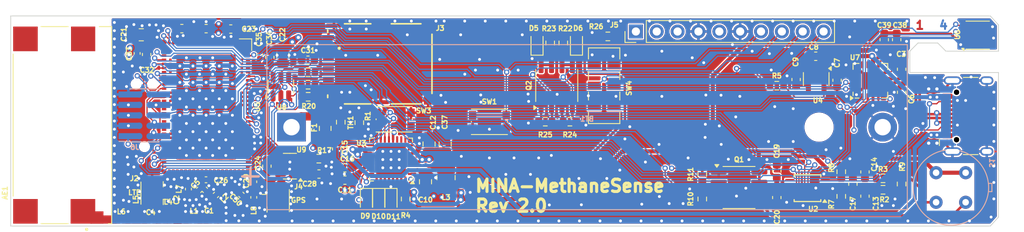
<source format=kicad_pcb>
(kicad_pcb (version 20240108) (generator "pcbnew") (generator_version "8.0")
  (title_block (title "Methanesense") (date "2024-08-05") (rev "v1.0.0"))
  (layers (0 "F.Cu" signal) (1 "In1.Cu" signal) (2 "In2.Cu" signal) (31 "B.Cu" signal) (34 "B.Paste" user) (35 "F.Paste" user) (36 "B.SilkS" user "B.Silkscreen") (37 "F.SilkS" user "F.Silkscreen") (38 "B.Mask" user) (39 "F.Mask" user) (44 "Edge.Cuts" user))
  (net 0 "")
  (net 1 "GND")
  (net 2 "Net-(BT1-+)")
  (net 3 "/POWER/USBDN")
  (net 4 "/POWER/USBDP")
  (net 5 "+2V0")
  (net 6 "VSYS")
  (net 7 "Net-(U5-DEC0)")
  (net 8 "Net-(D5-A)")
  (net 9 "/GAS_SENSOR/AIN0_")
  (net 10 "Net-(D5-K)")
  (net 11 "Net-(D6-K)")
  (net 12 "Net-(D6-A)")
  (net 13 "+5VL")
  (net 14 "/GAS_SENSOR/AIN1_")
  (net 15 "Net-(D9-K)")
  (net 16 "+5V")
  (net 17 "AIN1")
  (net 18 "AIN2")
  (net 19 "AIN3")
  (net 20 "Net-(D10-K)")
  (net 21 "Net-(D11-K)")
  (net 22 "+BATT")
  (net 23 "/POWER/CC1")
  (net 24 "/POWER/CC2")
  (net 25 "/nrf9160/GPS_")
  (net 26 "+1V8SIM")
  (net 27 "/POWER/SW1")
  (net 28 "Net-(S1-Rh-)")
  (net 29 "Net-(U3-VSET1)")
  (net 30 "Net-(SW4A-A)")
  (net 31 "Net-(U3-SHPHLD)")
  (net 32 "Net-(U3-NTC)")
  (net 39 "Net-(U4-BP)")
  (net 49 "/nrf9160/ANT")
  (net 83 "/nrf9160/GPS")
  (net 89 "Net-(U7-3V3OUT)")
  (net 92 "Net-(U9-CT)")
  (net 93 "Net-(C1-Pad2)")
  (net 94 "Net-(C2-Pad1)")
  (net 95 "Net-(C1-Pad1)")
  (net 96 "Net-(C4-Pad2)")
  (net 98 "Net-(J2-In)")
  (net 99 "Net-(J3-RST)")
  (net 100 "Net-(J3-CLK)")
  (net 101 "Net-(J3-I{slash}O)")
  (net 103 "Net-(U9-VOUT)")
  (net 104 "/POWER/VCCIOUSB")
  (net 105 "+2V0SW")
  (net 107 "Net-(AE1-A)")
  (net 108 "P0.08")
  (net 109 "P0.06")
  (net 110 "P0.07")
  (net 111 "P0.05")
  (net 112 "~{RESET}")
  (net 113 "SWDIO")
  (net 114 "SWDCLK")
  (net 115 "SWO")
  (net 116 "COEX0")
  (net 117 "SIM_RST")
  (net 118 "SIM_CLK")
  (net 119 "SIM_IO")
  (net 120 "P0.20{slash}AIN7")
  (net 121 "P0.02")
  (net 122 "P0.12")
  (net 123 "P0.29")
  (net 124 "P0.31")
  (net 125 "P0.03")
  (net 126 "P0.15{slash}AIN2")
  (net 127 "P0.10")
  (net 128 "P0.11")
  (net 129 "P0.16{slash}AIN3")
  (net 130 "P0.19{slash}AIN6")
  (net 131 "P0.13{slash}AIN0")
  (net 132 "P0.26")
  (net 133 "P0.14{slash}AIN1")
  (net 134 "P0.30")
  (net 135 "P0.17{slash}AIN4")
  (net 136 "P0.28")
  (net 137 "P0.09")
  (net 138 "P0.27")
  (net 139 "P0.01")
  (net 140 "P0.04")
  (net 141 "AIN0")
  (net 142 "P0.18{slash}AIN5")
  (footprint "Resistor_SMD:R_0603_1608Metric" (layer "F.Cu") (at 98.805 62.575)
    (property "Reference" "R24")
    (property "Value" "1M")
  )
  (footprint "Methanesense:C_0402_1005Metric_Sqr" (layer "F.Cu") (at 58.8 71.5 -45)
    (property "Reference" "C30")
    (property "Value" "56pF")
  )
  (footprint "Resistor_SMD:R_0603_1608Metric" (layer "F.Cu") (at 66.915057 58.078948 180)
    (property "Reference" "R19" (hide yes))
    (property "Value" "100R")
  )
  (footprint "Resistor_SMD:R_0603_1608Metric" (layer "F.Cu") (at 103.425 52.2 180)
    (property "Reference" "R26")
    (property "Value" "1k")
  )
  (footprint "Package_SO:SOIC-8_3.9x4.9mm_P1.27mm" (layer "F.Cu") (at 119.4 70.6)
    (property "Reference" "Q1")
    (property "Value" "FDS6898A")
  )
  (footprint "Capacitor_SMD:C_0603_1608Metric" (layer "F.Cu") (at 62.25 54.75 -90)
    (property "Reference" "C34")
    (property "Value" "0.1uF")
  )
  (footprint "Package_LGA:Bosch_LGA-8_3x3mm_P0.8mm_ClockwisePinNumbering" (layer "F.Cu") (at 148.4 52.04946 90)
    (property "Reference" "U6")
    (property "Value" "BME680")
  )
  (footprint "Capacitor_SMD:C_0603_1608Metric" (layer "F.Cu") (at 57.5 51.3)
    (property "Reference" "C23")
    (property "Value" "4.7uF")
  )
  (footprint "Capacitor_SMD:C_0603_1608Metric" (layer "F.Cu") (at 138.6 52.6 -90)
    (property "Reference" "C38")
    (property "Value" "0.1uF")
  )
  (footprint "Capacitor_SMD:C_0603_1608Metric" (layer "F.Cu") (at 128.742508 54.61601 180)
    (property "Reference" "C8")
    (property "Value" "1uF")
  )
  (footprint "Button_Switch_SMD:SW_DPDT_CK_JS202011JCQN" (layer "F.Cu") (at 102.971407 58.205683 -90)
    (property "Reference" "SW4")
    (property "Value" "JS202011JCQN")
  )
  (footprint "Methanesense:C_0402_1005Metric_Sqr" (layer "F.Cu") (at 54.339411 70.880942 -45)
    (property "Reference" "C27" (hide yes))
    (property "Value" "15pF")
  )
  (footprint "Resistor_SMD:R_0603_1608Metric" (layer "F.Cu") (at 131.853848 68.677889 90)
    (property "Reference" "R8")
    (property "Value" "0R")
  )
  (footprint "Resistor_SMD:R_0603_1608Metric" (layer "F.Cu") (at 66.925781 56.566905 180)
    (property "Reference" "R18" (hide yes))
    (property "Value" "100R")
  )
  (footprint "Methanesense:XCVR_NN02-220" (layer "F.Cu") (at 36.993262 63.001014 90)
    (property "Reference" "AE1")
    (property "Value" "NN02-220")
  )
  (footprint "Capacitor_SMD:C_0603_1608Metric" (layer "F.Cu") (at 139.2 56.2 -90)
    (property "Reference" "C3")
    (property "Value" "47pF")
  )
  (footprint "Capacitor_SMD:C_0805_2012Metric" (layer "F.Cu") (at 46.6 52 180)
    (property "Reference" "C21")
    (property "Value" "47uF")
  )
  (footprint "LED_SMD:LED_0603_1608Metric" (layer "F.Cu") (at 75.515686 72.2 -90)
    (property "Reference" "D10")
    (property "Value" "LED")
  )
  (footprint "LED_SMD:LED_0603_1608Metric" (layer "F.Cu") (at 74.015686 72.2 -90)
    (property "Reference" "D9")
    (property "Value" "LED")
  )
  (footprint "Resistor_SMD:R_0603_1608Metric" (layer "F.Cu") (at 139.2 70.175 90)
    (property "Reference" "R9")
    (property "Value" "<2k")
  )
  (footprint "LED_SMD:LED_0603_1608Metric" (layer "F.Cu") (at 77.015686 72.2 -90)
    (property "Reference" "D11")
    (property "Value" "LED")
  )
  (footprint "Capacitor_SMD:C_0805_2012Metric" (layer "F.Cu") (at 63.83987 54.5 -90)
    (property "Reference" "C22")
    (property "Value" "47uF")
  )
  (footprint "Methanesense:SW_Push_1P1T_NO_CK_KMR2" (layer "F.Cu") (at 89 62.6)
    (property "Reference" "SW1")
    (property "Value" "KMR223NGLFG")
  )
  (footprint "Capacitor_SMD:C_0603_1608Metric" (layer "F.Cu") (at 71.4 68.2 180)
    (property "Reference" "C16")
    (property "Value" "1uF")
  )
  (footprint "Resistor_SMD:R_0603_1608Metric" (layer "F.Cu") (at 98 53 -90)
    (property "Reference" "R22")
    (property "Value" "100R")
  )
  (footprint "Capacitor_SMD:C_0805_2012Metric" (layer "F.Cu") (at 81.650883 65.3 90)
    (property "Reference" "C12")
    (property "Value" "10uF")
  )
  (footprint "Methanesense:U.FL_Hirose_U.FL-R-SMT-1_Vertical" (layer "F.Cu") (at 62.8 72.2)
    (property "Reference" "J4")
    (property "Value" "HIROSE ELECTRIC U.FL-R-SMT-1")
  )
  (footprint "Methanesense:QFN-16-1EP_4x4mm_P0.65mm_EP2.1x2.1mm" (layer "F.Cu") (at 135.4 57.6 90)
    (property "Reference" "U7")
    (property "Value" "FT230XQ")
  )
  (footprint "Resistor_SMD:R_0603_1608Metric" (layer "F.Cu") (at 131.853848 71.677889 90)
    (property "Reference" "R7")
    (property "Value" "0R")
  )
  (footprint "Methanesense:C_0402_1005Metric_Sqr" (layer "F.Cu") (at 61.026703 54.406959 -90)
    (property "Reference" "C35")
    (property "Value" "15pF")
  )
  (footprint "Capacitor_SMD:C_0603_1608Metric" (layer "F.Cu") (at 133.269945 70.201036 90)
    (property "Reference" "C17")
    (property "Value" "1uF")
  )
  (footprint "Capacitor_SMD:C_0603_1608Metric" (layer "F.Cu") (at 124 71.825 -90)
    (property "Reference" "C20")
    (property "Value" "1uF")
  )
  (footprint "Package_TO_SOT_SMD:SOT-23-5" (layer "F.Cu") (at 128.8 57.4 -90)
    (property "Reference" "U4")
    (property "Value" "AP7331-20WG-7")
  )
  (footprint "Capacitor_SMD:C_0603_1608Metric" (layer "F.Cu") (at 134.738938 71.655498 90)
    (property "Reference" "C13")
    (property "Value" "0.1uF")
  )
  (footprint "Resistor_SMD:R_0603_1608Metric" (layer "F.Cu") (at 114.925 72 -90)
    (property "Reference" "R10")
    (property "Value" "1M")
  )
  (footprint "Package_SO:SOIC-8_3.9x4.9mm_P1.27mm" (layer "F.Cu") (at 97.2 58.175 90)
    (property "Reference" "Q2")
    (property "Value" "FDS6898A")
  )
  (footprint "Fuse:Fuse_0805_2012Metric" (layer "F.Cu") (at 69 63.4 90)
    (property "Reference" "F1")
    (property "Value" "0805L110WR")
  )
  (footprint "Capacitor_SMD:C_0603_1608Metric" (layer "F.Cu") (at 131.34 57.54 90)
    (property "Reference" "C7")
    (property "Value" "1uF")
  )
  (footprint "Methanesense:C_0603_1608Metric" (layer "F.Cu") (at 51.015416 73.904771 90)
    (property "Reference" "C2")
    (property "Value" "1.7pF")
  )
  (footprint "Package_SO:TSSOP-10_3x3mm_P0.5mm" (layer "F.Cu") (at 127.738938 70.680498 180)
    (property "Reference" "U2")
    (property "Value" "ADS1115IDGS")
  )
  (footprint "Capacitor_SMD:C_0603_1608Metric" (layer "F.Cu") (at 68.238557 68.959686)
    (property "Reference" "C28")
    (property "Value" "1uF")
  )
  (footprint "Methanesense:693043020611" (layer "F.Cu") (at 75.815 55.54 90)
    (property "Reference" "J3")
    (property "Value" "693043020611")
    (property "VALUE" "693043020611" (hide yes))
  )
  (footprint "Resistor_SMD:R_0603_1608Metric" (layer "F.Cu") (at 136.938938 70.880498)
    (property "Reference" "R2")
    (property "Value" "470R")
  )
  (footprint "Methanesense:L_0603_1608Metric" (layer "F.Cu") (at 46.013705 73.870771 90)
    (property "Reference" "L5")
    (property "Value" "7.5NH")
  )
  (footprint "Resistor_SMD:R_0603_1608Metric" (layer "F.Cu") (at 66.925 59.555 180)
    (property "Reference" "R20")
    (property "Value" "100R")
  )
  (footprint "Capacitor_SMD:C_0603_1608Metric" (layer "F.Cu") (at 124 68.6 90)
    (property "Reference" "C19")
    (property "Value" "0.1uF")
  )
  (footprint "Methanesense:LGA_9160_16.0x10.5mm" (layer "F.Cu") (at 54.495 60.8 -90)
    (property "Reference" "U5")
    (property "Value" "nRF9160-SICA")
  )
  (footprint "LED_SMD:LED_0603_1608Metric" (layer "F.Cu") (at 99.6 53 90)
    (property "Reference" "D6")
    (property "Value" "LED")
  )
  (footprint "Methanesense:L_0603_1608Metric" (layer "F.Cu") (at 52.893881 74.499594 180)
    (property "Reference" "L1")
    (property "Value" "2.3nH")
  )
  (footprint "Capacitor_SMD:C_0805_2012Metric" (layer "F.Cu") (at 81.215686 69.9 90)
    (property "Reference" "C10")
    (property "Value" "10uF")
  )
  (footprint "Package_TO_SOT_SMD:SOT-23-6" (layer "F.Cu") (at 64.7 68 180)
    (property "Reference" "U9")
    (property "Value" "TPS22917DBV")
  )
  (footprint "Methanesense:U.FL_Hirose_U.FL-R-SMT-1_Vertical" (layer "F.Cu") (at 48.393004 71.283999 180)
    (property "Reference" "J2")
    (property "Value" "HIROSE ELECTRIC U.FL-R-SMT-1")
  )
  (footprint "Resistor_SMD:R_0603_1608Metric" (layer "F.Cu") (at 68.225 67.085 180)
    (property "Reference" "R17")
    (property "Value" "1M")
  )
  (footprint "Resistor_SMD:R_0603_1608Metric" (layer "F.Cu") (at 78.8 72 90)
    (property "Reference" "R4")
    (property "Value" "0R")
  )
  (footprint "Connector_PinHeader_2.54mm:PinHeader_1x10_P2.54mm_Vertical" (layer "F.Cu") (at 106.84 51.6 90)
    (property "Reference" "J5")
    (property "Value" "Conn_01x10_Pin")
  )
  (footprint "Capacitor_SMD:C_0603_1608Metric" (layer "F.Cu") (at 51.541493 51.247757 180)
    (property "Reference" "C25" (hide yes))
    (property "Value" "4.7uF")
  )
  (footprint "Capacitor_SMD:C_0603_1608Metric" (layer "F.Cu") (at 134.738938 68.705498 -90)
    (property "Reference" "C14")
    (property "Value" "0.1uF")
  )
  (footprint "Capacitor_SMD:C_0603_1608Metric" (layer "F.Cu") (at 137.085527 52.6 -90)
    (property "Reference" "C39")
    (property "Value" "1uF")
  )
  (footprint "Capacitor_SMD:C_0603_1608Metric" (layer "F.Cu") (at 61.9 68 90)
    (property "Reference" "C24")
    (property "Value" "1nF")
  )
  (footprint "Methanesense:C_0402_1005Metric_Sqr" (layer "F.Cu") (at 53.660589 70.880077 -135)
    (property "Reference" "C5")
    (property "Value" "15pF")
  )
  (footprint "Capacitor_SMD:C_0603_1608Metric" (layer "F.Cu") (at 66.9 55.1 180)
    (property "Reference" "C31")
    (property "Value" "1uF")
  )
  (footprint "Resistor_SMD:R_0603_1608Metric" (layer "F.Cu") (at 70.897162 62.642763 -90)
    (property "Reference" "TH1")
    (property "Value" "10k NTC")
  )
  (footprint "Methanesense:C_0402_1005Metric_Sqr" (layer "F.Cu") (at 46.09956 54.26619 -90)
    (property "Reference" "C33")
    (property "Value" "15pF")
  )
  (footprint "Resistor_SMD:R_0603_1608Metric" (layer "F.Cu") (at 124 58.2)
    (property "Reference" "R5")
    (property "Value" "0R")
  )
  (footprint "Methanesense:SW_Push_1P1T_NO_CK_KMR2" (layer "F.Cu") (at 77.4 62.295085 180)
    (property "Reference" "SW3")
    (property "Value" "KMR223NGLFG")
  )
  (footprint "Methanesense:C_0402_1005Metric_Sqr" (layer "F.Cu") (at 54.484468 69.658168)
    (property "Reference" "C26")
    (property "Value" "15pF")
  )
  (footprint "Resistor_SMD:R_0603_1608Metric" (layer "F.Cu") (at 73.154378 62.7 90)
    (property "Reference" "R1")
    (property "Value" "68k")
  )
  (footprint "Capacitor_SMD:C_0805_2012Metric" (layer "F.Cu") (at 83.615686 65.3 90)
    (property "Reference" "C37")
    (property "Value" "10uF")
  )
  (footprint "Methanesense:C_0402_1005Metric_Sqr" (layer "F.Cu") (at 55.696977 71.506167 45)
    (property "Reference" "L2")
    (property "Value" "39NH")
  )
  (footprint "Methanesense:L_0603_1608Metric" (layer "F.Cu") (at 49.757182 73.870771 90)
    (property "Reference" "L4")
    (property "Value" "NP")
  )
  (footprint "Methanesense:QFN-32-1EP_5x5mm_P0.5mm_EP3.6x3.6mm_ThermalVias" (layer "F.Cu") (at 77.015686 67.2 180)
    (property "Reference" "U3")
    (property "Value" "nPM1300-QEXX")
  )
  (footprint "Methanesense:USB_C_Receptacle_HCTL_HC-TYPE-C-16P-01A" (layer "F.Cu") (at 148.5 61.89 90)
    (property "Reference" "J1" (hide yes))
    (property "Value" "USB_C_Receptacle_USB2.0_14P")
  )
  (footprint "Capacitor_SMD:C_0603_1608Metric" (layer "F.Cu") (at 47.25 54.4 -90)
    (property "Reference" "C32")
    (property "Value" "0.1uF")
  )
  (footprint "Methanesense:C_0603_1608Metric" (layer "F.Cu") (at 55.327801 74.499594 180)
    (property "Reference" "C1")
    (property "Value" "1.7pF")
  )
  (footprint "Resistor_SMD:R_0603_1608Metric" (layer "F.Cu") (at 95.805 62.575)
    (property "Reference" "R25")
    (property "Value" "1M")
  )
  (footprint "Resistor_SMD:R_0603_1608Metric" (layer "F.Cu") (at 136.938938 69.480498)
    (property "Reference" "R3")
    (property "Value" "470R")
  )
  (footprint "Methanesense:C_0603_1608Metric" (layer "F.Cu") (at 47.8406 74.499594 180)
    (property "Reference" "C4")
    (property "Value" "8.5pF")
  )
  (footprint "Methanesense:L_0603_1608Metric" (layer "F.Cu") (at 44.143371 74.499594 180)
    (property "Reference" "L6")
    (property "Value" "1.6nH")
  )
  (footprint "Methanesense:C_0402_1005Metric_Sqr" (layer "F.Cu") (at 60.3 71.8 90)
    (property "Reference" "L8")
    (property "Value" " 68 nH ")
  )
  (footprint "Capacitor_SMD:C_0603_1608Metric" (layer "F.Cu") (at 70.4 65.9 -90)
    (property "Reference" "C15")
    (property "Value" "4.7uF")
  )
  (footprint "Capacitor_SMD:C_0603_1608Metric" (layer "F.Cu") (at 126.352473 57.447946 90)
    (property "Reference" "C9")
    (property "Value" "1uF")
  )
  (footprint "Methanesense:C_0402_1005Metric_Sqr" (layer "F.Cu") (at 60.3 69.9 90)
    (property "Reference" "C29")
    (property "Value" "56pF")
  )
  (footprint "LED_SMD:LED_0603_1608Metric" (layer "F.Cu") (at 94.8 53 90)
    (property "Reference" "D5")
    (property "Value" "LED")
  )
  (footprint "Resistor_SMD:R_0603_1608Metric" (layer "F.Cu") (at 114.925 69 -90)
    (property "Reference" "R11")
    (property "Value" "1M")
  )
  (footprint "Capacitor_SMD:C_0603_1608Metric" (layer "F.Cu") (at 139.2 59 90)
    (property "Reference" "C6")
    (property "Value" "47pF")
  )
  (footprint "Inductor_SMD:L_1008_2520Metric" (layer "F.Cu") (at 83.715686 69.4 90)
    (property "Reference" "L3")
    (property "Value" "2.2uH")
  )
  (footprint "Capacitor_SMD:C_0603_1608Metric" (layer "F.Cu") (at 71.4 69.7 180)
    (property "Reference" "C11")
    (property "Value" "1uF")
  )
  (footprint "Package_TO_SOT_SMD:SOT-23-6" (layer "F.Cu") (at 63.6 58.3 90)
    (property "Reference" "U8")
    (property "Value" "USBLC6-4SC6")
  )
  (footprint "Methanesense:C_0402_1005Metric_Sqr" (layer "F.Cu") (at 52.341297 70.794359 90)
    (property "Reference" "L7")
    (property "Value" "39NH")
  )
  (footprint "Capacitor_SMD:C_0603_1608Metric" (layer "F.Cu") (at 54.5 51.25 180)
    (property "Reference" "C36" (hide yes))
    (property "Value" "0.1uF")
  )
  (footprint "Resistor_SMD:R_0603_1608Metric" (layer "F.Cu") (at 96.4 53 90)
    (property "Reference" "R23")
    (property "Value" "100R")
  )
  (footprint "Methanesense:TGS8410" (layer "B.Cu") (at 145.2 70.6 90)
    (property "Reference" "S1")
    (property "Value" "TGS8410")
  )
  (footprint "esprelay:SEXY_pinpogo" (layer "B.Cu") (at 46.984 61.81)
    (property "Reference" "J6")
    (property "Value" "JLINK")
  )
  (footprint "Methanesense:BatteryHolder_MPD_BH-18650-PC2" (layer "B.Cu") (at 64.895 63.25)
    (property "Reference" "BT1")
    (property "Value" "BH-18650-PC2")
  )
  (gr_line (start 140.2 54) (end 140.2 56.6) (stroke (width 0.1)) (layer "Edge.Cuts"))
  (gr_line (start 151 56.6) (end 151 74.2) (stroke (width 0.1)) (layer "Edge.Cuts"))
  (gr_line (start 150 75.3) (end 151 74.2) (stroke (width 0.1)) (layer "Edge.Cuts"))
  (gr_line (start 151 54) (end 144.6 54) (stroke (width 0.1)) (layer "Edge.Cuts"))
  (gr_line (start 141.2 53) (end 140.2 54) (stroke (width 0.1)) (layer "Edge.Cuts"))
  (gr_line (start 143.6 53) (end 141.2 53) (stroke (width 0.1)) (layer "Edge.Cuts"))
  (gr_line (start 144.6 54) (end 143.6 53) (stroke (width 0.1)) (layer "Edge.Cuts"))
  (gr_line (start 140.2 56.6) (end 151 56.6) (stroke (width 0.1)) (layer "Edge.Cuts"))
  (gr_line (start 151 50.8) (end 150 49.7) (stroke (width 0.1)) (layer "Edge.Cuts"))
  (gr_line (start 30.7 75.3) (end 30.7 49.7) (stroke (width 0.1)) (layer "Edge.Cuts"))
  (gr_line (start 30.7 75.3) (end 150 75.3) (stroke (width 0.1)) (layer "Edge.Cuts"))
  (gr_line (start 151 50.8) (end 151 54) (stroke (width 0.1)) (layer "Edge.Cuts"))
  (gr_line (start 30.7 49.7) (end 150 49.7) (stroke (width 0.1)) (layer "Edge.Cuts"))
  (gr_text "1" (at 140.782944 51.422296 -0) (layer "F.Cu") (effects (font (size 1 1) (thickness 0.25) (bold yes)) (justify left bottom)))
  (gr_text "4" (at 143.659837 51.422296 0) (layer "B.Cu") (effects (font (size 1 1) (thickness 0.25) (bold yes)) (justify left bottom)))
  (gr_text "LTE\n" (at 44.922975 71.565521 0) (layer "F.SilkS") (effects (font (size 0.6 0.6) (thickness 0.15) (bold yes)) (justify left bottom)))
  (gr_text "MINA-MethaneSense \nRev 2.0" (at 87.1 73.7 0) (layer "F.SilkS") (effects (font (size 1.5 1.5) (thickness 0.375) (bold yes)) (justify left bottom)))
  (gr_text "GPS" (at 64.75 72.5 0) (layer "F.SilkS") (effects (font (size 0.6 0.6) (thickness 0.15) (bold yes)) (justify left bottom)))
  (segment (start 59.234519 51.285) (end 59.879731 51.285) (width 0.217545) (layer "F.Cu") (net 1))
  (segment (start 54.614468 70.167169) (end 54.830126 70.382827) (width 0.3) (layer "F.Cu") (net 1))
  (segment (start 48.524629 66.5) (end 48.675736 66.5) (width 0.15) (layer "F.Cu") (net 1))
  (segment (start 57.695 66.8) (end 57.695 54.8) (width 0.8) (layer "F.Cu") (net 1))
  (segment (start 49.118212 64.55) (end 48.408643 65.259569) (width 0.15) (layer "F.Cu") (net 1))
  (segment (start 55.495 53.05) (end 55.495 52.415054) (width 0.3) (layer "F.Cu") (net 1))
  (segment (start 46.964076 64.535924) (end 46 65.5) (width 0.15) (layer "F.Cu") (net 1))
  (segment (start 55.995 52.495) (end 56.505 52.495) (width 0.3) (layer "F.Cu") (net 1))
  (segment (start 78.265686 68.45) (end 77.015686 67.2) (width 0.3) (layer "F.Cu") (net 1))
  (segment (start 128.764706 70.680498) (end 128.751305 70.667097) (width 0.15) (layer "F.Cu") (net 1))
  (segment (start 95.295 60.65) (end 95.295 62.26) (width 0.25) (layer "F.Cu") (net 1))
  (segment (start 62.924999 58.1) (end 62.247318 58.1) (width 0.25) (layer "F.Cu") (net 1))
  (segment (start 45.65 52) (end 45.65 51.85) (width 0.3) (layer "F.Cu") (net 1))
  (segment (start 149.5875 52.44946) (end 150.35054 52.44946) (width 0.3) (layer "F.Cu") (net 1))
  (segment (start 60.085 55.55) (end 60.363662 55.55) (width 0.25) (layer "F.Cu") (net 1))
  (segment (start 79.465686 68.45) (end 80.715686 68.45) (width 0.3) (layer "F.Cu") (net 1))
  (segment (start 130.807025 71.462411) (end 130.807025 70.730498) (width 0.15) (layer "F.Cu") (net 1))
  (segment (start 56.395 69.94353) (end 56.710891 70.259421) (width 0.3) (layer "F.Cu") (net 1))
  (segment (start 47.918004 72.758999) (end 49.27041 72.758999) (width 0.2) (layer "F.Cu") (net 1))
  (segment (start 59.495 66.55) (end 60.25 66.55) (width 0.3) (layer "F.Cu") (net 1))
  (segment (start 48.0343 66.222168) (end 48.2 66.387868) (width 0.15) (layer "F.Cu") (net 1))
  (segment (start 53.725 51.175) (end 54.5 50.4) (width 0.3) (layer "F.Cu") (net 1))
  (segment (start 55.495 52.56) (end 55.495 53.05) (width 0.15) (layer "F.Cu") (net 1))
  (segment (start 51.295 62.8) (end 57.695 62.8) (width 0.8) (layer "F.Cu") (net 1))
  (segment (start 150.65 65.199315) (end 150.65 67.770991) (width 0.3) (layer "F.Cu") (net 1))
  (segment (start 52.2 69.4) (end 52.3 69.5) (width 0.3) (layer "F.Cu") (net 1))
  (segment (start 45.5 55.34575) (end 45.5 55.8) (width 0.25) (layer "F.Cu") (net 1))
  (segment (start 58.275 51.3) (end 58.275 51.46738) (width 0.3) (layer "F.Cu") (net 1))
  (segment (start 69.8 67.5) (end 69.8 67.275) (width 0.3) (layer "F.Cu") (net 1))
  (segment (start 77.265686 69.65) (end 77.265686 67.45) (width 0.15) (layer "F.Cu") (net 1))
  (segment (start 59.958603 59.55) (end 60.36 59.148603) (width 0.25) (layer "F.Cu") (net 1))
  (segment (start 52.995 53.05) (end 52.995 52.41) (width 0.3) (layer "F.Cu") (net 1))
  (segment (start 45.65 51.95) (end 46.7 50.9) (width 0.3) (layer "F.Cu") (net 1))
  (segment (start 144.755 65.09) (end 144.755 65.57) (width 0.25) (layer "F.Cu") (net 1))
  (segment (start 51.295 56.8) (end 57.695 56.8) (width 0.8) (layer "F.Cu") (net 1))
  (segment (start 54.495 68.55) (end 54.445 68.6) (width 0.3) (layer "F.Cu") (net 1))
  (segment (start 63.983052 60.448514) (end 63.6 60.065462) (width 0.4) (layer "F.Cu") (net 1))
  (segment (start 48.2 66.387868) (end 48.412497 66.387868) (width 0.15) (layer "F.Cu") (net 1))
  (segment (start 126.168491 54.61601) (end 125.815457 54.262976) (width 0.4) (layer "F.Cu") (net 1))
  (segment (start 81.535 60.188853) (end 81.535 60.005) (width 0.4) (layer "F.Cu") (net 1))
  (segment (start 56.495 69.411081) (end 56.395 69.511081) (width 0.3) (layer "F.Cu") (net 1))
  (segment (start 50.6 69.6) (end 49.8 69.6) (width 0.3) (layer "F.Cu") (net 1))
  (segment (start 139.225 53.375) (end 139.8 52.8) (width 0.3) (layer "F.Cu") (net 1))
  (segment (start 51.295 56.8) (end 51.295 66.8) (width 0.8) (layer "F.Cu") (net 1))
  (segment (start 58.275 51.3) (end 59.219519 51.3) (width 0.3) (layer "F.Cu") (net 1))
  (segment (start 60.55 67.05) (end 61.14535 66.45465) (width 0.3) (layer "F.Cu") (net 1))
  (segment (start 55.286515 52.206569) (end 55.058084 52.435) (width 0.15) (layer "F.Cu") (net 1))
  (segment (start 95.295 62.26) (end 94.98 62.575) (width 0.25) (layer "F.Cu") (net 1))
  (segment (start 57.995 68.55) (end 57.995 69.84647) (width 0.3) (layer "F.Cu") (net 1))
  (segment (start 45.8 71.9) (end 45.4 71.5) (width 0.2) (layer "F.Cu") (net 1))
  (segment (start 57.534798 51.957582) (end 57.292418 51.957582) (width 0.3) (layer "F.Cu") (net 1))
  (segment (start 56.495 68.55) (end 56.495 69.411081) (width 0.3) (layer "F.Cu") (net 1))
  (segment (start 48.675736 66.5) (end 49.125736 66.05) (width 0.15) (layer "F.Cu") (net 1))
  (segment (start 53.725 51.25) (end 53.725 51.175) (width 0.3) (layer "F.Cu") (net 1))
  (segment (start 56.395 69.511081) (end 56.395 69.94353) (width 0.3) (layer "F.Cu") (net 1))
  (segment (start 47 56.232301) (end 47 56.8) (width 0.15) (layer "F.Cu") (net 1))
  (segment (start 59.495 65.55) (end 60.05 65.55) (width 0.3) (layer "F.Cu") (net 1))
  (segment (start 79.880072 66.45) (end 80.465686 65.864386) (width 0.3) (layer "F.Cu") (net 1))
  (segment (start 51.295 58.8) (end 57.695 58.8) (width 0.8) (layer "F.Cu") (net 1))
  (segment (start 70.625 68.2) (end 70.625 66.9) (width 0.3) (layer "F.Cu") (net 1))
  (segment (start 70.625 68.2) (end 70.572302 68.2) (width 0.3) (layer "F.Cu") (net 1))
  (segment (start 75.265686 64.5) (end 75.265686 64.75) (width 0.3) (layer "F.Cu") (net 1))
  (segment (start 70.625 69.7) (end 70.625 68.2) (width 0.3) (layer "F.Cu") (net 1))
  (segment (start 61.218721 53.05) (end 61.233319 53.064598) (width 0.4) (layer "F.Cu") (net 1))
  (segment (start 54.62 52.435) (end 55 52.435) (width 0.15) (layer "F.Cu") (net 1))
  (segment (start 45.4 71.5) (end 43.325 71.5) (width 0.2) (layer "F.Cu") (net 1))
  (segment (start 49.437911 70.308999) (end 48.937911 69.808999) (width 0.217545) (layer "F.Cu") (net 1))
  (segment (start 144.755 58.69) (end 143.59 58.69) (width 0.25) (layer "F.Cu") (net 1))
  (segment (start 48.77016 63.944156) (end 48.581824 64.2341) (width 0.15) (layer "F.Cu") (net 1))
  (segment (start 70.4 66.675) (end 69.5 66.2) (width 0.3) (layer "F.Cu") (net 1))
  (segment (start 130.588938 71.680498) (end 130.807025 71.462411) (width 0.15) (layer "F.Cu") (net 1))
  (segment (start 62.25 55.525) (end 62.25 55.3836) (width 0.3) (layer "F.Cu") (net 1))
  (segment (start 51.495 52.41) (end 51.269998 52.184998) (width 0.3) (layer "F.Cu") (net 1))
  (segment (start 143.61 65.09) (end 143.5 65.2) (width 0.25) (layer "F.Cu") (net 1))
  (segment (start 62.25 55.525) (end 63.76487 55.525) (width 0.3) (layer "F.Cu") (net 1))
  (segment (start 45.021179 73.545771) (end 45.6 73.545771) (width 0.6) (layer "F.Cu") (net 1))
  (segment (start 51.495 69.395) (end 51.5 69.4) (width 0.3) (layer "F.Cu") (net 1))
  (segment (start 81.665686 69.4) (end 81.215686 68.95) (width 0.3) (layer "F.Cu") (net 1))
  (segment (start 57.292418 52.207582) (end 57.0068 52.4932) (width 0.3) (layer "F.Cu") (net 1))
  (segment (start 81.73774 64.35) (end 82.762741 63.324999) (width 0.3) (layer "F.Cu") (net 1))
  (segment (start 82.473632 69.4) (end 81.665686 69.4) (width 0.3) (layer "F.Cu") (net 1))
  (segment (start 59.495 69.495) (end 59.5 69.5) (width 0.3) (layer "F.Cu") (net 1))
  (segment (start 48.28 64.535924) (end 46.964076 64.535924) (width 0.15) (layer "F.Cu") (net 1))
  (segment (start 55 52.435) (end 55.37 52.435) (width 0.15) (layer "F.Cu") (net 1))
  (segment (start 51.295 64.8) (end 57.695 64.8) (width 0.8) (layer "F.Cu") (net 1))
  (segment (start 47.144637 67.562991) (end 47.144637 67.209437) (width 0.15) (layer "F.Cu") (net 1))
  (segment (start 55.775592 50.069561) (end 58.669561 50.069561) (width 0.217545) (layer "F.Cu") (net 1))
  (segment (start 52.895 66.8) (end 52.895 54.8) (width 0.8) (layer "F.Cu") (net 1))
  (segment (start 144.755 58.69) (end 144.755 58.21) (width 0.25) (layer "F.Cu") (net 1))
  (segment (start 57.995 69.84647) (end 58.024265 69.875735) (width 0.3) (layer "F.Cu") (net 1))
  (segment (start 69.5 66.2) (end 69.46 66.675) (width 0.3) (layer "F.Cu") (net 1))
  (segment (start 49.125736 66.05) (end 49.495 66.05) (width 0.15) (layer "F.Cu") (net 1))
  (segment (start 60.25 66.55) (end 60.4 66.4) (width 0.3) (layer "F.Cu") (net 1))
  (segment (start 130.757025 70.680498) (end 130.807025 70.730498) (width 0.15) (layer "F.Cu") (net 1))
  (segment (start 59.495 64.55) (end 60.207772 64.55) (width 0.3) (layer "F.Cu") (net 1))
  (segment (start 51.269998 52.184998) (end 51 52.184998) (width 0.3) (layer "F.Cu") (net 1))
  (segment (start 48.203347 65.360858) (end 48.0343 65.585799) (width 0.15) (layer "F.Cu") (net 1))
  (segment (start 55.995 69.205) (end 55.7 69.5) (width 0.3) (layer "F.Cu") (net 1))
  (segment (start 149.5875 50.84946) (end 150.106996 50.84946) (width 0.3) (layer "F.Cu") (net 1))
  (segment (start 59.879731 51.285) (end 60.6 51.285) (width 0.217545) (layer "F.Cu") (net 1))
  (segment (start 135.725 57.925) (end 135.4 57.6) (width 0.3) (layer "F.Cu") (net 1))
  (segment (start 63.6 58.775001) (end 62.924999 58.1) (width 0.25) (layer "F.Cu") (net 1))
  (segment (start 53.725 51.125) (end 53 50.4) (width 0.3) (layer "F.Cu") (net 1))
  (segment (start 70.625 66.9) (end 70.4 66.675) (width 0.3) (layer "F.Cu") (net 1))
  (segment (start 63.83987 55.45) (end 63.83987 55.193302) (width 0.3) (layer "F.Cu") (net 1))
  (segment (start 53.545 69) (end 53.219468 69.325532) (width 0.3) (layer "F.Cu") (net 1))
  (segment (start 81.650883 64.35) (end 81.73774 64.35) (width 0.3) (layer "F.Cu") (net 1))
  (segment (start 49.495 67.55) (end 49.005 67.55) (width 0.15) (layer "F.Cu") (net 1))
  (segment (start 55.504946 52.425) (end 55.286515 52.206569) (width 0.3) (layer "F.Cu") (net 1))
  (segment (start 74.59499 64.276195) (end 75.041881 64.276195) (width 0.3) (layer "F.Cu") (net 1))
  (segment (start 59.495 68.55) (end 59.495 69.495) (width 0.3) (layer "F.Cu") (net 1))
  (segment (start 59.495 59.55) (end 59.958603 59.55) (width 0.25) (layer "F.Cu") (net 1))
  (segment (start 56.095 54.8) (end 56.095 66.8) (width 0.8) (layer "F.Cu") (net 1))
  (segment (start 47.197435 56.997435) (end 47 56.8) (width 0.15) (layer "F.Cu") (net 1))
  (segment (start 47.197435 58.281098) (end 47.197435 56.997435) (width 0.15) (layer "F.Cu") (net 1))
  (segment (start 60.4 66.4) (end 60.4 65.9) (width 0.3) (layer "F.Cu") (net 1))
  (segment (start 48.408643 65.259569) (end 48.203347 65.360858) (width 0.15) (layer "F.Cu") (net 1))
  (segment (start 81.080072 65.25) (end 81.650883 64.679189) (width 0.3) (layer "F.Cu") (net 1))
  (segment (start 60.05 65.55) (end 60.4 65.2) (width 0.3) (layer "F.Cu") (net 1))
  (segment (start 143.5 65.2) (end 142.5 65.2) (width 0.25) (layer "F.Cu") (net 1))
  (segment (start 49.495 58.05) (end 49.011084 58.05) (width 0.15) (layer "F.Cu") (net 1))
  (segment (start 52.1 54.8) (end 57.695 54.8) (width 0.8) (layer "F.Cu") (net 1))
  (segment (start 49.495 69.295) (end 49.8 69.6) (width 0.3) (layer "F.Cu") (net 1))
  (segment (start 46.658999 72.758999) (end 46.4 72.5) (width 0.2) (layer "F.Cu") (net 1))
  (segment (start 69.8 67.275) (end 70.4 66.675) (width 0.3) (layer "F.Cu") (net 1))
  (segment (start 135.4 57.6) (end 133.5 55.7) (width 0.3) (layer "F.Cu") (net 1))
  (segment (start 60.25 65.05) (end 60.4 65.2) (width 0.3) (layer "F.Cu") (net 1))
  (segment (start 47.918004 72.758999) (end 49.406625 72.758999) (width 0.2) (layer "F.Cu") (net 1))
  (segment (start 138.6 53.375) (end 137.085527 53.375) (width 0.3) (layer "F.Cu") (net 1))
  (segment (start 52.685 52.1) (end 51.7 52.1) (width 0.3) (layer "F.Cu") (net 1))
  (segment (start 129.888938 70.680498) (end 128.764706 70.680498) (width 0.15) (layer "F.Cu") (net 1))
  (segment (start 80.465686 65.864386) (end 80.465686 65.25) (width 0.3) (layer "F.Cu") (net 1))
  (segment (start 48.88 67.675) (end 48.88 68.48) (width 0.15) (layer "F.Cu") (net 1))
  (segment (start 70.625 69.667897) (end 71.334306 68.958591) (width 0.3) (layer "F.Cu") (net 1))
  (segment (start 56.505 52.495) (end 56.7 52.3) (width 0.3) (layer "F.Cu") (net 1))
  (segment (start 97.835 62.43) (end 97.98 62.575) (width 0.25) (layer "F.Cu") (net 1))
  (segment (start 70.572302 68.2) (end 69.837719 68.934583) (width 0.3) (layer "F.Cu") (net 1))
  (segment (start 54.495 53.05) (end 54.495 52.56) (width 0.3) (layer "F.Cu") (net 1))
  (segment (start 60.9 61.823998) (end 60.9 62.100889) (width 0.15) (layer "F.Cu") (net 1))
  (segment (start 60.55 67.45) (end 60.55 67.05) (width 0.3) (layer "F.Cu") (net 1))
  (segment (start 60.45 67.55) (end 60.55 67.45) (width 0.3) (layer "F.Cu") (net 1))
  (segment (start 48.310784 58.7503) (end 47.666637 58.7503) (width 0.15) (layer "F.Cu") (net 1))
  (segment (start 60.363662 55.55) (end 61.026703 54.886959) (width 0.25) (layer "F.Cu") (net 1))
  (segment (start 60.085 55.55) (end 61.497318 56.962318) (width 0.25) (layer "F.Cu") (net 1))
  (segment (start 70.625 69.7) (end 70.079187 69.7) (width 0.3) (layer "F.Cu") (net 1))
  (segment (start 65.8375 68) (end 68.053871 68) (width 0.5) (layer "F.Cu") (net 1))
  (segment (start 59.495 68.55) (end 60.25 68.55) (width 0.3) (layer "F.Cu") (net 1))
  (segment (start 53.219468 69.325532) (end 53.219468 69.507402) (width 0.3) (layer "F.Cu") (net 1))
  (segment (start 53.545 68.6) (end 53.545 69) (width 0.3) (layer "F.Cu") (net 1))
  (segment (start 83.615686 64.177944) (end 82.762741 63.324999) (width 0.2) (layer "F.Cu") (net 1))
  (segment (start 143.59 58.69) (end 143.5 58.6) (width 0.25) (layer "F.Cu") (net 1))
  (segment (start 133.45 56.625) (end 131.48 56.625) (width 0.15) (layer "F.Cu") (net 1))
  (segment (start 68.053871 68) (end 68.135 68) (width 0.5) (layer "F.Cu") (net 1))
  (segment (start 49.495 68.605) (end 49.3 68.8) (width 0) (layer "F.Cu") (net 1))
  (segment (start 48.77016 63.28484) (end 48.77016 63.944156) (width 0.15) (layer "F.Cu") (net 1))
  (segment (start 61.497318 57.398526) (end 61.497318 57.35) (width 0.25) (layer "F.Cu") (net 1))
  (segment (start 75.041881 64.276195) (end 75.265686 64.5) (width 0.3) (layer "F.Cu") (net 1))
  (segment (start 47.79836 56.05) (end 47.182301 56.05) (width 0.15) (layer "F.Cu") (net 1))
  (segment (start 45.6 73.545771) (end 51.965416 73.545771) (width 0.6) (layer "F.Cu") (net 1))
  (segment (start 48.525 52.3) (end 49.275 53.05) (width 0.3) (layer "F.Cu") (net 1))
  (segment (start 60.849111 62.05) (end 60.9 62.100889) (width 0.25) (layer "F.Cu") (net 1))
  (segment (start 150.35054 52.44946) (end 150.4 52.4) (width 0.3) (layer "F.Cu") (net 1))
  (segment (start 47.918004 72.758999) (end 46.500477 72.758999) (width 0.2) (layer "F.Cu") (net 1))
  (segment (start 57.495 69.325735) (end 57.595 69.425735) (width 0.3) (layer "F.Cu") (net 1))
  (segment (start 59.495 63.55) (end 59.495 64.05) (width 0.3) (layer "F.Cu") (net 1))
  (segment (start 55.925 52.425) (end 55.995 52.495) (width 0.3) (layer "F.Cu") (net 1))
  (segment (start 63.76487 55.525) (end 63.83987 55.45) (width 0.3) (layer "F.Cu") (net 1))
  (segment (start 80.665683 64.35) (end 80.465686 64.549997) (width 0.3) (layer "F.Cu") (net 1))
  (segment (start 55.495 52.415054) (end 55.286515 52.206569) (width 0.3) (layer "F.Cu") (net 1))
  (segment (start 60.048786 57.55) (end 60.448786 57.95) (width 0.25) (layer "F.Cu") (net 1))
  (segment (start 49.011084 58.05) (end 48.310784 58.7503) (width 0.15) (layer "F.Cu") (net 1))
  (segment (start 146.44946 53.24946) (end 146.4 53.2) (width 0.3) (layer "F.Cu") (net 1))
  (segment (start 45.65 51.85) (end 44.8 51) (width 0.3) (layer "F.Cu") (net 1))
  (segment (start 45.7 68.1) (end 46.607628 68.1) (width 0.15) (layer "F.Cu") (net 1))
  (segment (start 45.65 52) (end 45.65 50.80489) (width 0.3) (layer "F.Cu") (net 1))
  (segment (start 55.445153 50.4) (end 55.775592 50.069561) (width 0.217545) (layer "F.Cu") (net 1))
  (segment (start 47.17119 54.74619) (end 46.09956 54.74619) (width 0.25) (layer "F.Cu") (net 1))
  (segment (start 51.295 60.8) (end 57.695 60.8) (width 0.8) (layer "F.Cu") (net 1))
  (segment (start 49.495 68.55) (end 46.95 68.55) (width 0.3) (layer "F.Cu") (net 1))
  (segment (start 46.4 72.5) (end 46.4 71.9) (width 0.2) (layer "F.Cu") (net 1))
  (segment (start 49.311161 50.888839) (end 49.3 50.9) (width 0.3) (layer "F.Cu") (net 1))
  (segment (start 60.207772 64.55) (end 60.342228 64.415544) (width 0.3) (layer "F.Cu") (net 1))
  (segment (start 116.865 71.175) (end 116.925 71.235) (width 0.15) (layer "F.Cu") (net 1))
  (segment (start 46.4 71.9) (end 45.8 71.9) (width 0.2) (layer "F.Cu") (net 1))
  (segment (start 68.74 52.36) (end 68 53.1) (width 0.4) (layer "F.Cu") (net 1))
  (segment (start 138.6 53.375) (end 139.225 53.375) (width 0.3) (layer "F.Cu") (net 1))
  (segment (start 59.495 62.05) (end 60.849111 62.05) (width 0.25) (layer "F.Cu") (net 1))
  (segment (start 45.65 52) (end 44.625 52) (width 0.3) (layer "F.Cu") (net 1))
  (segment (start 97.835 60.65) (end 97.835 62.43) (width 0.25) (layer "F.Cu") (net 1))
  (segment (start 49.005 67.55) (end 48.88 67.675) (width 0.15) (layer "F.Cu") (net 1))
  (segment (start 53.725 51.25) (end 53.725 51.125) (width 0.3) (layer "F.Cu") (net 1))
  (segment (start 50.407575 50.888839) (end 49.311161 50.888839) (width 0.3) (layer "F.Cu") (net 1))
  (segment (start 68.053871 68) (end 69.013557 68.959686) (width 0.5) (layer "F.Cu") (net 1))
  (segment (start 55.058084 52.435) (end 55 52.435) (width 0.15) (layer "F.Cu") (net 1))
  (segment (start 47.144637 67.209437) (end 47.827037 66.527037) (width 0.15) (layer "F.Cu") (net 1))
  (segment (start 48.9275 63.1275) (end 48.77016 63.28484) (width 0.15) (layer "F.Cu") (net 1))
  (segment (start 56.495 52.505) (end 56.7 52.3) (width 0.3) (layer "F.Cu") (net 1))
  (segment (start 51.295 66.8) (end 57.695 66.8) (width 0.8) (layer "F.Cu") (net 1))
  (segment (start 69.46 66.675) (end 69.05 67.085) (width 0.3) (layer "F.Cu") (net 1))
  (segment (start 46 65.5) (end 46 66.8) (width 0.15) (layer "F.Cu") (net 1))
  (segment (start 67.299999 53.1) (end 66.96186 53.438139) (width 0.4) (layer "F.Cu") (net 1))
  (segment (start 59.976684 64.05) (end 60.342228 64.415544) (width 0.3) (layer "F.Cu") (net 1))
  (segment (start 51.5 69.4) (end 52.2 69.4) (width 0.3) (layer "F.Cu") (net 1))
  (segment (start 49.495 68.55) (end 49.495 69.295) (width 0.3) (layer "F.Cu") (net 1))
  (segment (start 83.615686 64.35) (end 83.615686 64.177944) (width 0.2) (layer "F.Cu") (net 1))
  (segment (start 51.495 53.05) (end 51.495 52.41) (width 0.3) (layer "F.Cu") (net 1))
  (segment (start 60.448786 57.95) (end 60.945844 57.95) (width 0.25) (layer "F.Cu") (net 1))
  (segment (start 59.495 57.55) (end 60.048786 57.55) (width 0.25) (layer "F.Cu") (net 1))
  (segment (start 47.827037 66.527037) (end 47.966206 66.387868) (width 0.15) (layer "F.Cu") (net 1))
  (segment (start 61.138593 65.2) (end 60.4 65.2) (width 0.3) (layer "F.Cu") (net 1))
  (segment (start 60.945844 57.95) (end 61.497318 57.398526) (width 0.25) (layer "F.Cu") (net 1))
  (segment (start 62.25 55.3836) (end 63.140084 54.493516) (width 0.3) (layer "F.Cu") (net 1))
  (segment (start 77.265686 70.234314) (end 77.265686 69.65) (width 0.25) (layer "F.Cu") (net 1))
  (segment (start 131.48 56.625) (end 131.34 56.765) (width 0.15) (layer "F.Cu") (net 1))
  (segment (start 70.625 69.7) (end 70.625 69.667897) (width 0.3) (layer "F.Cu") (net 1))
  (segment (start 49.005 63.05) (end 48.9275 63.1275) (width 0.15) (layer "F.Cu") (net 1))
  (segment (start 59.495 65.05) (end 60.25 65.05) (width 0.3) (layer "F.Cu") (net 1))
  (segment (start 65.425 54.4) (end 66.125 55.1) (width 0.3) (layer "F.Cu") (net 1))
  (segment (start 63.6 60.065462) (end 63.6 59.4375) (width 0.4) (layer "F.Cu") (net 1))
  (segment (start 71.334306 68.909306) (end 70.625 68.2) (width 0.3) (layer "F.Cu") (net 1))
  (segment (start 61.14535 65.193243) (end 61.138593 65.2) (width 0.3) (layer "F.Cu") (net 1))
  (segment (start 47.939654 56.191294) (end 47.79836 56.05) (width 0.15) (layer "F.Cu") (net 1))
  (segment (start 73.154378 61.875) (end 73.154378 60.954378) (width 0.3) (layer "F.Cu") (net 1))
  (segment (start 60.475 53.05) (end 61.218721 53.05) (width 0.4) (layer "F.Cu") (net 1))
  (segment (start 56.495 53.05) (end 56.495 52.505) (width 0.3) (layer "F.Cu") (net 1))
  (segment (start 51.7 52.1) (end 50.847757 51.247757) (width 0.3) (layer "F.Cu") (net 1))
  (segment (start 63.83987 55.45) (end 63.83987 55.26013) (width 0.3) (layer "F.Cu") (net 1))
  (segment (start 144.755 65.57) (end 145.395 66.21) (width 0.25) (layer "F.Cu") (net 1))
  (segment (start 47.6 55.175) (end 47.17119 54.74619) (width 0.25) (layer "F.Cu") (net 1))
  (segment (start 51.5 69.4) (end 50.8 69.4) (width 0.3) (layer "F.Cu") (net 1))
  (segment (start 81.650883 64.35) (end 80.665683 64.35) (width 0.3) (layer "F.Cu") (net 1))
  (segment (start 71.334306 68.958591) (end 71.334306 68.909306) (width 0.3) (layer "F.Cu") (net 1))
  (segment (start 57.534798 52.207582) (end 57.534798 53.024397) (width 0.3) (layer "F.Cu") (net 1))
  (segment (start 58.537509 69.762491) (end 58.7 69.6) (width 0.3) (layer "F.Cu") (net 1))
  (segment (start 80.465686 65.25) (end 80.465686 64.549997) (width 0.3) (layer "F.Cu") (net 1))
  (segment (start 80.715686 68.45) (end 81.215686 68.95) (width 0.3) (layer "F.Cu") (net 1))
  (segment (start 60.25 66.05) (end 60.4 65.9) (width 0.3) (layer "F.Cu") (net 1))
  (segment (start 59.495 67.05) (end 60.55 67.05) (width 0.3) (layer "F.Cu") (net 1))
  (segment (start 50.8 69.4) (end 50.6 69.6) (width 0.3) (layer "F.Cu") (net 1))
  (segment (start 49.495 64.55) (end 49.118212 64.55) (width 0.15) (layer "F.Cu") (net 1))
  (segment (start 48.937911 69.808999) (end 47.918004 69.808999) (width 0.217545) (layer "F.Cu") (net 1))
  (segment (start 51.295 56.8) (end 51.295 54.8) (width 0.8) (layer "F.Cu") (net 1))
  (segment (start 54.445 69.140938) (end 54.614468 69.310406) (width 0.3) (layer "F.Cu") (net 1))
  (segment (start 47.966206 66.387868) (end 48.2 66.387868) (width 0.15) (layer "F.Cu") (net 1))
  (segment (start 49.27041 72.758999) (end 49.757182 73.245771) (width 0.2) (layer "F.Cu") (net 1))
  (segment (start 48.412497 66.387868) (end 48.524629 66.5) (width 0.15) (layer "F.Cu") (net 1))
  (segment (start 60.475 53.05) (end 59.495 53.05) (width 0.3) (layer "F.Cu") (net 1))
  (segment (start 45.65 52) (end 45.65 51.95) (width 0.3) (layer "F.Cu") (net 1))
  (segment (start 61.611959 54.886959) (end 61.026703 54.886959) (width 0.3) (layer "F.Cu") (net 1))
  (segment (start 51.045 63.05) (end 51.295 62.8) (width 0.15) (layer "F.Cu") (net 1))
  (segment (start 48.0343 65.585799) (end 48.0343 66.222168) (width 0.15) (layer "F.Cu") (net 1))
  (segment (start 48.88 68.48) (end 48.95 68.55) (width 0.15) (layer "F.Cu") (net 1))
  (segment (start 49.495 60.55) (end 48.4 60.55) (width 0.3) (layer "F.Cu") (net 1))
  (segment (start 61.14535 66.45465) (end 61.14535 65.193243) (width 0.3) (layer "F.Cu") (net 1))
  (segment (start 114.925 71.175) (end 116.865 71.175) (width 0.15) (layer "F.Cu") (net 1))
  (segment (start 49.495 56.05) (end 48.536584 56.05) (width 0.15) (layer "F.Cu") (net 1))
  (segment (start 48.95 68.55) (end 49.495 68.55) (width 0.15) (layer "F.Cu") (net 1))
  (segment (start 135.7 60.6) (end 135.7 59.575) (width 0.3) (layer "F.Cu") (net 1))
  (segment (start 79.465686 66.45) (end 79.880072 66.45) (width 0.3) (layer "F.Cu") (net 1))
  (segment (start 58.537509 70.230625) (end 58.537509 69.762491) (width 0.3) (layer "F.Cu") (net 1))
  (segment (start 70.079187 69.7) (end 69.654073 70.125114) (width 0.3) (layer "F.Cu") (net 1))
  (segment (start 54.995 69.627636) (end 54.964468 69.658168) (width 0.3) (layer "F.Cu") (net 1))
  (segment (start 45 73.524592) (end 45.021179 73.545771) (width 0.6) (layer "F.Cu") (net 1))
  (segment (start 150.106996 50.84946) (end 150.276587 51.019051) (width 0.3) (layer "F.Cu") (net 1))
  (segment (start 61.217277 61.506721) (end 60.9 61.823998) (width 0.15) (layer "F.Cu") (net 1))
  (segment (start 80.465686 65.25) (end 81.080072 65.25) (width 0.3) (layer "F.Cu") (net 1))
  (segment (start 49.406625 72.758999) (end 49.892288 72.273336) (width 0.2) (layer "F.Cu") (net 1))
  (segment (start 62.247318 58.1) (end 61.497318 57.35) (width 0.25) (layer "F.Cu") (net 1))
  (segment (start 144.755 58.21) (end 145.395 57.57) (width 0.25) (layer "F.Cu") (net 1))
  (segment (start 70.4 66.675) (end 69.46 66.675) (width 0.3) (layer "F.Cu") (net 1))
  (segment (start 51.295 54.8) (end 52.1 54.8) (width 0.8) (layer "F.Cu") (net 1))
  (segment (start 150.65 67.770991) (end 150.435838 67.985153) (width 0.3) (layer "F.Cu") (net 1))
  (segment (start 59.495 66.05) (end 60.25 66.05) (width 0.3) (layer "F.Cu") (net 1))
  (segment (start 47.918004 72.758999) (end 46.658999 72.758999) (width 0.2) (layer "F.Cu") (net 1))
  (segment (start 47.182301 56.05) (end 47 56.232301) (width 0.15) (layer "F.Cu") (net 1))
  (segment (start 48.536584 56.05) (end 48.39529 56.191294) (width 0.15) (layer "F.Cu") (net 1))
  (segment (start 61.497318 56.962318) (end 61.497318 57.35) (width 0.25) (layer "F.Cu") (net 1))
  (segment (start 46.09956 54.74619) (end 45.5 55.34575) (width 0.25) (layer "F.Cu") (net 1))
  (segment (start 55.925 52.425) (end 55.504946 52.425) (width 0.3) (layer "F.Cu") (net 1))
  (segment (start 129.888938 71.680498) (end 130.588938 71.680498) (width 0.15) (layer "F.Cu") (net 1))
  (segment (start 55.37 52.435) (end 55.495 52.56) (width 0.15) (layer "F.Cu") (net 1))
  (segment (start 57.495 68.55) (end 57.495 69.325735) (width 0.3) (layer "F.Cu") (net 1))
  (segment (start 60.25 68.55) (end 60.3 68.5) (width 0.3) (layer "F.Cu") (net 1))
  (segment (start 129.888938 70.680498) (end 130.757025 70.680498) (width 0.15) (layer "F.Cu") (net 1))
  (segment (start 53.495 68.55) (end 53.545 68.6) (width 0.3) (layer "F.Cu") (net 1))
  (segment (start 63.83987 55.26013) (end 64.6 54.5) (width 0.3) (layer "F.Cu") (net 1))
  (segment (start 144.755 65.09) (end 143.61 65.09) (width 0.25) (layer "F.Cu") (net 1))
  (segment (start 127.967508 54.61601) (end 126.168491 54.61601) (width 0.4) (layer "F.Cu") (net 1))
  (segment (start 46.95 68.55) (end 46.6 68.9) (width 0.3) (layer "F.Cu") (net 1))
  (segment (start 49.275 53.05) (end 49.495 53.05) (width 0.3) (layer "F.Cu") (net 1))
  (segment (start 54.5 50.4) (end 55.445153 50.4) (width 0.217545) (layer "F.Cu") (net 1))
  (segment (start 135.7 59.575) (end 135.725 59.55) (width 0.3) (layer "F.Cu") (net 1))
  (segment (start 133.5 55.7) (end 133.5 55.5) (width 0.3) (layer "F.Cu") (net 1))
  (segment (start 47.25 55.175) (end 47.25 55.25) (width 0.3) (layer "F.Cu") (net 1))
  (segment (start 58.275 51.46738) (end 57.534798 52.207582) (width 0.3) (layer "F.Cu") (net 1))
  (segment (start 57.0068 52.4932) (end 57.0068 53.052395) (width 0.3) (layer "F.Cu") (net 1))
  (segment (start 51.495 68.55) (end 51.495 69.395) (width 0.3) (layer "F.Cu") (net 1))
  (segment (start 50.847757 51.247757) (end 50.766493 51.247757) (width 0.3) (layer "F.Cu") (net 1))
  (segment (start 128.8 55.448502) (end 127.967508 54.61601) (width 0.4) (layer "F.Cu") (net 1))
  (segment (start 63.6 59.4375) (end 63.6 58.775001) (width 0.25) (layer "F.Cu") (net 1))
  (segment (start 79.45 61.495085) (end 79.45 61.273853) (width 0.4) (layer "F.Cu") (net 1))
  (segment (start 59.234519 50.634519) (end 59.234519 51.285) (width 0.217545) (layer "F.Cu") (net 1))
  (segment (start 59.495 55.55) (end 60.085 55.55) (width 0.25) (layer "F.Cu") (net 1))
  (segment (start 63.83987 55.193302) (end 63.140084 54.493516) (width 0.3) (layer "F.Cu") (net 1))
  (segment (start 58.669561 50.069561) (end 59.234519 50.634519) (width 0.217545) (layer "F.Cu") (net 1))
  (segment (start 70.603136 69.7) (end 69.837719 68.934583) (width 0.3) (layer "F.Cu") (net 1))
  (segment (start 55.995 68.55) (end 55.995 69.205) (width 0.3) (layer "F.Cu") (net 1))
  (segment (start 54.445 68.6) (end 54.445 69.140938) (width 0.3) (layer "F.Cu") (net 1))
  (segment (start 70.625 69.7) (end 70.603136 69.7) (width 0.3) (layer "F.Cu") (net 1))
  (segment (start 55.995 53.05) (end 55.995 52.495) (width 0.3) (layer "F.Cu") (net 1))
  (segment (start 54.995 68.55) (end 54.995 69.627636) (width 0.3) (layer "F.Cu") (net 1))
  (segment (start 147.2125 53.24946) (end 146.44946 53.24946) (width 0.3) (layer "F.Cu") (net 1))
  (segment (start 59.495 67.55) (end 60.45 67.55) (width 0.3) (layer "F.Cu") (net 1))
  (segment (start 70.897162 60.902838) (end 70.9 60.9) (width 0.3) (layer "F.Cu") (net 1))
  (segment (start 143.5 58.6) (end 142.5 58.6) (width 0.25) (layer "F.Cu") (net 1))
  (segment (start 57.534798 53.024397) (end 57.5068 53.052395) (width 0.3) (layer "F.Cu") (net 1))
  (segment (start 52.995 52.41) (end 52.685 52.1) (width 0.3) (layer "F.Cu") (net 1))
  (segment (start 69.395 52.36) (end 68.74 52.36) (width 0.4) (layer "F.Cu") (net 1))
  (segment (start 73.154378 60.954378) (end 73.1 60.9) (width 0.3) (layer "F.Cu") (net 1))
  (segment (start 62.25 55.525) (end 61.611959 54.886959) (width 0.3) (layer "F.Cu") (net 1))
  (segment (start 46.500477 72.758999) (end 46.013705 73.245771) (width 0.2) (layer "F.Cu") (net 1))
  (segment (start 54.614468 69.310406) (end 54.614468 70.167169) (width 0.3) (layer "F.Cu") (net 1))
  (segment (start 60.3 68.5) (end 60.3 69.42) (width 0.3) (layer "F.Cu") (net 1))
  (segment (start 68.135 68) (end 69.05 67.085) (width 0.5) (layer "F.Cu") (net 1))
  (segment (start 70.897162 61.817763) (end 70.897162 60.902838) (width 0.3) (layer "F.Cu") (net 1))
  (segment (start 150.435838 64.985153) (end 150.65 65.199315) (width 0.3) (layer "F.Cu") (net 1))
  (segment (start 54.495 52.56) (end 54.848431 52.206569) (width 0.3) (layer "F.Cu") (net 1))
  (segment (start 77.265686 67.45) (end 77.015686 67.2) (width 0.15) (layer "F.Cu") (net 1))
  (segment (start 49.495 63.05) (end 49.005 63.05) (width 0.15) (layer "F.Cu") (net 1))
  (segment (start 54.848431 52.206569) (end 55.286515 52.206569) (width 0.3) (layer "F.Cu") (net 1))
  (segment (start 61.15362 64.470975) (end 61.098189 64.415544) (width 0.3) (layer "F.Cu") (net 1))
  (segment (start 50.766493 51.247757) (end 50.407575 50.888839) (width 0.3) (layer "F.Cu") (net 1))
  (segment (start 77 70.5) (end 77.265686 70.234314) (width 0.25) (layer "F.Cu") (net 1))
  (segment (start 45.65 50.80489) (end 45.7 50.75489) (width 0.3) (layer "F.Cu") (net 1))
  (segment (start 133.70411 59.29589) (end 135.4 57.6) (width 0.3) (layer "F.Cu") (net 1))
  (segment (start 48.39529 56.191294) (end 47.939654 56.191294) (width 0.15) (layer "F.Cu") (net 1))
  (segment (start 47.666637 58.7503) (end 47.197435 58.281098) (width 0.15) (layer "F.Cu") (net 1))
  (segment (start 54.495 54.8) (end 54.495 66.8) (width 0.8) (layer "F.Cu") (net 1))
  (segment (start 61.098189 64.415544) (end 60.342228 64.415544) (width 0.3) (layer "F.Cu") (net 1))
  (segment (start 47.25 55.25) (end 46.5 56) (width 0.3) (layer "F.Cu") (net 1))
  (segment (start 59.219519 51.3) (end 59.234519 51.285) (width 0.3) (layer "F.Cu") (net 1))
  (segment (start 81.650883 64.679189) (end 81.650883 64.35) (width 0.3) (layer "F.Cu") (net 1))
  (segment (start 59.495 64.05) (end 59.976684 64.05) (width 0.3) (layer "F.Cu") (net 1))
  (segment (start 68 53.1) (end 67.299999 53.1) (width 0.4) (layer "F.Cu") (net 1))
  (segment (start 54.495 52.56) (end 54.62 52.435) (width 0.15) (layer "F.Cu") (net 1))
  (segment (start 48.581824 64.2341) (end 48.28 64.535924) (width 0.15) (layer "F.Cu") (net 1))
  (segment (start 128.8 56.2625) (end 128.8 55.448502) (width 0.4) (layer "F.Cu") (net 1))
  (segment (start 65.3 54.4) (end 65.425 54.4) (width 0.3) (layer "F.Cu") (net 1))
  (segment (start 46.607628 68.1) (end 47.144637 67.562991) (width 0.15) (layer "F.Cu") (net 1))
  (via (at 60.36 59.148603) (size 0.65) (drill 0.35) (layers "F.Cu" "B.Cu") (net 1))
  (via (at 130.807025 70.730498) (size 0.65) (drill 0.35) (layers "F.Cu" "B.Cu") (net 1))
  (via (at 134.967137 74.670965) (size 0.65) (drill 0.35) (layers "F.Cu" "B.Cu") (net 1))
  (via (at 91 69) (size 0.65) (drill 0.35) (layers "F.Cu" "B.Cu") (net 1))
  (via (at 115.36057 59.337152) (size 0.65) (drill 0.35) (layers "F.Cu" "B.Cu") (net 1))
  (via (at 58.078693 71.921423) (size 0.65) (drill 0.35) (layers "F.Cu" "B.Cu") (net 1))
  (via (at 72.08482 62.658533) (size 0.65) (drill 0.35) (layers "F.Cu" "B.Cu") (net 1))
  (via (at 104.051906 54.619289) (size 0.65) (drill 0.35) (layers "F.Cu" "B.Cu") (net 1))
  (via (at 48.4 50.8) (size 0.65) (drill 0.35) (layers "F.Cu" "B.Cu") (net 1))
  (via (at 83.663828 60.233283) (size 0.65) (drill 0.35) (layers "F.Cu" "B.Cu") (net 1))
  (via (at 89 67) (size 0.65) (drill 0.35) (layers "F.Cu" "B.Cu") (net 1))
  (via (at 99.9 69.5) (size 0.65) (drill 0.35) (layers "F.Cu" "B.Cu") (net 1))
  (via (at 89 63.5) (size 0.65) (drill 0.35) (layers "F.Cu" "B.Cu") (net 1))
  (via (at 59.471693 72.8273) (size 0.65) (drill 0.35) (layers "F.Cu" "B.Cu") (net 1))
  (via (at 43.325 63.5) (size 0.65) (drill 0.35) (layers "F.Cu" "B.Cu") (net 1))
  (via (at 53 50.4) (size 0.65) (drill 0.35) (layers "F.Cu" "B.Cu") (net 1))
  (via (at 123 65) (size 0.65) (drill 0.35) (layers "F.Cu" "B.Cu") (net 1))
  (via (at 80.465686 64.549997) (size 0.65) (drill 0.35) (layers "F.Cu" "B.Cu") (net 1))
  (via (at 129.724696 68.950001) (size 0.65) (drill 0.35) (layers "F.Cu" "B.Cu") (net 1))
  (via (at 56.927801 73.741163) (size 0.65) (drill 0.35) (layers "F.Cu" "B.Cu") (net 1))
  (via (at 110.993552 50.329326) (size 0.65) (drill 0.35) (layers "F.Cu" "B.Cu") (net 1))
  (via (at 51.295 59.8) (size 0.65) (drill 0.35) (layers "F.Cu" "B.Cu") (net 1))
  (via (at 80.465686 65.25) (size 0.65) (drill 0.35) (layers "F.Cu" "B.Cu") (net 1))
  (via (at 45.034 61.81) (size 0.65) (drill 0.35) (layers "F.Cu" "B.Cu") (net 1))
  (via (at 150.435838 64.985153) (size 0.65) (drill 0.35) (layers "F.Cu" "B.Cu") (net 1))
  (via (at 48.4 60.55) (size 0.65) (drill 0.35) (layers "F.Cu" "B.Cu") (net 1))
  (via (at 68 53.1) (size 0.65) (drill 0.35) (layers "F.Cu" "B.Cu") (net 1))
  (via (at 123.321269 56.289503) (size 0.65) (drill 0.35) (layers "F.Cu" "B.Cu") (net 1))
  (via (at 96.540855 66.692484) (size 0.65) (drill 0.35) (layers "F.Cu" "B.Cu") (net 1))
  (via (at 69.654073 70.125114) (size 0.65) (drill 0.35) (layers "F.Cu" "B.Cu") (net 1))
  (via (at 61.233319 53.064598) (size 0.65) (drill 0.35) (layers "F.Cu" "B.Cu") (net 1))
  (via (at 54.495 61.8) (size 0.65) (drill 0.35) (layers "F.Cu" "B.Cu") (net 1))
  (via (at 89.967137 74.670965) (size 0.65) (drill 0.35) (layers "F.Cu" "B.Cu") (net 1))
  (via (at 43.325 67.5) (size 0.65) (drill 0.35) (layers "F.Cu" "B.Cu") (net 1))
  (via (at 56.095 61.8) (size 0.65) (drill 0.35) (layers "F.Cu" "B.Cu") (net 1))
  (via (at 54.495 63.8) (size 0.65) (drill 0.35) (layers "F.Cu" "B.Cu") (net 1))
  (via (at 58.024265 69.875735) (size 0.65) (drill 0.35) (layers "F.Cu" "B.Cu") (net 1))
  (via (at 100.993552 50.329326) (size 0.65) (drill 0.35) (layers "F.Cu" "B.Cu") (net 1))
  (via (at 43.325 62.5) (size 0.65) (drill 0.35) (layers "F.Cu" "B.Cu") (net 1))
  (via (at 92.5 56.3) (size 0.65) (drill 0.35) (layers "F.Cu" "B.Cu") (net 1))
  (via (at 138.4 72) (size 0.65) (drill 0.35) (layers "F.Cu" "B.Cu") (net 1))
  (via (at 93.493552 50.329326) (size 0.65) (drill 0.35) (layers "F.Cu" "B.Cu") (net 1))
  (via (at 59.5 69.5) (size 0.65) (drill 0.35) (layers "F.Cu" "B.Cu") (net 1))
  (via (at 141.8 62.8) (size 0.65) (drill 0.35) (layers "F.Cu" "B.Cu") (net 1))
  (via (at 138.2 72.8) (size 0.65) (drill 0.35) (layers "F.Cu" "B.Cu") (net 1))
  (via (at 45.7 68.1) (size 0.65) (drill 0.35) (layers "F.Cu" "B.Cu") (net 1))
  (via (at 125.25 57) (size 0.65) (drill 0.35) (layers "F.Cu" "B.Cu") (net 1))
  (via (at 133.2 72.2) (size 0.65) (drill 0.35) (layers "F.Cu" "B.Cu") (net 1))
  (via (at 54.956344 72.570122) (size 0.65) (drill 0.35) (layers "F.Cu" "B.Cu") (net 1))
  (via (at 54.830126 70.382827) (size 0.65) (drill 0.35) (layers "F.Cu" "B.Cu") (net 1))
  (via (at 128.493552 50.329326) (size 0.65) (drill 0.35) (layers "F.Cu" "B.Cu") (net 1))
  (via (at 60.992882 73.08368) (size 0.65) (drill 0.35) (layers "F.Cu" "B.Cu") (net 1))
  (via (at 44.8 51) (size 0.65) (drill 0.35) (layers "F.Cu" "B.Cu") (net 1))
  (via (at 101.51318 51.72425) (size 0.65) (drill 0.35) (layers "F.Cu" "B.Cu") (net 1))
  (via (at 47.6 50.8) (size 0.65) (drill 0.35) (layers "F.Cu" "B.Cu") (net 1))
  (via (at 49.437911 70.308999) (size 0.65) (drill 0.35) (layers "F.Cu" "B.Cu") (net 1))
  (via (at 147.661754 57.133617) (size 0.65) (drill 0.35) (layers "F.Cu" "B.Cu") (net 1))
  (via (at 71.334306 68.958591) (size 0.65) (drill 0.35) (layers "F.Cu" "B.Cu") (net 1))
  (via (at 52.895 55.8) (size 0.65) (drill 0.35) (layers "F.Cu" "B.Cu") (net 1))
  (via (at 93.75 62.75) (size 0.65) (drill 0.35) (layers "F.Cu" "B.Cu") (net 1))
  (via (at 64.6 54.5) (size 0.65) (drill 0.35) (layers "F.Cu" "B.Cu") (net 1))
  (via (at 50.540264 72.024066) (size 0.65) (drill 0.35) (layers "F.Cu" "B.Cu") (net 1))
  (via (at 128.751305 70.667097) (size 0.65) (drill 0.35) (layers "F.Cu" "B.Cu") (net 1))
  (via (at 142.5 65.2) (size 0.8) (drill 0.4) (layers "F.Cu" "B.Cu") (net 1))
  (via (at 77 70.5) (size 0.65) (drill 0.35) (layers "F.Cu" "B.Cu") (net 1))
  (via (at 44.41708 56.532074) (size 0.65) (drill 0.35) (layers "F.Cu" "B.Cu") (net 1))
  (via (at 138.2 60.7) (size 0.65) (drill 0.35) (layers "F.Cu" "B.Cu") (net 1))
  (via (at 43.325 66.5) (size 0.65) (drill 0.35) (layers "F.Cu" "B.Cu") (net 1))
  (via (at 117 63.1) (size 0.65) (drill 0.35) (layers "F.Cu" "B.Cu") (net 1))
  (via (at 51.5 69.4) (size 0.65) (drill 0.35) (layers "F.Cu" "B.Cu") (net 1))
  (via (at 61.815788 71.225) (size 0.65) (drill 0.35) (layers "F.Cu" "B.Cu") (net 1))
  (via (at 44.9 66.9) (size 0.65) (drill 0.35) (layers "F.Cu" "B.Cu") (net 1))
  (via (at 85.187708 63.647945) (size 0.65) (drill 0.35) (layers "F.Cu" "B.Cu") (net 1))
  (via (at 51.7 52.1) (size 0.65) (drill 0.35) (layers "F.Cu" "B.Cu") (net 1))
  (via (at 90 56.3) (size 0.65) (drill 0.35) (layers "F.Cu" "B.Cu") (net 1))
  (via (at 46.2 70.3) (size 0.65) (drill 0.35) (layers "F.Cu" "B.Cu") (net 1))
  (via (at 93.778452 60.111347) (size 0.65) (drill 0.35) (layers "F.Cu" "B.Cu") (net 1))
  (via (at 144.967137 74.670965) (size 0.65) (drill 0.35) (layers "F.Cu" "B.Cu") (net 1))
  (via (at 43.325 60.5) (size 0.65) (drill 0.35) (layers "F.Cu" "B.Cu") (net 1))
  (via (at 69.1 68) (size 0.65) (drill 0.35) (layers "F.Cu" "B.Cu") (net 1))
  (via (at 125.2 72.4) (size 0.65) (drill 0.35) (layers "F.Cu" "B.Cu") (net 1))
  (via (at 52.895 63.8) (size 0.65) (drill 0.35) (layers "F.Cu" "B.Cu") (net 1))
  (via (at 120.6 67.2) (size 0.65) (drill 0.35) (layers "F.Cu" "B.Cu") (net 1))
  (via (at 105.566234 54.485671) (size 0.65) (drill 0.35) (layers "F.Cu" "B.Cu") (net 1))
  (via (at 115.1 55.4) (size 0.65) (drill 0.35) (layers "F.Cu" "B.Cu") (net 1))
  (via (at 55.295 56.8) (size 0.65) (drill 0.35) (layers "F.Cu" "B.Cu") (net 1))
  (via (at 143.5 58.6) (size 0.8) (drill 0.4) (layers "F.Cu" "B.Cu") (net 1))
  (via (at 139.7 61) (size 0.65) (drill 0.35) (layers "F.Cu" "B.Cu") (net 1))
  (via (at 142.1 57.2) (size 0.65) (drill 0.35) (layers "F.Cu" "B.Cu") (net 1))
  (via (at 125.815457 54.262976) (size 0.65) (drill 0.35) (layers "F.Cu" "B.Cu") (net 1))
  (via (at 146.4 53.2) (size 0.65) (drill 0.35) (layers "F.Cu" "B.Cu") (net 1))
  (via (at 112.467137 74.670965) (size 0.65) (drill 0.35) (layers "F.Cu" "B.Cu") (net 1))
  (via (at 69.967137 74.670965) (size 0.65) (drill 0.35) (layers "F.Cu" "B.Cu") (net 1))
  (via (at 104.416388 59.494878) (size 0.65) (drill 0.35) (layers "F.Cu" "B.Cu") (net 1))
  (via (at 139.8 52.8) (size 0.65) (drill 0.35) (layers "F.Cu" "B.Cu") (net 1))
  (via (at 58.7 69.6) (size 0.65) (drill 0.35) (layers "F.Cu" "B.Cu") (net 1))
  (via (at 120.993552 50.329326) (size 0.65) (drill 0.35) (layers "F.Cu" "B.Cu") (net 1))
  (via (at 57.695 63.8) (size 0.65) (drill 0.35) (layers "F.Cu" "B.Cu") (net 1))
  (via (at 84.967137 74.670965) (size 0.65) (drill 0.35) (layers "F.Cu" "B.Cu") (net 1))
  (via (at 126 61) (size 0.65) (drill 0.35) (layers "F.Cu" "B.Cu") (net 1))
  (via (at 94 69) (size 0.65) (drill 0.35) (layers "F.Cu" "B.Cu") (net 1))
  (via (at 56.895 66.7) (size 0.65) (drill 0.35) (layers "F.Cu" "B.Cu") (net 1))
  (via (at 74 51.3) (size 0.65) (drill 0.35) (layers "F.Cu" "B.Cu") (net 1))
  (via (at 112.587523 72.556738) (size 0.65) (drill 0.35) (layers "F.Cu" "B.Cu") (net 1))
  (via (at 143.222695 57.222695) (size 0.65) (drill 0.35) (layers "F.Cu" "B.Cu") (net 1))
  (via (at 64.9 73.4) (size 0.65) (drill 0.35) (layers "F.Cu" "B.Cu") (net 1))
  (via (at 56.927801 73.04116) (size 0.65) (drill 0.35) (layers "F.Cu" "B.Cu") (net 1))
  (via (at 56.095 57.8) (size 0.65) (drill 0.35) (layers "F.Cu" "B.Cu") (net 1))
  (via (at 82.762741 63.324999) (size 0.8) (drill 0.4) (layers "F.Cu" "B.Cu") (net 1))
  (via (at 115.271492 64.5) (size 0.65) (drill 0.35) (layers "F.Cu" "B.Cu") (net 1))
  (via (at 132.467137 74.670965) (size 0.65) (drill 0.35) (layers "F.Cu" "B.Cu") (net 1))
  (via (at 109.7 71.7) (size 0.65) (drill 0.35) (layers "F.Cu" "B.Cu") (net 1))
  (via (at 52.095 62.8) (size 0.65) (drill 0.35) (layers "F.Cu" "B.Cu") (net 1))
  (via (at 73.1 60.9) (size 0.65) (drill 0.35) (layers "F.Cu" "B.Cu") (net 1))
  (via (at 103.493552 50.329326) (size 0.65) (drill 0.35) (layers "F.Cu" "B.Cu") (net 1))
  (via (at 118.6 53.2) (size 0.65) (drill 0.35) (layers "F.Cu" "B.Cu") (net 1))
  (via (at 53.695 58.8) (size 0.65) (drill 0.35) (layers "F.Cu" "B.Cu") (net 1))
  (via (at 57.704149 57.935037) (size 0.65) (drill 0.35) (layers "F.Cu" "B.Cu") (net 1))
  (via (at 132.9 67.1) (size 0.65) (drill 0.35) (layers "F.Cu" "B.Cu") (net 1))
  (via (at 52.095 58.8) (size 0.65) (drill 0.35) (layers "F.Cu" "B.Cu") (net 1))
  (via (at 61.217277 61.506721) (size 0.65) (drill 0.35) (layers "F.Cu" "B.Cu") (net 1))
  (via (at 51.861048 72.063076) (size 0.65) (drill 0.35) (layers "F.Cu" "B.Cu") (net 1))
  (via (at 102.467137 74.670965) (size 0.65) (drill 0.35) (layers "F.Cu" "B.Cu") (net 1))
  (via (at 99.967137 74.670965) (size 0.65) (drill 0.35) (layers "F.Cu" "B.Cu") (net 1))
  (via (at 49.892288 72.273336) (size 0.65) (drill 0.35) (layers "F.Cu" "B.Cu") (net 1))
  (via (at 98.493552 50.329326) (size 0.65) (drill 0.35) (layers "F.Cu" "B.Cu") (net 1))
  (via (at 55.295 60.8) (size 0.65) (drill 0.35) (layers "F.Cu" "B.Cu") (net 1))
  (via (at 94.2 54.9) (size 0.65) (drill 0.35) (layers "F.Cu" "B.Cu") (net 1))
  (via (at 68.4 66.4) (size 0.65) (drill 0.35) (layers "F.Cu" "B.Cu") (net 1))
  (via (at 43.325 53.5) (size 0.65) (drill 0.35) (layers "F.Cu" "B.Cu") (net 1))
  (via (at 107.467137 74.670965) (size 0.65) (drill 0.35) (layers "F.Cu" "B.Cu") (net 1))
  (via (at 58.537509 70.230625) (size 0.65) (drill 0.35) (layers "F.Cu" "B.Cu") (net 1))
  (via (at 125.993552 50.329326) (size 0.65) (drill 0.35) (layers "F.Cu" "B.Cu") (net 1))
  (via (at 133.493552 50.329326) (size 0.65) (drill 0.35) (layers "F.Cu" "B.Cu") (net 1))
  (via (at 57.695 61.8) (size 0.65) (drill 0.35) (layers "F.Cu" "B.Cu") (net 1))
  (via (at 51.591148 70.617046) (size 0.65) (drill 0.35) (layers "F.Cu" "B.Cu") (net 1))
  (via (at 60.283564 73.092226) (size 0.65) (drill 0.35) (layers "F.Cu" "B.Cu") (net 1))
  (via (at 146 60) (size 0.65) (drill 0.35) (layers "F.Cu" "B.Cu") (net 1))
  (via (at 56.895 64.8) (size 0.65) (drill 0.35) (layers "F.Cu" "B.Cu") (net 1))
  (via (at 95.993552 50.329326) (size 0.65) (drill 0.35) (layers "F.Cu" "B.Cu") (net 1))
  (via (at 72 51.3) (size 0.65) (drill 0.35) (layers "F.Cu" "B.Cu") (net 1))
  (via (at 96.3 72.725) (size 0.65) (drill 0.35) (layers "F.Cu" "B.Cu") (net 1))
  (via (at 71 59) (size 0.65) (drill 0.35) (layers "F.Cu" "B.Cu") (net 1))
  (via (at 135.993552 50.329326) (size 0.65) (drill 0.35) (layers "F.Cu" "B.Cu") (net 1))
  (via (at 150.435838 69.985153) (size 0.65) (drill 0.35) (layers "F.Cu" "B.Cu") (net 1))
  (via (at 44.204184 73.528949) (size 0.65) (drill 0.35) (layers "F.Cu" "B.Cu") (net 1))
  (via (at 56.895 60.8) (size 0.65) (drill 0.35) (layers "F.Cu" "B.Cu") (net 1))
  (via (at 71.993552 50.329326) (size 0.65) (drill 0.35) (layers "F.Cu" "B.Cu") (net 1))
  (via (at 92 67) (size 0.65) (drill 0.35) (layers "F.Cu" "B.Cu") (net 1))
  (via (at 113.493552 50.329326) (size 0.65) (drill 0.35) (layers "F.Cu" "B.Cu") (net 1))
  (via (at 77.493552 50.329326) (size 0.65) (drill 0.35) (layers "F.Cu" "B.Cu") (net 1))
  (via (at 132.874898 52.258718) (size 0.65) (drill 0.35) (layers "F.Cu" "B.Cu") (net 1))
  (via (at 56.095 65.8) (size 0.65) (drill 0.35) (layers "F.Cu" "B.Cu") (net 1))
  (via (at 52.095 66.7) (size 0.65) (drill 0.35) (layers "F.Cu" "B.Cu") (net 1))
  (via (at 46 66.8) (size 0.65) (drill 0.35) (layers "F.Cu" "B.Cu") (net 1))
  (via (at 51.187194 72.024066) (size 0.65) (drill 0.35) (layers "F.Cu" "B.Cu") (net 1))
  (via (at 133.70411 59.29589) (size 0.65) (drill 0.35) (layers "F.Cu" "B.Cu") (net 1))
  (via (at 77.467137 74.670965) (size 0.65) (drill 0.35) (layers "F.Cu" "B.Cu") (net 1))
  (via (at 51 52.184998) (size 0.65) (drill 0.35) (layers "F.Cu" "B.Cu") (net 1))
  (via (at 72.467137 74.670965) (size 0.65) (drill 0.35) (layers "F.Cu" "B.Cu") (net 1))
  (via (at 97.25 59.25) (size 0.65) (drill 0.35) (layers "F.Cu" "B.Cu") (net 1))
  (via (at 54.495 55.8) (size 0.65) (drill 0.35) (layers "F.Cu" "B.Cu") (net 1))
  (via (at 138.3 59) (size 0.65) (drill 0.35) (layers "F.Cu" "B.Cu") (net 1))
  (via (at 119.090225 71.643687) (size 0.65) (drill 0.35) (layers "F.Cu" "B.Cu") (net 1))
  (via (at 61.625287 73.297331) (size 0.65) (drill 0.35) (layers "F.Cu" "B.Cu") (net 1))
  (via (at 45 67.8) (size 0.65) (drill 0.35) (layers "F.Cu" "B.Cu") (net 1))
  (via (at 139.848827 50.345822) (size 0.65) (drill 0.35) (layers "F.Cu" "B.Cu") (net 1))
  (via (at 67.467137 74.670965) (size 0.65) (drill 0.35) (layers "F.Cu" "B.Cu") (net 1))
  (via (at 57.695 65.8) (size 0.65) (drill 0.35) (layers "F.Cu" "B.Cu") (net 1))
  (via (at 69.8 67.5) (size 0.65) (drill 0.35) (layers "F.Cu" "B.Cu") (net 1))
  (via (at 71.5 54.5) (size 0.65) (drill 0.35) (layers "F.Cu" "B.Cu") (net 1))
  (via (at 139 68) (size 0.65) (drill 0.35) (layers "F.Cu" "B.Cu") (net 1))
  (via (at 63.140084 54.493516) (size 0.65) (drill 0.35) (layers "F.Cu" "B.Cu") (net 1))
  (via (at 44.426286 72.148463) (size 0.65) (drill 0.35) (layers "F.Cu" "B.Cu") (net 1))
  (via (at 135.7 60.6) (size 0.65) (drill 0.35) (layers "F.Cu" "B.Cu") (net 1))
  (via (at 43.325 64.5) (size 0.65) (drill 0.35) (layers "F.Cu" "B.Cu") (net 1))
  (via (at 142.5 58.6) (size 0.8) (drill 0.4) (layers "F.Cu" "B.Cu") (net 1))
  (via (at 132.429507 55.665957) (size 0.65) (drill 0.35) (layers "F.Cu" "B.Cu") (net 1))
  (via (at 47.890867 73.530508) (size 0.65) (drill 0.35) (layers "F.Cu" "B.Cu") (net 1))
  (via (at 55.408842 70.830265) (size 0.65) (drill 0.35) (layers "F.Cu" "B.Cu") (net 1))
  (via (at 130 66) (size 0.65) (drill 0.35) (layers "F.Cu" "B.Cu") (net 1))
  (via (at 46.6 68.9) (size 0.65) (drill 0.35) (layers "F.Cu" "B.Cu") (net 1))
  (via (at 45 73.524592) (size 0.65) (drill 0.35) (layers "F.Cu" "B.Cu") (net 1))
  (via (at 48.7 51.5) (size 0.65) (drill 0.35) (layers "F.Cu" "B.Cu") (net 1))
  (via (at 43.325 57.5) (size 0.65) (drill 0.35) (layers "F.Cu" "B.Cu") (net 1))
  (via (at 74.25 63.5) (size 0.65) (drill 0.35) (layers "F.Cu" "B.Cu") (net 1))
  (via (at 74.59499 64.276195) (size 0.65) (drill 0.35) (layers "F.Cu" "B.Cu") (net 1))
  (via (at 60.4 65.9) (size 0.65) (drill 0.35) (layers "F.Cu" "B.Cu") (net 1))
  (via (at 56.895 58.8) (size 0.65) (drill 0.35) (layers "F.Cu" "B.Cu") (net 1))
  (via (at 92.467137 74.670965) (size 0.65) (drill 0.35) (layers "F.Cu" "B.Cu") (net 1))
  (via (at 58 74) (size 0.65) (drill 0.35) (layers "F.Cu" "B.Cu") (net 1))
  (via (at 83.099666 59.372195) (size 0.65) (drill 0.35) (layers "F.Cu" "B.Cu") (net 1))
  (via (at 60.475 53.05) (size 0.65) (drill 0.35) (layers "F.Cu" "B.Cu") (net 1))
  (via (at 122.467137 74.670965) (size 0.65) (drill 0.35) (layers "F.Cu" "B.Cu") (net 1))
  (via (at 123.75 60.75) (size 0.65) (drill 0.35) (layers "F.Cu" "B.Cu") (net 1))
  (via (at 52.3 69.5) (size 0.65) (drill 0.35) (layers "F.Cu" "B.Cu") (net 1))
  (via (at 127.2 72.8) (size 0.65) (drill 0.35) (layers "F.Cu" "B.Cu") (net 1))
  (via (at 56.94038 74.63899) (size 0.65) (drill 0.35) (layers "F.Cu" "B.Cu") (net 1))
  (via (at 45.7 50.75489) (size 0.65) (drill 0.35) (layers "F.Cu" "B.Cu") (net 1))
  (via (at 67.9 53.9) (size 0.65) (drill 0.35) (layers "F.Cu" "B.Cu") (net 1))
  (via (at 54.495 59.8) (size 0.65) (drill 0.35) (layers "F.Cu" "B.Cu") (net 1))
  (via (at 118.493552 50.329326) (size 0.65) (drill 0.35) (layers "F.Cu" "B.Cu") (net 1))
  (via (at 44.960755 70.57475) (size 0.65) (drill 0.35) (layers "F.Cu" "B.Cu") (net 1))
  (via (at 49.8 69.6) (size 0.65) (drill 0.35) (layers "F.Cu" "B.Cu") (net 1))
  (via (at 93 52) (size 0.65) (drill 0.35) (layers "F.Cu" "B.Cu") (net 1))
  (via (at 56.095 59.8) (size 0.65) (drill 0.35) (layers "F.Cu" "B.Cu") (net 1))
  (via (at 43.325 54.5) (size 0.65) (drill 0.35) (layers "F.Cu" "B.Cu") (net 1))
  (via (at 72 61.4) (size 0.65) (drill 0.35) (layers "F.Cu" "B.Cu") (net 1))
  (via (at 138.2 66.2) (size 0.65) (drill 0.35) (layers "F.Cu" "B.Cu") (net 1))
  (via (at 60.9 62.100889) (size 0.65) (drill 0.35) (layers "F.Cu" "B.Cu") (net 1))
  (via (at 56.3 71.9) (size 0.65) (drill 0.35) (layers "F.Cu" "B.Cu") (net 1))
  (via (at 51.98784 73.524592) (size 0.65) (drill 0.35) (layers "F.Cu" "B.Cu") (net 1))
  (via (at 130.826101 55.576878) (size 0.65) (drill 0.35) (layers "F.Cu" "B.Cu") (net 1))
  (via (at 137.467137 74.670965) (size 0.65) (drill 0.35) (layers "F.Cu" "B.Cu") (net 1))
  (via (at 53.752971 54.8) (size 0.65) (drill 0.35) (layers "F.Cu" "B.Cu") (net 1))
  (via (at 71 72) (size 0.65) (drill 0.35) (layers "F.Cu" "B.Cu") (net 1))
  (via (at 131.8 65.8) (size 0.65) (drill 0.35) (layers "F.Cu" "B.Cu") (net 1))
  (via (at 68 72) (size 0.65) (drill 0.35) (layers "F.Cu" "B.Cu") (net 1))
  (via (at 110 59.5) (size 0.65) (drill 0.35) (layers "F.Cu" "B.Cu") (net 1))
  (via (at 64.673096 68.364012) (size 0.65) (drill 0.35) (layers "F.Cu" "B.Cu") (net 1))
  (via (at 87.467137 74.670965) (size 0.65) (drill 0.35) (layers "F.Cu" "B.Cu") (net 1))
  (via (at 57.695 59.8) (size 0.65) (drill 0.35) (layers "F.Cu" "B.Cu") (net 1))
  (via (at 53.28722 72.070513) (size 0.65) (drill 0.35) (layers "F.Cu" "B.Cu") (net 1))
  (via (at 117.467137 74.670965) (size 0.65) (drill 0.35) (layers "F.Cu" "B.Cu") (net 1))
  (via (at 53.695 56.8) (size 0.65) (drill 0.35) (layers "F.Cu" "B.Cu") (net 1))
  (via (at 53.695 62.8) (size 0.65) (drill 0.35) (layers "F.Cu" "B.Cu") (net 1))
  (via (at 57.534798 52.207582) (size 0.65) (drill 0.35) (layers "F.Cu" "B.Cu") (net 1))
  (via (at 147 60) (size 0.65) (drill 0.35) (layers "F.Cu" "B.Cu") (net 1))
  (via (at 52.895 59.8) (size 0.65) (drill 0.35) (layers "F.Cu" "B.Cu") (net 1))
  (via (at 43.325 61.5) (size 0.65) (drill 0.35) (layers "F.Cu" "B.Cu") (net 1))
  (via (at 133.5 55.5) (size 0.65) (drill 0.35) (layers "F.Cu" "B.Cu") (net 1))
  (via (at 56.895 56.8) (size 0.65) (drill 0.35) (layers "F.Cu" "B.Cu") (net 1))
  (via (at 54.392576 72.920879) (size 0.65) (drill 0.35) (layers "F.Cu" "B.Cu") (net 1))
  (via (at 69.837719 68.934583) (size 0.65) (drill 0.35) (layers "F.Cu" "B.Cu") (net 1))
  (via (at 120.225971 70.686097) (size 0.65) (drill 0.35) (layers "F.Cu" "B.Cu") (net 1))
  (via (at 64.8 72.6) (size 0.65) (drill 0.35) (layers "F.Cu" "B.Cu") (net 1))
  (via (at 87.8 55) (size 0.65) (drill 0.35) (layers "F.Cu" "B.Cu") (net 1))
  (via (at 142.467137 74.670965) (size 0.65) (drill 0.35) (layers "F.Cu" "B.Cu") (net 1))
  (via (at 43.325 55.5) (size 0.65) (drill 0.35) (layers "F.Cu" "B.Cu") (net 1))
  (via (at 87.943835 59.331914) (size 0.65) (drill 0.35) (layers "F.Cu" "B.Cu") (net 1))
  (via (at 44.8 58.3) (size 0.65) (drill 0.35) (layers "F.Cu" "B.Cu") (net 1))
  (via (at 86.503683 69.280988) (size 0.65) (drill 0.35) (layers "F.Cu" "B.Cu") (net 1))
  (via (at 137.822534 54.432539) (size 0.65) (drill 0.35) (layers "F.Cu" "B.Cu") (net 1))
  (via (at 74.267234 62.866382) (size 0.65) (drill 0.35) (layers "F.Cu" "B.Cu") (net 1))
  (via (at 53.997188 71.653635) (size 0.65) (drill 0.35) (layers "F.Cu" "B.Cu") (net 1))
  (via (at 50.6 69.6) (size 0.65) (drill 0.35) (layers "F.Cu" "B.Cu") (net 1))
  (via (at 55.9 70.2) (size 0.65) (drill 0.35) (layers "F.Cu" "B.Cu") (net 1))
  (via (at 51.295 61.8) (size 0.65) (drill 0.35) (layers "F.Cu" "B.Cu") (net 1))
  (via (at 52.1 54.8) (size 0.65) (drill 0.35) (layers "F.Cu" "B.Cu") (net 1))
  (via (at 61.15362 64.470975) (size 0.65) (drill 0.35) (layers "F.Cu" "B.Cu") (net 1))
  (via (at 46.4 71.1) (size 0.65) (drill 0.35) (layers "F.Cu" "B.Cu") (net 1))
  (via (at 82.944816 54.997871) (size 0.65) (drill 0.35) (layers "F.Cu" "B.Cu") (net 1))
  (via (at 79.967137 74.670965) (size 0.65) (drill 0.35) (layers "F.Cu" "B.Cu") (net 1))
  (via (at 104.882265 68.481414) (size 0.65) (drill 0.35) (layers "F.Cu" "B.Cu") (net 1))
  (via (at 113.2 67) (size 0.65) (drill 0.35) (layers "F.Cu" "B.Cu") (net 1))
  (via (at 54.753056 73.524592) (size 0.65) (drill 0.35) (layers "F.Cu" "B.Cu") (net 1))
  (via (at 104.967137 74.670965) (size 0.65) (drill 0.35) (layers "F.Cu" "B.Cu") (net 1))
  (via (at 100.2 72.7) (size 0.65) (drill 0.35) (layers "F.Cu" "B.Cu") (net 1))
  (via (at 126 65) (size 0.65) (drill 0.35) (layers "F.Cu" "B.Cu") (net 1))
  (via (at 95 67) (size 0.65) (drill 0.35) (layers "F.Cu" "B.Cu") (net 1))
  (via (at 136.126751 53.85848) (size 0.65) (drill 0.35) (layers "F.Cu" "B.Cu") (net 1))
  (via (at 51.295 65.8) (size 0.65) (drill 0.35) (layers "F.Cu" "B.Cu") (net 1))
  (via (at 113.7 54.8) (size 0.65) (drill 0.35) (layers "F.Cu" "B.Cu") (net 1))
  (via (at 53.219468 69.507402) (size 0.65) (drill 0.35) (layers "F.Cu" "B.Cu") (net 1))
  (via (at 86.65957 71.196168) (size 0.65) (drill 0.35) (layers "F.Cu" "B.Cu") (net 1))
  (via (at 110.895038 72.556738) (size 0.65) (drill 0.35) (layers "F.Cu" "B.Cu") (net 1))
  (via (at 57.695 55.8) (size 0.65) (drill 0.35) (layers "F.Cu" "B.Cu") (net 1))
  (via (at 61.1 58.9) (size 0.65) (drill 0.35) (layers "F.Cu" "B.Cu") (net 1))
  (via (at 94.967137 74.670965) (size 0.65) (drill 0.35) (layers "F.Cu" "B.Cu") (net 1))
  (via (at 70.9 60.9) (size 0.65) (drill 0.35) (layers "F.Cu" "B.Cu") (net 1))
  (via (at 123.493552 50.329326) (size 0.65) (drill 0.35) (layers "F.Cu" "B.Cu") (net 1))
  (via (at 55.295 64.8) (size 0.65) (drill 0.35) (layers "F.Cu" "B.Cu") (net 1))
  (via (at 53.695 66.7) (size 0.65) (drill 0.35) (layers "F.Cu" "B.Cu") (net 1))
  (via (at 115.3 62.9) (size 0.65) (drill 0.35) (layers "F.Cu" "B.Cu") (net 1))
  (via (at 73.848036 64.35127) (size 0.65) (drill 0.35) (layers "F.Cu" "B.Cu") (net 1))
  (via (at 115.993552 50.329326) (size 0.65) (drill 0.35) (layers "F.Cu" "B.Cu") (net 1))
  (via (at 101.51318 54.441132) (size 0.65) (drill 0.35) (layers "F.Cu" "B.Cu") (net 1))
  (via (at 54.495 65.8) (size 0.65) (drill 0.35) (layers "F.Cu" "B.Cu") (net 1))
  (via (at 82.493552 50.329326) (size 0.65) (drill 0.35) (layers "F.Cu" "B.Cu") (net 1))
  (via (at 52.895 65.8) (size 0.65) (drill 0.35) (layers "F.Cu" "B.Cu") (net 1))
  (via (at 52.095 64.8) (size 0.65) (drill 0.35) (layers "F.Cu" "B.Cu") (net 1))
  (via (at 48.525 52.3) (size 0.65) (drill 0.35) (layers "F.Cu" "B.Cu") (net 1))
  (via (at 101.051215 59.425595) (size 0.65) (drill 0.35) (layers "F.Cu" "B.Cu") (net 1))
  (via (at 73.9 58.2) (size 0.65) (drill 0.35) (layers "F.Cu" "B.Cu") (net 1))
  (via (at 54.518393 72.049928) (size 0.65) (drill 0.35) (layers "F.Cu" "B.Cu") (net 1))
  (via (at 51.295 57.8) (size 0.65) (drill 0.35) (layers "F.Cu" "B.Cu") (net 1))
  (via (at 54.5 50.4) (size 0.65) (drill 0.35) (layers "F.Cu" "B.Cu") (net 1))
  (via (at 103.3 69.5) (size 0.65) (drill 0.35) (layers "F.Cu" "B.Cu") (net 1))
  (via (at 60.6 51.285) (size 0.65) (drill 0.35) (layers "F.Cu" "B.Cu") (net 1))
  (via (at 52.895 61.8) (size 0.65) (drill 0.35) (layers "F.Cu" "B.Cu") (net 1))
  (via (at 55.295 58.8) (size 0.65) (drill 0.35) (layers "F.Cu" "B.Cu") (net 1))
  (via (at 53.122159 70.39993) (size 0.65) (drill 0.35) (layers "F.Cu" "B.Cu") (net 1))
  (via (at 53.695 64.8) (size 0.65) (drill 0.35) (layers "F.Cu" "B.Cu") (net 1))
  (via (at 64.967137 74.670965) (size 0.65) (drill 0.35) (layers "F.Cu" "B.Cu") (net 1))
  (via (at 63.983052 60.448514) (size 0.65) (drill 0.35) (layers "F.Cu" "B.Cu") (net 1))
  (via (at 68.596527 70.04279) (size 0.65) (drill 0.35) (layers "F.Cu" "B.Cu") (net 1))
  (via (at 125.4 67.2) (size 0.65) (drill 0.35) (layers "F.Cu" "B.Cu") (net 1))
  (via (at 59.517451 71.108015) (size 0.65) (drill 0.35) (layers "F.Cu" "B.Cu") (net 1))
  (via (at 46.4 71.9) (size 0.65) (drill 0.35) (layers "F.Cu" "B.Cu") (net 1))
  (via (at 43.325 50.5) (size 0.65) (drill 0.35) (layers "F.Cu" "B.Cu") (net 1))
  (via (at 87.966105 60.200425) (size 0.65) (drill 0.35) (layers "F.Cu" "B.Cu") (net 1))
  (via (at 73.993552 50.329326) (size 0.65) (drill 0.35) (layers "F.Cu" "B.Cu") (net 1))
  (via (at 44.625 52) (size 0.65) (drill 0.35) (layers "F.Cu" "B.Cu") (net 1))
  (via (at 72 59) (size 0.65) (drill 0.35) (layers "F.Cu" "B.Cu") (net 1))
  (via (at 50.212134 70.49725) (size 0.65) (drill 0.35) (layers "F.Cu" "B.Cu") (net 1))
  (via (at 132.5 59.5) (size 0.65) (drill 0.35) (layers "F.Cu" "B.Cu") (net 1))
  (via (at 97.467137 74.670965) (size 0.65) (drill 0.35) (layers "F.Cu" "B.Cu") (net 1))
  (via (at 43.325 59.5) (size 0.65) (drill 0.35) (layers "F.Cu" "B.Cu") (net 1))
  (via (at 55.286515 52.206569) (size 0.65) (drill 0.35) (layers "F.Cu" "B.Cu") (net 1))
  (via (at 119.5 59.5) (size 0.65) (drill 0.35) (layers "F.Cu" "B.Cu") (net 1))
  (via (at 139.465531 54.387041) (size 0.65) (drill 0.35) (layers "F.Cu" "B.Cu") (net 1))
  (via (at 59.234519 51.285) (size 0.65) (drill 0.35) (layers "F.Cu" "B.Cu") (net 1))
  (via (at 53.371023 73.524592) (size 0.65) (drill 0.35) (layers "F.Cu" "B.Cu") (net 1))
  (via (at 150.435838 71.985153) (size 0.65) (drill 0.35) (layers "F.Cu" "B.Cu") (net 1))
  (via (at 53.695 60.8) (size 0.65) (drill 0.35) (layers "F.Cu" "B.Cu") (net 1))
  (via (at 64.9 71.1) (size 0.65) (drill 0.35) (layers "F.Cu" "B.Cu") (net 1))
  (via (at 46.3 69.5) (size 0.65) (drill 0.35) (layers "F.Cu" "B.Cu") (net 1))
  (via (at 56.095 55.8) (size 0.65) (drill 0.35) (layers "F.Cu" "B.Cu") (net 1))
  (via (at 57.595 69.425735) (size 0.65) (drill 0.35) (layers "F.Cu" "B.Cu") (net 1))
  (via (at 56.7 52.3) (size 0.65) (drill 0.35) (layers "F.Cu" "B.Cu") (net 1))
  (via (at 113.389226 70.775175) (size 0.65) (drill 0.35) (layers "F.Cu" "B.Cu") (net 1))
  (via (at 79 52) (size 0.65) (drill 0.35) (layers "F.Cu" "B.Cu") (net 1))
  (via (at 43.325 72.5) (size 0.65) (drill 0.35) (layers "F.Cu" "B.Cu") (net 1))
  (via (at 59.11294 70.566768) (size 0.65) (drill 0.35) (layers "F.Cu" "B.Cu") (net 1))
  (via (at 55.295 54.8) (size 0.65) (drill 0.35) (layers "F.Cu" "B.Cu") (net 1))
  (via (at 104.993552 50.329326) (size 0.65) (drill 0.35) (layers "F.Cu" "B.Cu") (net 1))
  (via (at 50.889626 70.590556) (size 0.65) (drill 0.35) (layers "F.Cu" "B.Cu") (net 1))
  (via (at 90.993552 50.329326) (size 0.65) (drill 0.35) (layers "F.Cu" "B.Cu") (net 1))
  (via (at 114.967137 74.670965) (size 0.65) (drill 0.35) (layers "F.Cu" "B.Cu") (net 1))
  (via (at 147.467137 74.670965) (size 0.65) (drill 0.35) (layers "F.Cu" "B.Cu") (net 1))
  (via (at 52.9 72.8) (size 0.65) (drill 0.35) (layers "F.Cu" "B.Cu") (net 1))
  (via (at 127.467137 74.670965) (size 0.65) (drill 0.35) (layers "F.Cu" "B.Cu") (net 1))
  (via (at 59.879731 51.285) (size 0.65) (drill 0.35) (layers "F.Cu" "B.Cu") (net 1))
  (via (at 102.523991 67.093335) (size 0.65) (drill 0.35) (layers "F.Cu" "B.Cu") (net 1))
  (via (at 64.9 70.4) (size 0.65) (drill 0.35) (layers "F.Cu" "B.Cu") (net 1))
  (via (at 43.325 52.5) (size 0.65) (drill 0.35) (layers "F.Cu" "B.Cu") (net 1))
  (via (at 46.5 56) (size 0.65) (drill 0.35) (layers "F.Cu" "B.Cu") (net 1))
  (via (at 54.495 57.8) (size 0.65) (drill 0.35) (layers "F.Cu" "B.Cu") (net 1))
  (via (at 69.5 66.2) (size 0.65) (drill 0.35) (layers "F.Cu" "B.Cu") (net 1))
  (via (at 82.467137 74.670965) (size 0.65) (drill 0.35) (layers "F.Cu" "B.Cu") (net 1))
  (via (at 139.967137 74.670965) (size 0.65) (drill 0.35) (layers "F.Cu" "B.Cu") (net 1))
  (via (at 52 72.8) (size 0.65) (drill 0.35) (layers "F.Cu" "B.Cu") (net 1))
  (via (at 100.75 63) (size 0.65) (drill 0.35) (layers "F.Cu" "B.Cu") (net 1))
  (via (at 55.7 69.5) (size 0.65) (drill 0.35) (layers "F.Cu" "B.Cu") (net 1))
  (via (at 46.7 50.9) (size 0.65) (drill 0.35) (layers "F.Cu" "B.Cu") (net 1))
  (via (at 47 73.524594) (size 0.65) (drill 0.35) (layers "F.Cu" "B.Cu") (net 1))
  (via (at 55.295 62.8) (size 0.65) (drill 0.35) (layers "F.Cu" "B.Cu") (net 1))
  (via (at 61.7 74.1) (size 0.65) (drill 0.35) (layers "F.Cu" "B.Cu") (net 1))
  (via (at 119 62) (size 0.65) (drill 0.35) (layers "F.Cu" "B.Cu") (net 1))
  (via (at 55.295 66.7) (size 0.65) (drill 0.35) (layers "F.Cu" "B.Cu") (net 1))
  (via (at 61.3 70.5) (size 0.65) (drill 0.35) (layers "F.Cu" "B.Cu") (net 1))
  (via (at 64.7 67.5) (size 0.65) (drill 0.35) (layers "F.Cu" "B.Cu") (net 1))
  (via (at 61.122313 71.3) (size 0.65) (drill 0.35) (layers "F.Cu" "B.Cu") (net 1))
  (via (at 109.65957 65.349925) (size 0.65) (drill 0.35) (layers "F.Cu" "B.Cu") (net 1))
  (via (at 52.497014 72.14292) (size 0.65) (drill 0.35) (layers "F.Cu" "B.Cu") (net 1))
  (via (at 66.96186 53.438139) (size 0.65) (drill 0.35) (layers "F.Cu" "B.Cu") (net 1))
  (via (at 69.749062 68.136673) (size 0.65) (drill 0.35) (layers "F.Cu" "B.Cu") (net 1))
  (via (at 45 69) (size 0.65) (drill 0.35) (layers "F.Cu" "B.Cu") (net 1))
  (via (at 56.095 63.8) (size 0.65) (drill 0.35) (layers "F.Cu" "B.Cu") (net 1))
  (via (at 52.095 60.8) (size 0.65) (drill 0.35) (layers "F.Cu" "B.Cu") (net 1))
  (via (at 43.325 56.5) (size 0.65) (drill 0.35) (layers "F.Cu" "B.Cu") (net 1))
  (via (at 75.4 54.5) (size 0.65) (drill 0.35) (layers "F.Cu" "B.Cu") (net 1))
  (via (at 44.7 52.7) (size 0.65) (drill 0.35) (layers "F.Cu" "B.Cu") (net 1))
  (via (at 45.5 55.8) (size 0.65) (drill 0.35) (layers "F.Cu" "B.Cu") (net 1))
  (via (at 43.325 69.5) (size 0.65) (drill 0.35) (layers "F.Cu" "B.Cu") (net 1))
  (via (at 49.3 50.9) (size 0.65) (drill 0.35) (layers "F.Cu" "B.Cu") (net 1))
  (via (at 150.435838 58.985153) (size 0.65) (drill 0.35) (layers "F.Cu" "B.Cu") (net 1))
  (via (at 60.967137 74.670965) (size 0.65) (drill 0.35) (layers "F.Cu" "B.Cu") (net 1))
  (via (at 107.555757 72.632062) (size 0.65) (drill 0.35) (layers "F.Cu" "B.Cu") (net 1))
  (via (at 56.395 69.511081) (size 0.65) (drill 0.35) (layers "F.Cu" "B.Cu") (net 1))
  (via (at 150.1 74.2) (size 0.65) (drill 0.35) (layers "F.Cu" "B.Cu") (net 1))
  (via (at 74.967137 74.670965) (size 0.65) (drill 0.35) (layers "F.Cu" "B.Cu") (net 1))
  (via (at 85.5 52) (size 0.65) (drill 0.35) (layers "F.Cu" "B.Cu") (net 1))
  (via (at 52.895 57.8) (size 0.65) (drill 0.35) (layers "F.Cu" "B.Cu") (net 1))
  (via (at 150.435838 60.985153) (size 0.65) (drill 0.35) (layers "F.Cu" "B.Cu") (net 1))
  (via (at 52.095 56.8) (size 0.65) (drill 0.35) (layers "F.Cu" "B.Cu") (net 1))
  (via (at 105.5 64.684302) (size 0.65) (drill 0.35) (layers "F.Cu" "B.Cu") (net 1))
  (via (at 48.8 73.520771) (size 0.65) (drill 0.35) (layers "F.Cu" "B.Cu") (net 1))
  (via (at 58.480384 74.657269) (size 0.65) (drill 0.35) (layers "F.Cu" "B.Cu") (net 1))
  (via (at 82.473632 69.4) (size 0.8) (drill 0.4) (layers "F.Cu" "B.Cu") (net 1))
  (via (at 136.8 72.8) (size 0.65) (drill 0.35) (layers "F.Cu" "B.Cu") (net 1))
  (via (at 56.9 71.4) (size 0.65) (drill 0.35) (layers "F.Cu" "B.Cu") (net 1))
  (via (at 122.8 67.2) (size 0.65) (drill 0.35) (layers "F.Cu" "B.Cu") (net 1))
  (via (at 117.208941 59.359422) (size 0.65) (drill 0.35) (layers "F.Cu" "B.Cu") (net 1))
  (via (at 60.4 65.2) (size 0.65) (drill 0.35) (layers "F.Cu" "B.Cu") (net 1))
  (via (at 47 56.8) (size 0.65) (drill 0.35) (layers "F.Cu" "B.Cu") (net 1))
  (via (at 136.2 68) (size 0.65) (drill 0.35) (layers "F.Cu" "B.Cu") (net 1))
  (via (at 146 63) (size 0.65) (drill 0.35) (layers "F.Cu" "B.Cu") (net 1))
  (via (at 108 67.5) (size 0.65) (drill 0.35) (layers "F.Cu" "B.Cu") (net 1))
  (via (at 83.493552 50.329326) (size 0.65) (drill 0.35) (layers "F.Cu" "B.Cu") (net 1))
  (via (at 108.493552 50.329326) (size 0.65) (drill 0.35) (layers "F.Cu" "B.Cu") (net 1))
  (via (at 150.435838 67.985153) (size 0.65) (drill 0.35) (layers "F.Cu" "B.Cu") (net 1))
  (via (at 123.1 54.3) (size 0.65) (drill 0.35) (layers "F.Cu" "B.Cu") (net 1))
  (via (at 59 74) (size 0.65) (drill 0.35) (layers "F.Cu" "B.Cu") (net 1))
  (via (at 130.993552 50.329326) (size 0.65) (drill 0.35) (layers "F.Cu" "B.Cu") (net 1))
  (via (at 85.993552 50.329326) (size 0.65) (drill 0.35) (layers "F.Cu" "B.Cu") (net 1))
  (via (at 45.034 63.08) (size 0.65) (drill 0.35) (layers "F.Cu" "B.Cu") (net 1))
  (via (at 52.67102 73.524592) (size 0.65) (drill 0.35) (layers "F.Cu" "B.Cu") (net 1))
  (via (at 43.325 51.5) (size 0.65) (drill 0.35) (layers "F.Cu" "B.Cu") (net 1))
  (via (at 93.711643 59.220566) (size 0.65) (drill 0.35) (layers "F.Cu" "B.Cu") (net 1))
  (via (at 110 54) (size 0.65) (drill 0.35) (layers "F.Cu" "B.Cu") (net 1))
  (via (at 64.8 71.8) (size 0.65) (drill 0.35) (layers "F.Cu" "B.Cu") (net 1))
  (via (at 143.5 65.2) (size 0.8) (drill 0.4) (layers "F.Cu" "B.Cu") (net 1))
  (via (at 43.325 68.5) (size 0.65) (drill 0.35) (layers "F.Cu" "B.Cu") (net 1))
  (via (at 43.325 58.5) (size 0.65) (drill 0.35) (layers "F.Cu" "B.Cu") (net 1))
  (via (at 65.3 54.4) (size 0.65) (drill 0.35) (layers "F.Cu" "B.Cu") (net 1))
  (via (at 56.710891 70.259421) (size 0.65) (drill 0.35) (layers "F.Cu" "B.Cu") (net 1))
  (via (at 150.435838 62.985153) (size 0.65) (drill 0.35) (layers "F.Cu" "B.Cu") (net 1))
  (via (at 119.967137 74.670965) (size 0.65) (drill 0.35) (layers "F.Cu" "B.Cu") (net 1))
  (via (at 43.325 65.5) (size 0.65) (drill 0.35) (layers "F.Cu" "B.Cu") (net 1))
  (via (at 43.325 71.5) (size 0.65) (drill 0.35) (layers "F.Cu" "B.Cu") (net 1))
  (via (at 58.711098 72.545282) (size 0.65) (drill 0.35) (layers "F.Cu" "B.Cu") (net 1))
  (via (at 106.1 63.2) (size 0.65) (drill 0.35) (layers "F.Cu" "B.Cu") (net 1))
  (via (at 56.895 62.8) (size 0.65) (drill 0.35) (layers "F.Cu" "B.Cu") (net 1))
  (via (at 85.576878 66.803831) (size 0.65) (drill 0.35) (layers "F.Cu" "B.Cu") (net 1))
  (via (at 86 56.8) (size 0.65) (drill 0.35) (layers "F.Cu" "B.Cu") (net 1))
  (via (at 150.4 52.4) (size 0.65) (drill 0.35) (layers "F.Cu" "B.Cu") (net 1))
  (via (at 61.14535 65.193243) (size 0.65) (drill 0.35) (layers "F.Cu" "B.Cu") (net 1))
  (via (at 117.23121 65.349925) (size 0.65) (drill 0.35) (layers "F.Cu" "B.Cu") (net 1))
  (via (at 43.4 73.524592) (size 0.65) (drill 0.35) (layers "F.Cu" "B.Cu") (net 1))
  (via (at 51.295 55.8) (size 0.65) (drill 0.35) (layers "F.Cu" "B.Cu") (net 1))
  (via (at 118.099722 67.153757) (size 0.65) (drill 0.35) (layers "F.Cu" "B.Cu") (net 1))
  (via (at 43.325 70.5) (size 0.65) (drill 0.35) (layers "F.Cu" "B.Cu") (net 1))
  (via (at 60.342228 64.415544) (size 0.65) (drill 0.35) (layers "F.Cu" "B.Cu") (net 1))
  (via (at 57.605224 71.226887) (size 0.65) (drill 0.35) (layers "F.Cu" "B.Cu") (net 1))
  (via (at 124.967137 74.670965) (size 0.65) (drill 0.35) (layers "F.Cu" "B.Cu") (net 1))
  (via (at 88.493552 50.329326) (size 0.65) (drill 0.35) (layers "F.Cu" "B.Cu") (net 1))
  (via (at 121 54) (size 0.65) (drill 0.35) (layers "F.Cu" "B.Cu") (net 1))
  (via (at 45.1 72.3) (size 0.65) (drill 0.35) (layers "F.Cu" "B.Cu") (net 1))
  (via (at 51.295 63.8) (size 0.65) (drill 0.35) (layers "F.Cu" "B.Cu") (net 1))
  (via (at 56.764404 72.380358) (size 0.65) (drill 0.35) (layers "F.Cu" "B.Cu") (net 1))
  (via (at 129.967137 74.670965) (size 0.65) (drill 0.35) (layers "F.Cu" "B.Cu") (net 1))
  (via (at 150.276587 51.019051) (size 0.65) (drill 0.35) (layers "F.Cu" "B.Cu") (net 1))
  (via (at 45.034 60.54) (size 0.65) (drill 0.35) (layers "F.Cu" "B.Cu") (net 1))
  (via (at 87.3 56.3) (size 0.65) (drill 0.35) (layers "F.Cu" "B.Cu") (net 1))
  (via (at 74.6 58.7) (size 0.65) (drill 0.35) (layers "F.Cu" "B.Cu") (net 1))
  (via (at 109.967137 74.670965) (size 0.65) (drill 0.35) (layers "F.Cu" "B.Cu") (net 1))
  (via (at 54.062317 73.524594) (size 0.65) (drill 0.35) (layers "F.Cu" "B.Cu") (net 1))
  (via (at 61.497318 57.35) (size 0.65) (drill 0.35) (layers "F.Cu" "B.Cu") (net 1))
  (via (at 79.493552 50.329326) (size 0.65) (drill 0.35) (layers "F.Cu" "B.Cu") (net 1))
  (via (at 53.7 72.7) (size 0.65) (drill 0.35) (layers "F.Cu" "B.Cu") (net 1))
  (segment (start 60.413342 62.100889) (end 59.8 61.487547) (width 0.15) (layer "B.Cu") (net 1))
  (segment (start 43.555 59.27) (end 43.325 59.5) (width 0.3) (layer "B.Cu") (net 1))
  (segment (start 45.034 58.534) (end 44.8 58.3) (width 0.3) (layer "B.Cu") (net 1))
  (segment (start 146.4 53.2) (end 145.575 52.375) (width 0.3) (layer "B.Cu") (net 1))
  (segment (start 43.355 58.47) (end 43.325 58.5) (width 0.2) (layer "B.Cu") (net 1))
  (segment (start 150.276587 52.276587) (end 150.4 52.4) (width 0.3) (layer "B.Cu") (net 1))
  (segment (start 45.034 58.47) (end 45.034 57.734) (width 0.2) (layer "B.Cu") (net 1))
  (segment (start 140.225 52.375) (end 139.8 52.8) (width 0.3) (layer "B.Cu") (net 1))
  (segment (start 60.851397 59.148603) (end 60.36 59.148603) (width 0.15) (layer "B.Cu") (net 1))
  (segment (start 145.575 52.375) (end 140.225 52.375) (width 0.3) (layer "B.Cu") (net 1))
  (segment (start 45.034 58.47) (end 43.355 58.47) (width 0.2) (layer "B.Cu") (net 1))
  (segment (start 45.034 57.734) (end 44.8 57.5) (width 0.2) (layer "B.Cu") (net 1))
  (segment (start 60.9 62.100889) (end 60.413342 62.100889) (width 0.15) (layer "B.Cu") (net 1))
  (segment (start 61.1 58.9) (end 60.851397 59.148603) (width 0.15) (layer "B.Cu") (net 1))
  (segment (start 48.924 60.55) (end 48.934 60.54) (width 0.3) (layer "B.Cu") (net 1))
  (segment (start 48.4 60.55) (end 48.924 60.55) (width 0.3) (layer "B.Cu") (net 1))
  (segment (start 59.8 59.708603) (end 60.36 59.148603) (width 0.15) (layer "B.Cu") (net 1))
  (segment (start 149.6 53.2) (end 146.4 53.2) (width 0.3) (layer "B.Cu") (net 1))
  (segment (start 150.276587 51.019051) (end 150.276587 52.276587) (width 0.3) (layer "B.Cu") (net 1))
  (segment (start 150.4 52.4) (end 149.6 53.2) (width 0.3) (layer "B.Cu") (net 1))
  (segment (start 45.034 59.27) (end 43.555 59.27) (width 0.3) (layer "B.Cu") (net 1))
  (segment (start 59.8 61.487547) (end 59.8 59.708603) (width 0.15) (layer "B.Cu") (net 1))
  (segment (start 46.349 59.27) (end 45.034 59.27) (width 0.3) (layer "B.Cu") (net 1))
  (segment (start 45.034 59.27) (end 45.034 58.534) (width 0.3) (layer "B.Cu") (net 1))
  (segment (start 68.475 61.9375) (end 69 62.4625) (width 1) (layer "F.Cu") (net 2))
  (segment (start 66.0725 61.9375) (end 67.5 61.9375) (width 1) (layer "F.Cu") (net 2))
  (segment (start 64.85 63.16) (end 66.0725 61.9375) (width 1) (layer "F.Cu") (net 2))
  (segment (start 67.5 61.9375) (end 68.475 61.9375) (width 1) (layer "F.Cu") (net 2))
  (segment (start 141.4 61.478514) (end 141.4 58.467662) (width 0.31) (layer "F.Cu") (net 3))
  (segment (start 141.594574 61.673088) (end 141.4 61.478514) (width 0.31) (layer "F.Cu") (net 3))
  (segment (start 143.473382 61.503088) (end 143.473382 61.64647) (width 0.31) (layer "F.Cu") (net 3))
  (segment (start 143.303382 61.673088) (end 141.594574 61.673088) (width 0.31) (layer "F.Cu") (net 3))
  (segment (start 143.608526 62.64) (end 144.755 62.64) (width 0.31) (layer "F.Cu") (net 3))
  (segment (start 143.485438 62.763088) (end 143.608526 62.64) (width 0.31) (layer "F.Cu") (net 3))
  (segment (start 141.4 58.467662) (end 140.306178 57.37384) (width 0.31) (layer "F.Cu") (net 3))
  (segment (start 143.303382 61.673088) (end 143.9 61.673088) (width 0.31) (layer "F.Cu") (net 3))
  (segment (start 137.44884 57.37384) (end 137.35 57.275) (width 0.31) (layer "F.Cu") (net 3))
  (segment (start 143.5 61.673088) (end 143.9 61.673088) (width 0.31) (layer "F.Cu") (net 3))
  (segment (start 144.721912 61.673088) (end 144.755 61.64) (width 0.31) (layer "F.Cu") (net 3))
  (segment (start 143.9 61.673088) (end 144.721912 61.673088) (width 0.31) (layer "F.Cu") (net 3))
  (segment (start 140.306178 57.37384) (end 137.44884 57.37384) (width 0.31) (layer "F.Cu") (net 3))
  (segment (start 143.473382 61.503088) (end 143.303382 61.673088) (width 0.31) (layer "F.Cu") (net 3))
  (segment (start 143.473382 61.64647) (end 143.5 61.673088) (width 0.31) (layer "F.Cu") (net 3))
  (via (at 143.485438 62.763088) (size 0.65) (drill 0.35) (layers "F.Cu" "B.Cu") (net 3))
  (via (at 143.473382 61.503088) (size 0.65) (drill 0.35) (layers "F.Cu" "B.Cu") (net 3))
  (segment (start 143.485438 62.763088) (end 143.485438 61.515144) (width 0.31) (layer "B.Cu") (net 3))
  (segment (start 143.485438 61.515144) (end 143.473382 61.503088) (width 0.31) (layer "B.Cu") (net 3))
  (segment (start 140.94 61.669052) (end 140.94 58.6582) (width 0.31) (layer "F.Cu") (net 4))
  (segment (start 144.755 62.14) (end 144.748088 62.133088) (width 0.31) (layer "F.Cu") (net 4))
  (segment (start 145.7225 61.41802) (end 145.7225 61.86198) (width 0.31) (layer "F.Cu") (net 4))
  (segment (start 145.44448 62.14) (end 144.755 62.14) (width 0.31) (layer "F.Cu") (net 4))
  (segment (start 140.94 58.6582) (end 140.11564 57.83384) (width 0.31) (layer "F.Cu") (net 4))
  (segment (start 137.44116 57.83384) (end 137.35 57.925) (width 0.31) (layer "F.Cu") (net 4))
  (segment (start 141.404036 62.133088) (end 140.94 61.669052) (width 0.31) (layer "F.Cu") (net 4))
  (segment (start 145.44448 61.14) (end 145.7225 61.41802) (width 0.31) (layer "F.Cu") (net 4))
  (segment (start 140.11564 57.83384) (end 137.44116 57.83384) (width 0.31) (layer "F.Cu") (net 4))
  (segment (start 145.7225 61.86198) (end 145.44448 62.14) (width 0.31) (layer "F.Cu") (net 4))
  (segment (start 144.755 61.14) (end 145.44448 61.14) (width 0.31) (layer "F.Cu") (net 4))
  (segment (start 144.748088 62.133088) (end 141.404036 62.133088) (width 0.31) (layer "F.Cu") (net 4))
  (segment (start 77.790686 69.675) (end 77.765686 69.65) (width 0.3) (layer "F.Cu") (net 5))
  (segment (start 80.060093 69.694407) (end 81.215686 70.85) (width 0.3) (layer "F.Cu") (net 5))
  (segment (start 97.525 70.475) (end 83.715686 70.475) (width 0.3) (layer "F.Cu") (net 5))
  (segment (start 77.265686 64.75) (end 77.265686 64.034314) (width 0.3) (layer "F.Cu") (net 5))
  (segment (start 98.825 51.4) (end 100.002186 51.4) (width 0.3) (layer "F.Cu") (net 5))
  (segment (start 81.215686 70.85) (end 83.340686 70.85) (width 0.3) (layer "F.Cu") (net 5))
  (segment (start 78.8 72.825) (end 77.790686 71.815686) (width 0.3) (layer "F.Cu") (net 5))
  (segment (start 55.275 51.25) (end 55.45 51.25) (width 0.25) (layer "F.Cu") (net 5))
  (segment (start 98 52.225) (end 98.825 51.4) (width 0.3) (layer "F.Cu") (net 5))
  (segment (start 55.325 51.3) (end 55.275 51.25) (width 0.25) (layer "F.Cu") (net 5))
  (segment (start 100.6 56.434276) (end 100.915724 56.75) (width 0.3) (layer "F.Cu") (net 5))
  (segment (start 105.5 62.5) (end 97.525 70.475) (width 0.3) (layer "F.Cu") (net 5))
  (segment (start 77.790686 71.815686) (end 77.790686 69.675) (width 0.3) (layer "F.Cu") (net 5))
  (segment (start 55.05 51.25) (end 53.995 52.305) (width 0.25) (layer "F.Cu") (net 5))
  (segment (start 80.575 72.825) (end 78.8 72.825) (width 0.3) (layer "F.Cu") (net 5))
  (segment (start 56.725 51.3) (end 55.325 51.3) (width 0.25) (layer "F.Cu") (net 5))
  (segment (start 81.215686 72.184314) (end 80.575 72.825) (width 0.3) (layer "F.Cu") (net 5))
  (segment (start 105.5 57.634276) (end 105.5 62.5) (width 0.3) (layer "F.Cu") (net 5))
  (segment (start 77.265686 64.034314) (end 77.4 63.9) (width 0.3) (layer "F.Cu") (net 5))
  (segment (start 55.275 51.25) (end 55.05 51.25) (width 0.25) (layer "F.Cu") (net 5))
  (segment (start 100.002186 51.4) (end 100.6 51.997814) (width 0.3) (layer "F.Cu") (net 5))
  (segment (start 83.340686 70.85) (end 83.715686 70.475) (width 0.3) (layer "F.Cu") (net 5))
  (segment (start 100.6 56.434276) (end 100.6 51.997814) (width 0.3) (layer "F.Cu") (net 5))
  (segment (start 53.995 52.305) (end 53.995 53.05) (width 0.25) (layer "F.Cu") (net 5))
  (segment (start 81.215686 70.85) (end 81.215686 72.184314) (width 0.3) (layer "F.Cu") (net 5))
  (segment (start 79.949732 68.95) (end 80.060093 69.060361) (width 0.3) (layer "F.Cu") (net 5))
  (segment (start 53.995 52.86759) (end 53.995 53.05) (width 0.3) (layer "F.Cu") (net 5))
  (segment (start 79.465686 68.95) (end 79.949732 68.95) (width 0.3) (layer "F.Cu") (net 5))
  (segment (start 104.615724 56.75) (end 105.5 57.634276) (width 0.3) (layer "F.Cu") (net 5))
  (segment (start 100.915724 56.75) (end 104.615724 56.75) (width 0.3) (layer "F.Cu") (net 5))
  (segment (start 80.060093 69.060361) (end 80.060093 69.694407) (width 0.3) (layer "F.Cu") (net 5))
  (segment (start 96.4 52.225) (end 98 52.225) (width 0.3) (layer "F.Cu") (net 5))
  (segment (start 55.45 51.25) (end 56 51.8) (width 0.25) (layer "F.Cu") (net 5))
  (via (at 82.214559 71.65185) (size 0.65) (drill 0.35) (layers "F.Cu" "B.Cu") (net 5))
  (via (at 77.4 63.9) (size 0.65) (drill 0.35) (layers "F.Cu" "B.Cu") (net 5))
  (via (at 56.017399 50.653333) (size 0.65) (drill 0.35) (layers "F.Cu" "B.Cu") (net 5))
  (via (at 56 51.8) (size 0.65) (drill 0.35) (layers "F.Cu" "B.Cu") (net 5))
  (via (at 45 65.3) (size 0.65) (drill 0.35) (layers "F.Cu" "B.Cu") (net 5))
  (via (at 83.2 71.8) (size 0.65) (drill 0.35) (layers "F.Cu" "B.Cu") (net 5))
  (segment (start 45 65.3) (end 45 64.384) (width 0.25) (layer "B.Cu") (net 5))
  (segment (start 45 64.384) (end 45.034 64.35) (width 0.25) (layer "B.Cu") (net 5))
  (segment (start 78.765686 69.965686) (end 79 70.2) (width 0.3) (layer "F.Cu") (net 6))
  (segment (start 80.565686 67.45) (end 80.815686 67.2) (width 0.3) (layer "F.Cu") (net 6))
  (segment (start 79.465686 67.45) (end 80.565686 67.45) (width 0.3) (layer "F.Cu") (net 6))
  (segment (start 74.565686 66.95) (end 73.334314 66.95) (width 0.3) (layer "F.Cu") (net 6))
  (segment (start 79 70.2) (end 79.2 70.2) (width 0.3) (layer "F.Cu") (net 6))
  (segment (start 73.9875 72.9875) (end 73.1 72.1) (width 0.3) (layer "F.Cu") (net 6))
  (segment (start 74.015686 72.9875) (end 73.9875 72.9875) (width 0.3) (layer "F.Cu") (net 6))
  (segment (start 79.2 70.2) (end 79.435093 69.964907) (width 0.3) (layer "F.Cu") (net 6))
  (segment (start 73.334314 66.95) (end 72.95 66.565686) (width 0.3) (layer "F.Cu") (net 6))
  (segment (start 74.015686 72.9875) (end 77.015686 72.9875) (width 0.3) (layer "F.Cu") (net 6))
  (segment (start 78.765686 69.65) (end 78.765686 69.965686) (width 0.3) (layer "F.Cu") (net 6))
  (segment (start 79.435093 69.964907) (end 79.435093 69.598432) (width 0.3) (layer "F.Cu") (net 6))
  (via (at 80.815686 67.2) (size 0.8) (drill 0.4) (layers "F.Cu" "B.Cu") (net 6))
  (via (at 73.1 72.1) (size 0.65) (drill 0.35) (layers "F.Cu" "B.Cu") (net 6))
  (via (at 72.35 65.965686) (size 0.8) (drill 0.4) (layers "F.Cu" "B.Cu") (net 6))
  (via (at 81.656386 67.18907) (size 0.8) (drill 0.4) (layers "F.Cu" "B.Cu") (net 6))
  (via (at 79.435093 69.598432) (size 0.65) (drill 0.35) (layers "F.Cu" "B.Cu") (net 6))
  (via (at 72.95 66.565686) (size 0.8) (drill 0.4) (layers "F.Cu" "B.Cu") (net 6))
  (segment (start 74.829409 65.965686) (end 75.395095 65.4) (width 0.5) (layer "B.Cu") (net 6))
  (segment (start 72.95 66.565686) (end 72.35 65.965686) (width 0.5) (layer "B.Cu") (net 6))
  (segment (start 73.55 65.965686) (end 73.8 65.965686) (width 0.3) (layer "B.Cu") (net 6))
  (segment (start 73.8 65.965686) (end 74.829409 65.965686) (width 0.5) (layer "B.Cu") (net 6))
  (segment (start 81.645456 67.2) (end 81.656386 67.18907) (width 0.5) (layer "B.Cu") (net 6))
  (segment (start 80.815686 67.2) (end 81.645456 67.2) (width 0.5) (layer "B.Cu") (net 6))
  (segment (start 72.35 65.965686) (end 73.8 65.965686) (width 0.5) (layer "B.Cu") (net 6))
  (segment (start 79.015686 65.4) (end 80.815686 67.2) (width 0.5) (layer "B.Cu") (net 6))
  (segment (start 72.95 66.565686) (end 73.55 65.965686) (width 0.3) (layer "B.Cu") (net 6))
  (segment (start 75.395095 65.4) (end 79.015686 65.4) (width 0.5) (layer "B.Cu") (net 6))
  (segment (start 53.495 52.243696) (end 53.495 53.05) (width 0.3) (layer "F.Cu") (net 7))
  (segment (start 52.316493 51.247757) (end 52.499061 51.247757) (width 0.3) (layer "F.Cu") (net 7))
  (segment (start 52.499061 51.247757) (end 53.495 52.243696) (width 0.3) (layer "F.Cu") (net 7))
  (segment (start 96.4 53.775) (end 96.3625 53.775) (width 0.25) (layer "F.Cu") (net 8))
  (segment (start 96.3625 53.775) (end 94.8 52.2125) (width 0.25) (layer "F.Cu") (net 8))
  (segment (start 131.881457 70.880498) (end 131.853848 70.852889) (width 0.15) (layer "F.Cu") (net 9))
  (segment (start 131.853848 70.852889) (end 131.181457 70.180498) (width 0.15) (layer "F.Cu") (net 9))
  (segment (start 136.113938 70.880498) (end 131.881457 70.880498) (width 0.15) (layer "F.Cu") (net 9))
  (segment (start 131.181457 70.180498) (end 129.888938 70.180498) (width 0.15) (layer "F.Cu") (net 9))
  (segment (start 95.295 54.2825) (end 94.8 53.7875) (width 0.25) (layer "F.Cu") (net 10))
  (segment (start 95.295 55.7) (end 95.295 54.2825) (width 0.25) (layer "F.Cu") (net 10))
  (segment (start 96.565 55.7) (end 95.295 55.7) (width 0.25) (layer "F.Cu") (net 10))
  (segment (start 97.835 55.7) (end 99.105 55.7) (width 0.25) (layer "F.Cu") (net 11))
  (segment (start 99.105 54.2825) (end 99.6 53.7875) (width 0.25) (layer "F.Cu") (net 11))
  (segment (start 99.105 55.7) (end 99.105 54.2825) (width 0.25) (layer "F.Cu") (net 11))
  (segment (start 98.0375 53.775) (end 99.6 52.2125) (width 0.25) (layer "F.Cu") (net 12))
  (segment (start 98 53.775) (end 98.0375 53.775) (width 0.25) (layer "F.Cu") (net 12))
  (segment (start 129.75 56.2625) (end 129.75 54.848502) (width 0.5) (layer "F.Cu") (net 13))
  (segment (start 143.61 59.49) (end 143.5 59.6) (width 0.5) (layer "F.Cu") (net 13))
  (segment (start 135.6 54.6) (end 129.75 54.6) (width 0.5) (layer "F.Cu") (net 13))
  (segment (start 73.197918 67.45) (end 73.013604 67.265686) (width 0.3) (layer "F.Cu") (net 13))
  (segment (start 143.5 64.2) (end 142.799997 64.2) (width 0.5) (layer "F.Cu") (net 13))
  (segment (start 144.755 59.49) (end 143.61 59.49) (width 0.5) (layer "F.Cu") (net 13))
  (segment (start 72.175 68.2) (end 72.175 67.131466) (width 0.3) (layer "F.Cu") (net 13))
  (segment (start 73.013604 67.265686) (end 72.322884 67.265686) (width 0.3) (layer "F.Cu") (net 13))
  (segment (start 143.59 64.29) (end 143.5 64.2) (width 0.5) (layer "F.Cu") (net 13))
  (segment (start 129.75 56.2625) (end 129.75 56.924999) (width 0.5) (layer "F.Cu") (net 13))
  (segment (start 72.175 67.131466) (end 72.181832 67.124634) (width 0.3) (layer "F.Cu") (net 13))
  (segment (start 129.75 54.848502) (end 129.517508 54.61601) (width 0.5) (layer "F.Cu") (net 13))
  (segment (start 72.322884 67.265686) (end 72.181832 67.124634) (width 0.3) (layer "F.Cu") (net 13))
  (segment (start 135.725 55.65) (end 135.725 54.725) (width 0.5) (layer "F.Cu") (net 13))
  (segment (start 135.725 54.725) (end 135.6 54.6) (width 0.5) (layer "F.Cu") (net 13))
  (segment (start 143.5 59.6) (end 142.7 59.6) (width 0.5) (layer "F.Cu") (net 13))
  (segment (start 74.565686 67.45) (end 73.197918 67.45) (width 0.3) (layer "F.Cu") (net 13))
  (segment (start 129.75 56.924999) (end 129.349999 57.325) (width 0.5) (layer "F.Cu") (net 13))
  (segment (start 129.349999 57.325) (end 128.2 57.325) (width 0.5) (layer "F.Cu") (net 13))
  (segment (start 144.755 64.29) (end 143.59 64.29) (width 0.5) (layer "F.Cu") (net 13))
  (segment (start 129.75 54.6) (end 129.75 56.2625) (width 0.5) (layer "F.Cu") (net 13))
  (segment (start 128.2 57.325) (end 127.85 56.975) (width 0.5) (layer "F.Cu") (net 13))
  (segment (start 127.85 56.975) (end 127.85 56.2625) (width 0.5) (layer "F.Cu") (net 13))
  (via (at 143.5 64.2) (size 0.65) (drill 0.35) (layers "F.Cu" "B.Cu") (net 13))
  (via (at 142.799997 64.2) (size 0.65) (drill 0.35) (layers "F.Cu" "B.Cu") (net 13))
  (via (at 142.7 59.6) (size 0.65) (drill 0.35) (layers "F.Cu" "B.Cu") (net 13))
  (via (at 143.5 59.6) (size 0.65) (drill 0.35) (layers "F.Cu" "B.Cu") (net 13))
  (via (at 72.181832 67.124634) (size 0.8) (drill 0.4) (layers "F.Cu" "B.Cu") (net 13))
  (via (at 135.6 54.6) (size 0.8) (drill 0.4) (layers "F.Cu" "B.Cu") (net 13))
  (via (at 71.515686 66.5) (size 0.8) (drill 0.4) (layers "F.Cu" "B.Cu") (net 13))
  (segment (start 140.8 65.768629) (end 142.368629 64.2) (width 0.5) (layer "B.Cu") (net 13))
  (segment (start 73.557198 68.5) (end 73.6 68.5) (width 0.5) (layer "B.Cu") (net 13))
  (segment (start 71.557198 66.5) (end 72.181832 67.124634) (width 0.5) (layer "B.Cu") (net 13))
  (segment (start 140.6 59.6) (end 135.6 54.6) (width 0.5) (layer "B.Cu") (net 13))
  (segment (start 143.5 64.2) (end 144.4 64.2) (width 0.5) (layer "B.Cu") (net 13))
  (segment (start 93.2 73.8) (end 139 73.8) (width 0.5) (layer "B.Cu") (net 13))
  (segment (start 72.181832 67.124634) (end 73.557198 68.5) (width 0.5) (layer "B.Cu") (net 13))
  (segment (start 139 73.8) (end 140.8 72) (width 0.5) (layer "B.Cu") (net 13))
  (segment (start 79.1 68.5) (end 87.9 68.5) (width 0.5) (layer "B.Cu") (net 13))
  (segment (start 87.9 68.5) (end 93.2 73.8) (width 0.5) (layer "B.Cu") (net 13))
  (segment (start 142.7 59.6) (end 140.6 59.6) (width 0.5) (layer "B.Cu") (net 13))
  (segment (start 144.6 60) (end 144.2 59.6) (width 0.5) (layer "B.Cu") (net 13))
  (segment (start 144.2 59.6) (end 143.5 59.6) (width 0.5) (layer "B.Cu") (net 13))
  (segment (start 140.8 72) (end 140.8 65.768629) (width 0.5) (layer "B.Cu") (net 13))
  (segment (start 74.3 69.2) (end 78.4 69.2) (width 0.5) (layer "B.Cu") (net 13))
  (segment (start 144.4 64.2) (end 144.6 64) (width 0.5) (layer "B.Cu") (net 13))
  (segment (start 71.515686 66.5) (end 71.557198 66.5) (width 0.5) (layer "B.Cu") (net 13))
  (segment (start 78.4 69.2) (end 79.1 68.5) (width 0.5) (layer "B.Cu") (net 13))
  (segment (start 73.6 68.5) (end 74.3 69.2) (width 0.5) (layer "B.Cu") (net 13))
  (segment (start 142.368629 64.2) (end 142.799997 64.2) (width 0.5) (layer "B.Cu") (net 13))
  (segment (start 144.6 64) (end 144.6 60) (width 0.5) (layer "B.Cu") (net 13))
  (segment (start 131.676239 69.680498) (end 131.853848 69.502889) (width 0.15) (layer "F.Cu") (net 14))
  (segment (start 136.113938 69.480498) (end 131.876239 69.480498) (width 0.15) (layer "F.Cu") (net 14))
  (segment (start 129.888938 69.680498) (end 131.676239 69.680498) (width 0.15) (layer "F.Cu") (net 14))
  (segment (start 131.876239 69.480498) (end 131.853848 69.502889) (width 0.15) (layer "F.Cu") (net 14))
  (segment (start 75.265686 69.65) (end 75.265686 70.1625) (width 0.3) (layer "F.Cu") (net 15))
  (segment (start 75.265686 70.1625) (end 74.015686 71.4125) (width 0.3) (layer "F.Cu") (net 15))
  (segment (start 60.005634 53.705634) (end 59.661268 54.05) (width 0.3) (layer "F.Cu") (net 16))
  (segment (start 74.565686 67.95) (end 73.925 67.95) (width 0.3) (layer "F.Cu") (net 16))
  (segment (start 62.201959 53.926959) (end 62.25 53.975) (width 0.4) (layer "F.Cu") (net 16))
  (segment (start 47.55 53.575) (end 47.6 53.625) (width 0.3) (layer "F.Cu") (net 16))
  (segment (start 60.005634 53.705634) (end 59.650634 53.705634) (width 0.3) (layer "F.Cu") (net 16))
  (segment (start 47.41127 53.46373) (end 47.25 53.625) (width 0.3) (layer "F.Cu") (net 16))
  (segment (start 65.8375 68.949999) (end 65.112695 68.949999) (width 0.5) (layer "F.Cu") (net 16))
  (segment (start 68.4 70.9) (end 67.463557 69.963557) (width 0.5) (layer "F.Cu") (net 16))
  (segment (start 63.83987 53.55) (end 64.325 53.55) (width 0.4) (layer "F.Cu") (net 16))
  (segment (start 47.25 53.625) (end 47.6 53.625) (width 0.3) (layer "F.Cu") (net 16))
  (segment (start 61.304625 68.775) (end 60.933355 68.40373) (width 0.4) (layer "F.Cu") (net 16))
  (segment (start 60.805378 53.705634) (end 61.026703 53.926959) (width 0.3) (layer "F.Cu") (net 16))
  (segment (start 45.233111 54.291201) (end 45.105542 54.41877) (width 0.8) (layer "F.Cu") (net 16))
  (segment (start 47.55 52) (end 47.55 53.575) (width 0.3) (layer "F.Cu") (net 16))
  (segment (start 48.865654 53.55) (end 48.779384 53.46373) (width 0.3) (layer "F.Cu") (net 16))
  (segment (start 65.112695 68.949999) (end 64.529631 69.533063) (width 0.5) (layer "F.Cu") (net 16))
  (segment (start 45.233111 53.591773) (end 45.233111 54.291201) (width 0.8) (layer "F.Cu") (net 16))
  (segment (start 61.9 68.775) (end 61.304625 68.775) (width 0.4) (layer "F.Cu") (net 16))
  (segment (start 73.925 67.95) (end 72.175 69.7) (width 0.3) (layer "F.Cu") (net 16))
  (segment (start 46.33 53.625) (end 45.266338 53.625) (width 0.3) (layer "F.Cu") (net 16))
  (segment (start 60.005634 53.705634) (end 60.805378 53.705634) (width 0.3) (layer "F.Cu") (net 16))
  (segment (start 65.175833 52.875) (end 65.725833 52.325) (width 0.65) (layer "F.Cu") (net 16))
  (segment (start 59.650634 53.705634) (end 59.495 53.55) (width 0.3) (layer "F.Cu") (net 16))
  (segment (start 47.6 53.625) (end 46.33 53.625) (width 0.3) (layer "F.Cu") (net 16))
  (segment (start 65.8375 68.949999) (end 67.45387 68.949999) (width 0.5) (layer "F.Cu") (net 16))
  (segment (start 61.026703 53.926959) (end 62.201959 53.926959) (width 0.4) (layer "F.Cu") (net 16))
  (segment (start 45.266338 53.625) (end 45.233111 53.591773) (width 0.3) (layer "F.Cu") (net 16))
  (segment (start 62.25 53.975) (end 62.675 53.55) (width 0.4) (layer "F.Cu") (net 16))
  (segment (start 48.779384 53.46373) (end 47.41127 53.46373) (width 0.3) (layer "F.Cu") (net 16))
  (segment (start 62.675 53.55) (end 63.83987 53.55) (width 0.4) (layer "F.Cu") (net 16))
  (segment (start 59.661268 54.05) (end 59.495 54.05) (width 0.3) (layer "F.Cu") (net 16))
  (segment (start 67.45387 68.949999) (end 67.463557 68.959686) (width 0.5) (layer "F.Cu") (net 16))
  (segment (start 49.495 53.55) (end 48.865654 53.55) (width 0.3) (layer "F.Cu") (net 16))
  (segment (start 64.325 53.55) (end 65 52.875) (width 0.4) (layer "F.Cu") (net 16))
  (segment (start 65 52.875) (end 65.175833 52.875) (width 0.65) (layer "F.Cu") (net 16))
  (segment (start 67.463557 69.963557) (end 67.463557 68.959686) (width 0.5) (layer "F.Cu") (net 16))
  (segment (start 71.4 70.9) (end 68.4 70.9) (width 0.5) (layer "F.Cu") (net 16))
  (via (at 60.933355 68.40373) (size 0.65) (drill 0.35) (layers "F.Cu" "B.Cu") (net 16))
  (via (at 65.725833 52.325) (size 0.8) (drill 0.4) (layers "F.Cu" "B.Cu") (net 16))
  (via (at 72.3 70.9) (size 0.8) (drill 0.4) (layers "F.Cu" "B.Cu") (net 16))
  (via (at 45.105542 54.41877) (size 0.8) (drill 0.4) (layers "F.Cu" "B.Cu") (net 16))
  (via (at 45.233111 53.591773) (size 0.8) (drill 0.4) (layers "F.Cu" "B.Cu") (net 16))
  (via (at 64.529631 69.533063) (size 0.65) (drill 0.35) (layers "F.Cu" "B.Cu") (net 16))
  (via (at 71.4 70.9) (size 0.8) (drill 0.4) (layers "F.Cu" "B.Cu") (net 16))
  (via (at 65 52.875) (size 0.8) (drill 0.4) (layers "F.Cu" "B.Cu") (net 16))
  (segment (start 62.062688 69.533063) (end 64.529631 69.533063) (width 0.5) (layer "B.Cu") (net 16))
  (segment (start 60.933355 68.40373) (end 62.062688 69.533063) (width 0.5) (layer "B.Cu") (net 16))
  (segment (start 141.6 72) (end 142 72.4) (width 0.3) (layer "F.Cu") (net 17))
  (segment (start 140.15 69.35) (end 141.6 70.8) (width 0.3) (layer "F.Cu") (net 17))
  (segment (start 142 72.4) (end 143.4 72.4) (width 0.3) (layer "F.Cu") (net 17))
  (segment (start 137.894436 69.35) (end 137.763938 69.480498) (width 0.3) (layer "F.Cu") (net 17))
  (segment (start 141.6 70.8) (end 141.6 72) (width 0.3) (layer "F.Cu") (net 17))
  (segment (start 139.2 69.35) (end 140.15 69.35) (width 0.3) (layer "F.Cu") (net 17))
  (segment (start 139.2 69.35) (end 137.894436 69.35) (width 0.3) (layer "F.Cu") (net 17))
  (segment (start 75.765686 69.65) (end 75.765686 71.1625) (width 0.3) (layer "F.Cu") (net 20))
  (segment (start 75.765686 71.1625) (end 75.515686 71.4125) (width 0.3) (layer "F.Cu") (net 20))
  (segment (start 76.265686 70.6625) (end 77.015686 71.4125) (width 0.3) (layer "F.Cu") (net 21))
  (segment (start 76.265686 69.65) (end 76.265686 70.6625) (width 0.3) (layer "F.Cu") (net 21))
  (segment (start 68.3125 65.025) (end 69 64.3375) (width 0.4) (layer "F.Cu") (net 22))
  (segment (start 74.565686 66.45) (end 74.058502 66.45) (width 0.4) (layer "F.Cu") (net 22))
  (segment (start 70.4 65.125) (end 69.7875 65.125) (width 0.4) (layer "F.Cu") (net 22))
  (segment (start 68.275 65.025) (end 68.3125 65.025) (width 0.4) (layer "F.Cu") (net 22))
  (segment (start 72.954251 65.345749) (end 72.733502 65.125) (width 0.4) (layer "F.Cu") (net 22))
  (segment (start 72.733502 65.125) (end 70.4 65.125) (width 0.4) (layer "F.Cu") (net 22))
  (segment (start 69.7875 65.125) (end 69 64.3375) (width 0.4) (layer "F.Cu") (net 22))
  (segment (start 68.275 65.025) (end 67.5 65.8) (width 0.4) (layer "F.Cu") (net 22))
  (segment (start 68.4375 64.8625) (end 68.275 65.025) (width 0.4) (layer "F.Cu") (net 22))
  (segment (start 74.058502 66.45) (end 72.954251 65.345749) (width 0.4) (layer "F.Cu") (net 22))
  (via (at 67.5 65.8) (size 0.65) (drill 0.35) (layers "F.Cu" "B.Cu") (net 22))
  (segment (start 74.165687 68.45) (end 73.554932 69.170953) (width 0.15) (layer "F.Cu") (net 23))
  (segment (start 144.105001 63.14) (end 144.755 63.14) (width 0.15) (layer "F.Cu") (net 23))
  (segment (start 74.565686 68.45) (end 74.165687 68.45) (width 0.15) (layer "F.Cu") (net 23))
  (segment (start 141.1 63.6) (end 143.645001 63.6) (width 0.15) (layer "F.Cu") (net 23))
  (segment (start 143.645001 63.6) (end 144.105001 63.14) (width 0.15) (layer "F.Cu") (net 23))
  (segment (start 73.554932 69.170953) (end 73.242637 70.452178) (width 0.15) (layer "F.Cu") (net 23))
  (segment (start 141 63.7) (end 141.1 63.6) (width 0.15) (layer "F.Cu") (net 23))
  (via (at 141 63.7) (size 0.65) (drill 0.35) (layers "F.Cu" "B.Cu") (net 23))
  (via (at 73.242637 70.452178) (size 0.65) (drill 0.35) (layers "F.Cu" "B.Cu") (net 23))
  (segment (start 81.40533 63.7) (end 78.451472 63.7) (width 0.15) (layer "B.Cu") (net 23))
  (segment (start 77.740381 62.988909) (end 76.71017 62.988909) (width 0.15) (layer "B.Cu") (net 23))
  (segment (start 141 63.7) (end 141 64.375736) (width 0.15) (layer "B.Cu") (net 23))
  (segment (start 107.524264 69.5) (end 103.643198 65.618934) (width 0.15) (layer "B.Cu") (net 23))
  (segment (start 70.590686 65.809314) (end 70.590686 66.899264) (width 0.15) (layer "B.Cu") (net 23))
  (segment (start 70.590686 66.899264) (end 73.242637 69.551215) (width 0.15) (layer "B.Cu") (net 23))
  (segment (start 71.359314 65.040686) (end 70.590686 65.809314) (width 0.15) (layer "B.Cu") (net 23))
  (segment (start 73.242637 69.551215) (end 73.242637 70.452178) (width 0.15) (layer "B.Cu") (net 23))
  (segment (start 122.312132 69.136396) (end 121.948528 69.5) (width 0.15) (layer "B.Cu") (net 23))
  (segment (start 141 64.375736) (end 135.875736 69.5) (width 0.15) (layer "B.Cu") (net 23))
  (segment (start 103.643198 65.618934) (end 83.324264 65.618934) (width 0.15) (layer "B.Cu") (net 23))
  (segment (start 121.948528 69.5) (end 107.524264 69.5) (width 0.15) (layer "B.Cu") (net 23))
  (segment (start 125.836396 69.136396) (end 122.312132 69.136396) (width 0.15) (layer "B.Cu") (net 23))
  (segment (start 135.875736 69.5) (end 126.2 69.5) (width 0.15) (layer "B.Cu") (net 23))
  (segment (start 83.324264 65.618934) (end 81.40533 63.7) (width 0.15) (layer "B.Cu") (net 23))
  (segment (start 74.658393 65.040686) (end 71.359314 65.040686) (width 0.15) (layer "B.Cu") (net 23))
  (segment (start 126.2 69.5) (end 125.836396 69.136396) (width 0.15) (layer "B.Cu") (net 23))
  (segment (start 76.71017 62.988909) (end 74.658393 65.040686) (width 0.15) (layer "B.Cu") (net 23))
  (segment (start 78.451472 63.7) (end 77.740381 62.988909) (width 0.15) (layer "B.Cu") (net 23))
  (segment (start 74.165686 68.95) (end 74.115686 69) (width 0.15) (layer "F.Cu") (net 24))
  (segment (start 143.477818 60.4) (end 143.737818 60.14) (width 0.15) (layer "F.Cu") (net 24))
  (segment (start 74.115686 69) (end 74.115686 69.8) (width 0.15) (layer "F.Cu") (net 24))
  (segment (start 74.565686 68.95) (end 74.165686 68.95) (width 0.15) (layer "F.Cu") (net 24))
  (segment (start 142.6 60.4) (end 143.477818 60.4) (width 0.15) (layer "F.Cu") (net 24))
  (segment (start 74.115686 69.8) (end 74.015686 69.9) (width 0.15) (layer "F.Cu") (net 24))
  (segment (start 143.737818 60.14) (end 144.755 60.14) (width 0.15) (layer "F.Cu") (net 24))
  (via (at 74.015686 69.9) (size 0.65) (drill 0.35) (layers "F.Cu" "B.Cu") (net 24))
  (via (at 142.6 60.4) (size 0.65) (drill 0.35) (layers "F.Cu" "B.Cu") (net 24))
  (segment (start 142.6 63.2) (end 136 69.8) (width 0.15) (layer "B.Cu") (net 24))
  (segment (start 70.890686 66.775) (end 74.015686 69.9) (width 0.15) (layer "B.Cu") (net 24))
  (segment (start 76.834434 63.288909) (end 74.782657 65.340686) (width 0.15) (layer "B.Cu") (net 24))
  (segment (start 74.782657 65.340686) (end 71.659314 65.340686) (width 0.15) (layer "B.Cu") (net 24))
  (segment (start 77.616117 63.288909) (end 76.834434 63.288909) (width 0.15) (layer "B.Cu") (net 24))
  (segment (start 80.246142 65.918934) (end 77.616117 63.288909) (width 0.15) (layer "B.Cu") (net 24))
  (segment (start 107.4 69.8) (end 103.518934 65.918934) (width 0.15) (layer "B.Cu") (net 24))
  (segment (start 70.890686 66.109314) (end 70.890686 66.775) (width 0.15) (layer "B.Cu") (net 24))
  (segment (start 136 69.8) (end 107.4 69.8) (width 0.15) (layer "B.Cu") (net 24))
  (segment (start 103.518934 65.918934) (end 80.246142 65.918934) (width 0.15) (layer "B.Cu") (net 24))
  (segment (start 142.6 60.4) (end 142.6 63.2) (width 0.15) (layer "B.Cu") (net 24))
  (segment (start 71.659314 65.340686) (end 70.890686 66.109314) (width 0.15) (layer "B.Cu") (net 24))
  (segment (start 59.6 72.2) (end 60.3 72.28) (width 0.217545) (layer "F.Cu") (net 25))
  (segment (start 60.3 72.28) (end 61.63 72.28) (width 0.217545) (layer "F.Cu") (net 25))
  (segment (start 59.139411 71.839411) (end 59.6 72.2) (width 0.217545) (layer "F.Cu") (net 25))
  (segment (start 61.63 72.28) (end 61.75 72.4) (width 0.217545) (layer "F.Cu") (net 25))
  (segment (start 49.080736 67.05) (end 49.495 67.05) (width 0.15) (layer "F.Cu") (net 26))
  (segment (start 48.204062 67.75) (end 48.380736 67.75) (width 0.15) (layer "F.Cu") (net 26))
  (segment (start 65.2375 55.9375) (end 65.308095 55.866905) (width 0.15) (layer "F.Cu") (net 26))
  (segment (start 63.6 57.907105) (end 63.6 57.1625) (width 0.15) (layer "F.Cu") (net 26))
  (segment (start 64.080025 58.38713) (end 63.6 57.907105) (width 0.15) (layer "F.Cu") (net 26))
  (segment (start 69.395 53.63) (end 69.245 53.63) (width 0.15) (layer "F.Cu") (net 26))
  (segment (start 69.245 53.63) (end 67.675 55.2) (width 0.15) (layer "F.Cu") (net 26))
  (segment (start 63.6 57.1625) (end 63.6 56.6) (width 0.15) (layer "F.Cu") (net 26))
  (segment (start 63.6 56.6) (end 64.025 56.175) (width 0.15) (layer "F.Cu") (net 26))
  (segment (start 66.908095 55.866905) (end 67.675 55.1) (width 0.15) (layer "F.Cu") (net 26))
  (segment (start 48.380736 67.75) (end 49.080736 67.05) (width 0.15) (layer "F.Cu") (net 26))
  (segment (start 65.308095 55.866905) (end 66.908095 55.866905) (width 0.15) (layer "F.Cu") (net 26))
  (segment (start 65 56.175) (end 65.2375 55.9375) (width 0.15) (layer "F.Cu") (net 26))
  (segment (start 64.025 56.175) (end 65 56.175) (width 0.15) (layer "F.Cu") (net 26))
  (via (at 48.204062 67.75) (size 0.65) (drill 0.35) (layers "F.Cu" "B.Cu") (net 26))
  (via (at 64.080025 58.38713) (size 0.65) (drill 0.35) (layers "F.Cu" "B.Cu") (net 26))
  (segment (start 61.9 60.3151) (end 61.9 65.251472) (width 0.15) (layer "B.Cu") (net 26))
  (segment (start 64.080025 58.38713) (end 63.82797 58.38713) (width 0.15) (layer "B.Cu") (net 26))
  (segment (start 48.603945 67.350117) (end 48.204062 67.75) (width 0.15) (layer "B.Cu") (net 26))
  (segment (start 59.801355 67.350117) (end 48.603945 67.350117) (width 0.15) (layer "B.Cu") (net 26))
  (segment (start 63.82797 58.38713) (end 61.9 60.3151) (width 0.15) (layer "B.Cu") (net 26))
  (segment (start 61.9 65.251472) (end 59.801355 67.350117) (width 0.15) (layer "B.Cu") (net 26))
  (segment (start 79.465686 67.95) (end 83.340686 67.95) (width 0.3) (layer "F.Cu") (net 27))
  (segment (start 83.340686 67.95) (end 83.715686 68.325) (width 0.3) (layer "F.Cu") (net 27))
  (segment (start 121.875 71.235) (end 121.875 72.505) (width 0.3) (layer "F.Cu") (net 28))
  (segment (start 145.4 74) (end 147 72.4) (width 0.3) (layer "F.Cu") (net 28))
  (segment (start 121.875 72.505) (end 123.37 74) (width 0.3) (layer "F.Cu") (net 28))
  (segment (start 123.37 74) (end 145.4 74) (width 0.3) (layer "F.Cu") (net 28))
  (segment (start 74.565686 65.45) (end 74.083806 65.45) (width 0.15) (layer "F.Cu") (net 29))
  (segment (start 73.154378 64.520572) (end 73.154378 63.525) (width 0.15) (layer "F.Cu") (net 29))
  (segment (start 74.083806 65.45) (end 73.154378 64.520572) (width 0.15) (layer "F.Cu") (net 29))
  (segment (start 102.6 54.134276) (end 102.6 52.2) (width 0.25) (layer "F.Cu") (net 30))
  (segment (start 104.171407 55.705683) (end 102.6 54.134276) (width 0.25) (layer "F.Cu") (net 30))
  (segment (start 75.765686 63.510771) (end 75.35 63.095085) (width 0.3) (layer "F.Cu") (net 31))
  (segment (start 75.765686 64.75) (end 75.765686 63.510771) (width 0.3) (layer "F.Cu") (net 31))
  (segment (start 71.677305 63.467763) (end 70.897162 63.467763) (width 0.15) (layer "F.Cu") (net 32))
  (segment (start 74.159542 65.95) (end 71.677305 63.467763) (width 0.15) (layer "F.Cu") (net 32))
  (segment (start 74.565686 65.95) (end 74.159542 65.95) (width 0.15) (layer "F.Cu") (net 32))
  (segment (start 126.352473 58.222946) (end 127.535446 58.222946) (width 0.3) (layer "F.Cu") (net 39))
  (segment (start 127.535446 58.222946) (end 127.85 58.5375) (width 0.3) (layer "F.Cu") (net 39))
  (segment (start 54.004468 70.537063) (end 54 70.541531) (width 0.25) (layer "F.Cu") (net 49))
  (segment (start 54.004468 68.559468) (end 53.995 68.55) (width 0.25) (layer "F.Cu") (net 49))
  (segment (start 54.004468 69.658168) (end 54.004468 70.537063) (width 0.25) (layer "F.Cu") (net 49))
  (segment (start 54.004468 69.658168) (end 54.004468 68.559468) (width 0.25) (layer "F.Cu") (net 49))
  (segment (start 56.995 68.55) (end 56.995 69.695) (width 0.25) (layer "F.Cu") (net 83))
  (segment (start 56.995 69.695) (end 58.460589 71.160589) (width 0.25) (layer "F.Cu") (net 83))
  (segment (start 136.4125 55.2) (end 137.4 55.2) (width 0.15) (layer "F.Cu") (net 89))
  (segment (start 137.4 55.2) (end 138 55.8) (width 0.15) (layer "F.Cu") (net 89))
  (segment (start 138 55.8) (end 138 56.4) (width 0.15) (layer "F.Cu") (net 89))
  (segment (start 138 56.4) (end 137.775 56.625) (width 0.15) (layer "F.Cu") (net 89))
  (segment (start 136.375 55.65) (end 136.375 55.2375) (width 0.15) (layer "F.Cu") (net 89))
  (segment (start 137.775 56.625) (end 137.35 56.625) (width 0.15) (layer "F.Cu") (net 89))
  (segment (start 136.375 55.2375) (end 136.4125 55.2) (width 0.15) (layer "F.Cu") (net 89))
  (segment (start 63.5625 67.050001) (end 62.074999 67.050001) (width 0.5) (layer "F.Cu") (net 92))
  (segment (start 62.074999 67.050001) (end 61.9 67.225) (width 0.5) (layer "F.Cu") (net 92))
  (segment (start 54.702801 74.499594) (end 53.518881 74.499594) (width 1) (layer "F.Cu") (net 93))
  (segment (start 48.469423 74.495771) (end 48.4656 74.499594) (width 1) (layer "F.Cu") (net 94))
  (segment (start 52.268881 74.499594) (end 51.019239 74.499594) (width 1) (layer "F.Cu") (net 94))
  (segment (start 49.757182 74.495771) (end 51.015416 74.495771) (width 1) (layer "F.Cu") (net 94))
  (segment (start 51.019239 74.499594) (end 51.015416 74.495771) (width 1) (layer "F.Cu") (net 94))
  (segment (start 49.757182 74.495771) (end 48.469423 74.495771) (width 1) (layer "F.Cu") (net 94))
  (segment (start 55.952801 72.446799) (end 55.952801 73) (width 0.21) (layer "F.Cu") (net 95))
  (segment (start 54.828886 71.322884) (end 55.952801 72.446799) (width 0.21) (layer "F.Cu") (net 95))
  (segment (start 55.952801 74.499594) (end 55.952801 73) (width 1) (layer "F.Cu") (net 95))
  (segment (start 47.2156 74.499594) (end 44.768371 74.499594) (width 1) (layer "F.Cu") (net 96))
  (segment (start 52.464537 71.219488) (end 52.326105 71.35792) (width 0.217545) (layer "F.Cu") (net 98))
  (segment (start 52.083999 71.283999) (end 49.443004 71.283999) (width 0.217545) (layer "F.Cu") (net 98))
  (segment (start 52.326105 71.35792) (end 52.15792 71.35792) (width 0.217545) (layer "F.Cu") (net 98))
  (segment (start 53.321178 71.219488) (end 52.464537 71.219488) (width 0.217545) (layer "F.Cu") (net 98))
  (segment (start 52.15792 71.35792) (end 52.083999 71.283999) (width 0.217545) (layer "F.Cu") (net 98))
  (segment (start 68.147686 56.17) (end 67.750781 56.566905) (width 0.15) (layer "F.Cu") (net 99))
  (segment (start 69.395 56.17) (end 68.147686 56.17) (width 0.15) (layer "F.Cu") (net 99))
  (segment (start 68.379005 57.44) (end 67.740057 58.078948) (width 0.15) (layer "F.Cu") (net 100))
  (segment (start 69.395 57.44) (end 68.379005 57.44) (width 0.15) (layer "F.Cu") (net 100))
  (segment (start 68.595 58.71) (end 67.75 59.555) (width 0.15) (layer "F.Cu") (net 101))
  (segment (start 69.395 58.71) (end 68.595 58.71) (width 0.15) (layer "F.Cu") (net 101))
  (segment (start 60.3 71.32) (end 60.3 70.38) (width 0.217545) (layer "F.Cu") (net 103))
  (segment (start 63.5625 68.949999) (end 62.724025 69.788474) (width 0.4) (layer "F.Cu") (net 103))
  (segment (start 62.724025 69.788474) (end 60.96 69.788474) (width 0.4) (layer "F.Cu") (net 103))
  (segment (start 60.368474 70.38) (end 60.3 70.38) (width 0.4) (layer "F.Cu") (net 103))
  (segment (start 60.96 69.788474) (end 60.368474 70.38) (width 0.4) (layer "F.Cu") (net 103))
  (segment (start 129.75 59.45) (end 129.6 59.6) (width 0.15) (layer "F.Cu") (net 104))
  (segment (start 129.75 58.5375) (end 131.1175 58.5375) (width 0.3) (layer "F.Cu") (net 104))
  (segment (start 129.6 59.6) (end 126.225 59.6) (width 0.15) (layer "F.Cu") (net 104))
  (segment (start 132.2 60.2) (end 133.775 60.2) (width 0.3) (layer "F.Cu") (net 104))
  (segment (start 131.34 58.315) (end 131.34 59.34) (width 0.3) (layer "F.Cu") (net 104))
  (segment (start 129.75 58.5375) (end 129.75 59.45) (width 0.15) (layer "F.Cu") (net 104))
  (segment (start 126.225 59.6) (end 124.825 58.2) (width 0.15) (layer "F.Cu") (net 104))
  (segment (start 131.1175 58.5375) (end 131.34 58.315) (width 0.3) (layer "F.Cu") (net 104))
  (segment (start 133.775 60.2) (end 134.425 59.55) (width 0.3) (layer "F.Cu") (net 104))
  (segment (start 131.34 59.34) (end 132.2 60.2) (width 0.3) (layer "F.Cu") (net 104))
  (segment (start 125.588938 70.680498) (end 124.369502 70.680498) (width 0.4) (layer "F.Cu") (net 105))
  (segment (start 122.195 67.995) (end 122.931974 67.995) (width 0.5) (layer "F.Cu") (net 105))
  (segment (start 121.8 66.2) (end 121.8 67.6) (width 0.5) (layer "F.Cu") (net 105))
  (segment (start 123 68.063026) (end 123.336507 68.399533) (width 0.3) (layer "F.Cu") (net 105))
  (segment (start 85.507527 72.092473) (end 85.6 72) (width 0.5) (layer "F.Cu") (net 105))
  (segment (start 128.6 66.8) (end 126.4 66.8) (width 0.5) (layer "F.Cu") (net 105))
  (segment (start 124 71.05) (end 124 69.375) (width 0.6) (layer "F.Cu") (net 105))
  (segment (start 85.6 72) (end 99.4 72) (width 0.5) (layer "F.Cu") (net 105))
  (segment (start 148.7875 52.197477) (end 149.335517 51.64946) (width 0.3) (layer "F.Cu") (net 105))
  (segment (start 145.765576 52.44946) (end 145.216116 51.9) (width 0.3) (layer "F.Cu") (net 105))
  (segment (start 134.119502 67.080498) (end 132.497111 68.702889) (width 0.5) (layer "F.Cu") (net 105))
  (segment (start 124.369502 70.680498) (end 124 71.05) (width 0.4) (layer "F.Cu") (net 105))
  (segment (start 149.5875 53.24946) (end 149.325001 53.24946) (width 0.3) (layer "F.Cu") (net 105))
  (segment (start 138.675 51.9) (end 138.6 51.825) (width 0.3) (layer "F.Cu") (net 105))
  (segment (start 135.710527 53.2) (end 137.085527 51.825) (width 0.5) (layer "F.Cu") (net 105))
  (segment (start 149.335517 51.64946) (end 149.5875 51.64946) (width 0.3) (layer "F.Cu") (net 105))
  (segment (start 116.2 57) (end 120 53.2) (width 0.5) (layer "F.Cu") (net 105))
  (segment (start 132.497111 68.702889) (end 130.502889 68.702889) (width 0.5) (layer "F.Cu") (net 105))
  (segment (start 143.4 68.8) (end 141.680498 67.080498) (width 0.5) (layer "F.Cu") (net 105))
  (segment (start 121.8 67.6) (end 122.195 67.995) (width 0.5) (layer "F.Cu") (net 105))
  (segment (start 105.2 66.2) (end 116.2 66.2) (width 0.5) (layer "F.Cu") (net 105))
  (segment (start 148.7875 52.711959) (end 148.7875 52.44946) (width 0.3) (layer "F.Cu") (net 105))
  (segment (start 137.085527 51.825) (end 138.6 51.825) (width 0.5) (layer "F.Cu") (net 105))
  (segment (start 149.325001 53.24946) (end 148.7875 52.711959) (width 0.3) (layer "F.Cu") (net 105))
  (segment (start 123.336507 68.853052) (end 123.858455 69.375) (width 0.3) (layer "F.Cu") (net 105))
  (segment (start 78.804834 71.170166) (end 78.8 71.175) (width 0.5) (layer "F.Cu") (net 105))
  (segment (start 143.4 68.8) (end 147 68.8) (width 0.5) (layer "F.Cu") (net 105))
  (segment (start 147.2125 52.44946) (end 148.7875 52.44946) (width 0.3) (layer "F.Cu") (net 105))
  (segment (start 116.2 66.2) (end 119.8 66.2) (width 0.5) (layer "F.Cu") (net 105))
  (segment (start 123.336507 68.399533) (end 123.336507 68.853052) (width 0.3) (layer "F.Cu") (net 105))
  (segment (start 116.2 66.2) (end 116.2 57) (width 0.5) (layer "F.Cu") (net 105))
  (segment (start 145.216116 51.9) (end 138.675 51.9) (width 0.3) (layer "F.Cu") (net 105))
  (segment (start 147.2125 52.44946) (end 145.765576 52.44946) (width 0.3) (layer "F.Cu") (net 105))
  (segment (start 119.8 66.2) (end 121.8 66.2) (width 0.5) (layer "F.Cu") (net 105))
  (segment (start 78.265686 69.65) (end 78.265686 70.640686) (width 0.3) (layer "F.Cu") (net 105))
  (segment (start 130.502889 68.702889) (end 128.6 66.8) (width 0.5) (layer "F.Cu") (net 105))
  (segment (start 123.858455 69.375) (end 124 69.375) (width 0.3) (layer "F.Cu") (net 105))
  (segment (start 126.4 66.8) (end 125.8 66.2) (width 0.5) (layer "F.Cu") (net 105))
  (segment (start 79.80655 71.170166) (end 78.804834 71.170166) (width 0.5) (layer "F.Cu") (net 105))
  (segment (start 122.931974 67.995) (end 123 68.063026) (width 0.5) (layer "F.Cu") (net 105))
  (segment (start 78.265686 70.640686) (end 78.8 71.175) (width 0.3) (layer "F.Cu") (net 105))
  (segment (start 125.8 66.2) (end 121.8 66.2) (width 0.5) (layer "F.Cu") (net 105))
  (segment (start 148.7875 52.44946) (end 148.7875 52.197477) (width 0.3) (layer "F.Cu") (net 105))
  (segment (start 99.4 72) (end 105.2 66.2) (width 0.5) (layer "F.Cu") (net 105))
  (segment (start 141.680498 67.080498) (end 134.119502 67.080498) (width 0.5) (layer "F.Cu") (net 105))
  (segment (start 120 53.2) (end 135.710527 53.2) (width 0.5) (layer "F.Cu") (net 105))
  (via (at 79.8 72) (size 0.8) (drill 0.4) (layers "F.Cu" "B.Cu") (net 105))
  (via (at 85.557982 71.235143) (size 0.8) (drill 0.4) (layers "F.Cu" "B.Cu") (net 105))
  (via (at 79.80655 71.170166) (size 0.8) (drill 0.4) (layers "F.Cu" "B.Cu") (net 105))
  (via (at 85.507527 72.092473) (size 0.8) (drill 0.4) (layers "F.Cu" "B.Cu") (net 105))
  (segment (start 85.507527 72.092473) (end 85 72.6) (width 0.5) (layer "B.Cu") (net 105))
  (segment (start 85 72.6) (end 80.4 72.6) (width 0.5) (layer "B.Cu") (net 105))
  (segment (start 80.4 72.6) (end 79.8 72) (width 0.5) (layer "B.Cu") (net 105))
  (segment (start 43.518371 74.499594) (end 40.491842 74.499594) (width 1) (layer "F.Cu") (net 107))
  (segment (start 40.491842 74.499594) (end 39.493262 73.501014) (width 1) (layer "F.Cu") (net 107))
  (segment (start 58.995736 52.135) (end 61.705006 52.135) (width 0.15) (layer "F.Cu") (net 109))
  (segment (start 58.495 53.05) (end 58.495 52.635736) (width 0.15) (layer "F.Cu") (net 109))
  (segment (start 61.705006 52.135) (end 62.269323 51.570683) (width 0.15) (layer "F.Cu") (net 109))
  (segment (start 96.63 62.575) (end 96.63 60.715) (width 0.3) (layer "F.Cu") (net 109))
  (segment (start 96.565 59.137737) (end 96.565 60.65) (width 0.15) (layer "F.Cu") (net 109))
  (segment (start 94.277263 56.85) (end 96.565 59.137737) (width 0.15) (layer "F.Cu") (net 109))
  (segment (start 58.495 52.635736) (end 58.995736 52.135) (width 0.15) (layer "F.Cu") (net 109))
  (segment (start 96.63 60.715) (end 96.565 60.65) (width 0.3) (layer "F.Cu") (net 109))
  (via (at 94.277263 56.85) (size 0.65) (drill 0.35) (layers "F.Cu" "B.Cu") (net 109))
  (via (at 62.269323 51.570683) (size 0.65) (drill 0.35) (layers "F.Cu" "B.Cu") (net 109))
  (segment (start 95.077263 56.05) (end 115.35 56.05) (width 0.15) (layer "B.Cu") (net 109))
  (segment (start 94.277263 56.85) (end 95.077263 56.05) (width 0.15) (layer "B.Cu") (net 109))
  (segment (start 94.277263 56.85) (end 94.027263 57.1) (width 0.15) (layer "B.Cu") (net 109))
  (segment (start 64.975736 51.1) (end 64.505053 51.570683) (width 0.15) (layer "B.Cu") (net 109))
  (segment (start 121.62 54.6) (end 124.62 51.6) (width 0.15) (layer "B.Cu") (net 109))
  (segment (start 94.027263 57.1) (end 87.2 57.1) (width 0.15) (layer "B.Cu") (net 109))
  (segment (start 76.648528 52.4) (end 71.548528 52.4) (width 0.15) (layer "B.Cu") (net 109))
  (segment (start 80.448528 56.2) (end 76.648528 52.4) (width 0.15) (layer "B.Cu") (net 109))
  (segment (start 86.3 56.2) (end 80.448528 56.2) (width 0.15) (layer "B.Cu") (net 109))
  (segment (start 64.505053 51.570683) (end 62.269323 51.570683) (width 0.15) (layer "B.Cu") (net 109))
  (segment (start 115.35 56.05) (end 116.8 54.6) (width 0.15) (layer "B.Cu") (net 109))
  (segment (start 70.248528 51.1) (end 64.975736 51.1) (width 0.15) (layer "B.Cu") (net 109))
  (segment (start 116.8 54.6) (end 121.62 54.6) (width 0.15) (layer "B.Cu") (net 109))
  (segment (start 71.548528 52.4) (end 70.248528 51.1) (width 0.15) (layer "B.Cu") (net 109))
  (segment (start 87.2 57.1) (end 86.3 56.2) (width 0.15) (layer "B.Cu") (net 109))
  (segment (start 60.865 51.835) (end 61.4 51.3) (width 0.15) (layer "F.Cu") (net 110))
  (segment (start 57.995 53.05) (end 57.995 52.56) (width 0.15) (layer "F.Cu") (net 110))
  (segment (start 91.1 56.55) (end 91.05 56.6) (width 0.15) (layer "F.Cu") (net 110))
  (segment (start 91.05 56.6) (end 91.05 61.8) (width 0.15) (layer "F.Cu") (net 110))
  (segment (start 58.606472 52.1) (end 58.871472 51.835) (width 0.15) (layer "F.Cu") (net 110))
  (segment (start 86.95 61.8) (end 91.05 61.8) (width 0.3) (layer "F.Cu") (net 110))
  (segment (start 58.871472 51.835) (end 60.865 51.835) (width 0.15) (layer "F.Cu") (net 110))
  (segment (start 57.995 52.56) (end 58.455 52.1) (width 0.15) (layer "F.Cu") (net 110))
  (segment (start 58.455 52.1) (end 58.606472 52.1) (width 0.15) (layer "F.Cu") (net 110))
  (via (at 61.4 51.3) (size 0.65) (drill 0.35) (layers "F.Cu" "B.Cu") (net 110))
  (via (at 91.1 56.55) (size 0.65) (drill 0.35) (layers "F.Cu" "B.Cu") (net 110))
  (segment (start 90.15 55.6) (end 80.6 55.6) (width 0.15) (layer "B.Cu") (net 110))
  (segment (start 114.1 55.5) (end 115.8 53.8) (width 0.15) (layer "B.Cu") (net 110))
  (segment (start 62.520683 51.020683) (end 61.679317 51.020683) (width 0.15) (layer "B.Cu") (net 110))
  (segment (start 119.88 53.8) (end 122.08 51.6) (width 0.15) (layer "B.Cu") (net 110))
  (segment (start 62.75 51.25) (end 62.520683 51.020683) (width 0.15) (layer "B.Cu") (net 110))
  (segment (start 64.851472 50.8) (end 64.401472 51.25) (width 0.15) (layer "B.Cu") (net 110))
  (segment (start 77 52) (end 71.572792 52) (width 0.15) (layer "B.Cu") (net 110))
  (segment (start 70.372792 50.8) (end 64.851472 50.8) (width 0.15) (layer "B.Cu") (net 110))
  (segment (start 64.401472 51.25) (end 62.75 51.25) (width 0.15) (layer "B.Cu") (net 110))
  (segment (start 115.8 53.8) (end 119.88 53.8) (width 0.15) (layer "B.Cu") (net 110))
  (segment (start 80.6 55.6) (end 77 52) (width 0.15) (layer "B.Cu") (net 110))
  (segment (start 92.15 55.5) (end 114.1 55.5) (width 0.15) (layer "B.Cu") (net 110))
  (segment (start 61.679317 51.020683) (end 61.4 51.3) (width 0.15) (layer "B.Cu") (net 110))
  (segment (start 91.1 56.55) (end 90.15 55.6) (width 0.15) (layer "B.Cu") (net 110))
  (segment (start 91.1 56.55) (end 92.15 55.5) (width 0.15) (layer "B.Cu") (net 110))
  (segment (start 71.572792 52) (end 70.372792 50.8) (width 0.15) (layer "B.Cu") (net 110))
  (segment (start 62.565 52.435) (end 59.12 52.435) (width 0.15) (layer "F.Cu") (net 111))
  (segment (start 99.105 58.268909) (end 99.105 60.65) (width 0.15) (layer "F.Cu") (net 111))
  (segment (start 62.8 52.2) (end 62.565 52.435) (width 0.15) (layer "F.Cu") (net 111))
  (segment (start 99.105 60.65) (end 99.105 62.05) (width 0.3) (layer "F.Cu") (net 111))
  (segment (start 99.105 62.05) (end 99.63 62.575) (width 0.3) (layer "F.Cu") (net 111))
  (segment (start 59.12 52.435) (end 58.995 52.56) (width 0.15) (layer "F.Cu") (net 111))
  (segment (start 97.986091 57.15) (end 99.105 58.268909) (width 0.15) (layer "F.Cu") (net 111))
  (segment (start 58.995 52.56) (end 58.995 53.05) (width 0.15) (layer "F.Cu") (net 111))
  (via (at 62.8 52.2) (size 0.65) (drill 0.35) (layers "F.Cu" "B.Cu") (net 111))
  (via (at 97.986091 57.15) (size 0.65) (drill 0.35) (layers "F.Cu" "B.Cu") (net 111))
  (segment (start 64.6 51.9) (end 65.1 51.4) (width 0.15) (layer "B.Cu") (net 111))
  (segment (start 97.736091 57.4) (end 97.986091 57.15) (width 0.15) (layer "B.Cu") (net 111))
  (segment (start 81.224264 57.4) (end 97.736091 57.4) (width 0.15) (layer "B.Cu") (net 111))
  (segment (start 97.986091 57.15) (end 98.736091 56.4) (width 0.15) (layer "B.Cu") (net 111))
  (segment (start 71.424264 52.7) (end 76.524264 52.7) (width 0.15) (layer "B.Cu") (net 111))
  (segment (start 63.1 51.9) (end 64.6 51.9) (width 0.15) (layer "B.Cu") (net 111))
  (segment (start 123.56 55.2) (end 127.16 51.6) (width 0.15) (layer "B.Cu") (net 111))
  (segment (start 70.124264 51.4) (end 71.424264 52.7) (width 0.15) (layer "B.Cu") (net 111))
  (segment (start 65.1 51.4) (end 70.124264 51.4) (width 0.15) (layer "B.Cu") (net 111))
  (segment (start 62.8 52.2) (end 63.1 51.9) (width 0.15) (layer "B.Cu") (net 111))
  (segment (start 76.524264 52.7) (end 81.224264 57.4) (width 0.15) (layer "B.Cu") (net 111))
  (segment (start 98.736091 56.4) (end 116.7 56.4) (width 0.15) (layer "B.Cu") (net 111))
  (segment (start 117.9 55.2) (end 123.56 55.2) (width 0.15) (layer "B.Cu") (net 111))
  (segment (start 116.7 56.4) (end 117.9 55.2) (width 0.15) (layer "B.Cu") (net 111))
  (segment (start 48.935348 58.55) (end 49.495 58.55) (width 0.15) (layer "F.Cu") (net 112))
  (segment (start 46.897435 58.156834) (end 46.897435 57.475253) (width 0.15) (layer "F.Cu") (net 112))
  (segment (start 46.11358 56.997464) (end 46.419646 56.997464) (width 0.15) (layer "F.Cu") (net 112))
  (segment (start 46.511091 57.088909) (end 46.2 56.777818) (width 0.15) (layer "F.Cu") (net 112))
  (segment (start 48.3 59.0503) (end 47.542373 59.0503) (width 0.15) (layer "F.Cu") (net 112))
  (segment (start 48.435048 59.0503) (end 48.935348 58.55) (width 0.15) (layer "F.Cu") (net 112))
  (segment (start 47.542373 59.0503) (end 46.897435 58.405362) (width 0.15) (layer "F.Cu") (net 112))
  (segment (start 46.419646 56.997464) (end 46.511091 57.088909) (width 0.15) (layer "F.Cu") (net 112))
  (segment (start 46.897435 57.475253) (end 46.511091 57.088909) (width 0.15) (layer "F.Cu") (net 112))
  (segment (start 46.897435 58.405362) (end 46.897435 58.156834) (width 0.15) (layer "F.Cu") (net 112))
  (segment (start 48.3 59.0503) (end 48.435048 59.0503) (width 0.15) (layer "F.Cu") (net 112))
  (via (at 46.11358 56.997464) (size 0.65) (drill 0.35) (layers "F.Cu" "B.Cu") (net 112))
  (segment (start 46.11358 56.997464) (end 47.2497 58.133584) (width 0.15) (layer "B.Cu") (net 112))
  (segment (start 47.2497 58.9007) (end 47.619 59.27) (width 0.15) (layer "B.Cu") (net 112))
  (segment (start 47.2497 58.133584) (end 47.2497 58.9007) (width 0.15) (layer "B.Cu") (net 112))
  (segment (start 48.113107 63.924999) (end 48.113107 63.517629) (width 0.15) (layer "F.Cu") (net 113))
  (segment (start 48.073964 59.6503) (end 49.3947 59.6503) (width 0.15) (layer "F.Cu") (net 113))
  (segment (start 48.88 62.750736) (end 48.88 61.88) (width 0.15) (layer "F.Cu") (net 113))
  (segment (start 47.6 60.6) (end 47.6 60.124264) (width 0.15) (layer "F.Cu") (net 113))
  (segment (start 48.113107 63.517629) (end 48.88 62.750736) (width 0.15) (layer "F.Cu") (net 113))
  (segment (start 48.88 61.88) (end 47.6 60.6) (width 0.15) (layer "F.Cu") (net 113))
  (segment (start 49.3947 59.6503) (end 49.495 59.55) (width 0.15) (layer "F.Cu") (net 113))
  (segment (start 47.6 60.124264) (end 48.073964 59.6503) (width 0.15) (layer "F.Cu") (net 113))
  (via (at 48.113107 63.924999) (size 0.65) (drill 0.35) (layers "F.Cu" "B.Cu") (net 113))
  (segment (start 48.859612 59.05) (end 49.495 59.05) (width 0.15) (layer "F.Cu") (net 114))
  (segment (start 48.559312 59.3503) (end 48.859612 59.05) (width 0.15) (layer "F.Cu") (net 114))
  (segment (start 48.197919 62.654999) (end 47.3 61.75708) (width 0.15) (layer "F.Cu") (net 114))
  (segment (start 47.9497 59.3503) (end 48.559312 59.3503) (width 0.15) (layer "F.Cu") (net 114))
  (segment (start 47.3 60) (end 47.9497 59.3503) (width 0.15) (layer "F.Cu") (net 114))
  (segment (start 47.3 61.75708) (end 47.3 60) (width 0.15) (layer "F.Cu") (net 114))
  (via (at 48.197919 62.654999) (size 0.65) (drill 0.35) (layers "F.Cu" "B.Cu") (net 114))
  (segment (start 48.197919 62.654999) (end 48.62292 63.08) (width 0.15) (layer "B.Cu") (net 114))
  (segment (start 48.62292 63.08) (end 48.934 63.08) (width 0.15) (layer "B.Cu") (net 114))
  (segment (start 60.697315 57.35) (end 60.397315 57.05) (width 0.15) (layer "F.Cu") (net 115))
  (segment (start 60.397315 57.05) (end 59.495 57.05) (width 0.15) (layer "F.Cu") (net 115))
  (via (at 60.697315 57.35) (size 0.65) (drill 0.35) (layers "F.Cu" "B.Cu") (net 115))
  (segment (start 54.25 61.25) (end 54.722818 61.25) (width 0.15) (layer "B.Cu") (net 115))
  (segment (start 50.93218 61.385002) (end 51.067182 61.25) (width 0.15) (layer "B.Cu") (net 115))
  (segment (start 51.772818 61.5) (end 52.25 61.5) (width 0.15) (layer "B.Cu") (net 115))
  (segment (start 59.95 57.35) (end 60.697315 57.35) (width 0.15) (layer "B.Cu") (net 115))
  (segment (start 57.15 61.35) (end 58.4 60.1) (width 0.15) (layer "B.Cu") (net 115))
  (segment (start 58.4 58.9) (end 59.95 57.35) (width 0.15) (layer "B.Cu") (net 115))
  (segment (start 54.722818 61.25) (end 54.972818 61.5) (width 0.15) (layer "B.Cu") (net 115))
  (segment (start 56.5 61.25) (end 56.6 61.35) (width 0.15) (layer "B.Cu") (net 115))
  (segment (start 55.5 61.5) (end 55.75 61.25) (width 0.15) (layer "B.Cu") (net 115))
  (segment (start 50.93218 61.385002) (end 48.934 61.81) (width 0.15) (layer "B.Cu") (net 115))
  (segment (start 53.372818 61.5) (end 54 61.5) (width 0.15) (layer "B.Cu") (net 115))
  (segment (start 54.972818 61.5) (end 55.5 61.5) (width 0.15) (layer "B.Cu") (net 115))
  (segment (start 56.6 61.35) (end 57.15 61.35) (width 0.15) (layer "B.Cu") (net 115))
  (segment (start 55.75 61.25) (end 56.5 61.25) (width 0.15) (layer "B.Cu") (net 115))
  (segment (start 54 61.5) (end 54.25 61.25) (width 0.15) (layer "B.Cu") (net 115))
  (segment (start 51.067182 61.25) (end 51.522818 61.25) (width 0.15) (layer "B.Cu") (net 115))
  (segment (start 53.122818 61.25) (end 53.372818 61.5) (width 0.15) (layer "B.Cu") (net 115))
  (segment (start 52.5 61.25) (end 53.122818 61.25) (width 0.15) (layer "B.Cu") (net 115))
  (segment (start 51.522818 61.25) (end 51.772818 61.5) (width 0.15) (layer "B.Cu") (net 115))
  (segment (start 52.25 61.5) (end 52.5 61.25) (width 0.15) (layer "B.Cu") (net 115))
  (segment (start 58.4 60.1) (end 58.4 58.9) (width 0.15) (layer "B.Cu") (net 115))
  (segment (start 65.3125 66.525001) (end 65.8375 67.050001) (width 0.15) (layer "F.Cu") (net 116))
  (segment (start 61.996459 64.301459) (end 64.220001 66.525001) (width 0.15) (layer "F.Cu") (net 116))
  (segment (start 65.872499 67.085) (end 65.8375 67.050001) (width 0.15) (layer "F.Cu") (net 116))
  (segment (start 64.220001 66.525001) (end 65.3125 66.525001) (width 0.15) (layer "F.Cu") (net 116))
  (segment (start 67.4 67.085) (end 65.872499 67.085) (width 0.15) (layer "F.Cu") (net 116))
  (segment (start 59.495 58.05) (end 59.86 58.05) (width 0.15) (layer "F.Cu") (net 116))
  (segment (start 61.659486 58.3) (end 61.996459 58.636973) (width 0.15) (layer "F.Cu") (net 116))
  (segment (start 59.86 58.05) (end 60.11 58.3) (width 0.15) (layer "F.Cu") (net 116))
  (segment (start 61.996459 58.636973) (end 61.996459 64.301459) (width 0.15) (layer "F.Cu") (net 116))
  (segment (start 60.11 58.3) (end 61.659486 58.3) (width 0.15) (layer "F.Cu") (net 116))
  (segment (start 64.55 56.566905) (end 66.100781 56.566905) (width 0.15) (layer "F.Cu") (net 117))
  (segment (start 46.594637 67.335173) (end 47.7343 66.19551) (width 0.15) (layer "F.Cu") (net 117))
  (segment (start 49.038594 64.165838) (end 49.495 64.05) (width 0.15) (layer "F.Cu") (net 117))
  (segment (start 65.218934 58.576667) (end 64.55 57.907733) (width 0.15) (layer "F.Cu") (net 117))
  (segment (start 48.954054 64.211784) (end 49.038594 64.165838) (width 0.15) (layer "F.Cu") (net 117))
  (segment (start 47.7343 66.19551) (end 47.7343 65.461535) (width 0.15) (layer "F.Cu") (net 117))
  (segment (start 64.55 57.907733) (end 64.55 57.1625) (width 0.15) (layer "F.Cu") (net 117))
  (segment (start 48.816242 64.423946) (end 48.954054 64.211784) (width 0.15) (layer "F.Cu") (net 117))
  (segment (start 47.999399 65.101287) (end 48.280619 64.959569) (width 0.15) (layer "F.Cu") (net 117))
  (segment (start 48.280619 64.959569) (end 48.816242 64.423946) (width 0.15) (layer "F.Cu") (net 117))
  (segment (start 47.7343 65.461535) (end 47.999399 65.101287) (width 0.15) (layer "F.Cu") (net 117))
  (segment (start 64.55 57.1625) (end 64.55 56.566905) (width 0.15) (layer "F.Cu") (net 117))
  (via (at 46.594637 67.335173) (size 0.65) (drill 0.35) (layers "F.Cu" "B.Cu") (net 117))
  (via (at 65.218934 58.576667) (size 0.65) (drill 0.35) (layers "F.Cu" "B.Cu") (net 117))
  (segment (start 65.5 58.857733) (end 65.5 60.7) (width 0.15) (layer "B.Cu") (net 117))
  (segment (start 62.8 61.511647) (end 62.8 65.624264) (width 0.15) (layer "B.Cu") (net 117))
  (segment (start 65.218934 58.576667) (end 65.5 58.857733) (width 0.15) (layer "B.Cu") (net 117))
  (segment (start 46.594637 68.018901) (end 46.594637 67.335173) (width 0.15) (layer "B.Cu") (net 117))
  (segment (start 47.475736 68.9) (end 46.594637 68.018901) (width 0.15) (layer "B.Cu") (net 117))
  (segment (start 63.251806 61.059841) (end 62.8 61.511647) (width 0.15) (layer "B.Cu") (net 117))
  (segment (start 65.140159 61.059841) (end 63.251806 61.059841) (width 0.15) (layer "B.Cu") (net 117))
  (segment (start 65.5 60.7) (end 65.140159 61.059841) (width 0.15) (layer "B.Cu") (net 117))
  (segment (start 60.174147 68.250117) (end 49.749883 68.250117) (width 0.15) (layer "B.Cu") (net 117))
  (segment (start 62.8 65.624264) (end 60.174147 68.250117) (width 0.15) (layer "B.Cu") (net 117))
  (segment (start 49.1 68.9) (end 47.475736 68.9) (width 0.15) (layer "B.Cu") (net 117))
  (segment (start 49.749883 68.250117) (end 49.1 68.9) (width 0.15) (layer "B.Cu") (net 117))
  (segment (start 65.135918 59.4375) (end 66.090057 58.483361) (width 0.15) (layer "F.Cu") (net 118))
  (segment (start 66.090057 58.483361) (end 66.090057 58.078948) (width 0.15) (layer "F.Cu") (net 118))
  (segment (start 64.912341 60.509841) (end 64.912341 59.799841) (width 0.15) (layer "F.Cu") (net 118))
  (segment (start 64.912341 59.799841) (end 64.55 59.4375) (width 0.15) (layer "F.Cu") (net 118))
  (segment (start 48.847917 65.55) (end 49.495 65.55) (width 0.15) (layer "F.Cu") (net 118))
  (segment (start 48.588348 65.809569) (end 48.847917 65.55) (width 0.15) (layer "F.Cu") (net 118))
  (segment (start 64.55 59.4375) (end 65.135918 59.4375) (width 0.15) (layer "F.Cu") (net 118))
  (via (at 48.588348 65.809569) (size 0.65) (drill 0.35) (layers "F.Cu" "B.Cu") (net 118))
  (via (at 64.912341 60.509841) (size 0.65) (drill 0.35) (layers "F.Cu" "B.Cu") (net 118))
  (segment (start 48.850117 68.6) (end 49.5 67.950117) (width 0.15) (layer "B.Cu") (net 118))
  (segment (start 63.4 60.253748) (end 63.755234 59.898514) (width 0.15) (layer "B.Cu") (net 118))
  (segment (start 62.5 61.4) (end 62.5 61.387383) (width 0.15) (layer "B.Cu") (net 118))
  (segment (start 60.049883 67.950117) (end 62.5 65.5) (width 0.15) (layer "B.Cu") (net 118))
  (segment (start 47.25 67.075736) (end 47.25 68.25) (width 0.15) (layer "B.Cu") (net 118))
  (segment (start 47.25 68.25) (end 47.6 68.6) (width 0.15) (layer "B.Cu") (net 118))
  (segment (start 63.4 60.487383) (end 63.4 60.253748) (width 0.15) (layer "B.Cu") (net 118))
  (segment (start 48.588348 65.809569) (end 48.516167 65.809569) (width 0.15) (layer "B.Cu") (net 118))
  (segment (start 63.755234 59.898514) (end 64.301014 59.898514) (width 0.15) (layer "B.Cu") (net 118))
  (segment (start 47.6 68.6) (end 48.850117 68.6) (width 0.15) (layer "B.Cu") (net 118))
  (segment (start 64.301014 59.898514) (end 64.912341 60.509841) (width 0.15) (layer "B.Cu") (net 118))
  (segment (start 49.5 67.950117) (end 60.049883 67.950117) (width 0.15) (layer "B.Cu") (net 118))
  (segment (start 62.5 65.5) (end 62.5 61.4) (width 0.15) (layer "B.Cu") (net 118))
  (segment (start 62.5 61.387383) (end 63.4 60.487383) (width 0.15) (layer "B.Cu") (net 118))
  (segment (start 48.516167 65.809569) (end 47.25 67.075736) (width 0.15) (layer "B.Cu") (net 118))
  (segment (start 62.546459 60.455766) (end 62.65 60.352225) (width 0.15) (layer "F.Cu") (net 119))
  (segment (start 48.64997 66.95003) (end 49.05 66.55) (width 0.15) (layer "F.Cu") (net 119))
  (segment (start 66.1 60.4) (end 66.1 59.555) (width 0.15) (layer "F.Cu") (net 119))
  (segment (start 62.65 60.352225) (end 62.65 59.4375) (width 0.15) (layer "F.Cu") (net 119))
  (segment (start 48.196841 66.95003) (end 48.64997 66.95003) (width 0.15) (layer "F.Cu") (net 119))
  (segment (start 62.546459 60.455766) (end 63.188193 61.0975) (width 0.15) (layer "F.Cu") (net 119))
  (segment (start 65.4025 61.0975) (end 66.1 60.4) (width 0.15) (layer "F.Cu") (net 119))
  (segment (start 63.188193 61.0975) (end 65.4025 61.0975) (width 0.15) (layer "F.Cu") (net 119))
  (segment (start 49.05 66.55) (end 49.495 66.55) (width 0.15) (layer "F.Cu") (net 119))
  (via (at 48.196841 66.95003) (size 0.65) (drill 0.35) (layers "F.Cu" "B.Cu") (net 119))
  (via (at 62.546459 60.455766) (size 0.65) (drill 0.35) (layers "F.Cu" "B.Cu") (net 119))
  (segment (start 62.2 65.375736) (end 59.925619 67.650117) (width 0.15) (layer "B.Cu") (net 119))
  (segment (start 47.724264 68.3) (end 47.55 68.125736) (width 0.15) (layer "B.Cu") (net 119))
  (segment (start 47.55 68.125736) (end 47.55 67.596871) (width 0.15) (layer "B.Cu") (net 119))
  (segment (start 59.925619 67.650117) (end 49.356769 67.650117) (width 0.15) (layer "B.Cu") (net 119))
  (segment (start 62.546459 60.455766) (end 62.2 60.802225) (width 0.15) (layer "B.Cu") (net 119))
  (segment (start 47.55 67.596871) (end 48.196841 66.95003) (width 0.15) (layer "B.Cu") (net 119))
  (segment (start 62.2 60.802225) (end 62.2 65.375736) (width 0.15) (layer "B.Cu") (net 119))
  (segment (start 49.356769 67.650117) (end 48.706886 68.3) (width 0.15) (layer "B.Cu") (net 119))
  (segment (start 48.706886 68.3) (end 47.724264 68.3) (width 0.15) (layer "B.Cu") (net 119))
  (segment (start 132.525 57.925) (end 132.4 57.8) (width 0.15) (layer "F.Cu") (net 122))
  (segment (start 49.995 52.56) (end 49.995 53.05) (width 0.15) (layer "F.Cu") (net 122))
  (segment (start 49.332938 52.131393) (end 49.566393 52.131393) (width 0.15) (layer "F.Cu") (net 122))
  (segment (start 49.566393 52.131393) (end 49.995 52.56) (width 0.15) (layer "F.Cu") (net 122))
  (segment (start 133.45 57.925) (end 132.525 57.925) (width 0.15) (layer "F.Cu") (net 122))
  (via (at 132.4 57.8) (size 0.65) (drill 0.35) (layers "F.Cu" "B.Cu") (net 122))
  (via (at 49.332938 52.131393) (size 0.65) (drill 0.35) (layers "F.Cu" "B.Cu") (net 122))
  (segment (start 69.851472 52.4) (end 71.251472 53.8) (width 0.15) (layer "B.Cu") (net 122))
  (segment (start 80.372792 58.3) (end 131.9 58.3) (width 0.15) (layer "B.Cu") (net 122))
  (segment (start 58.974264 55.3) (end 61 55.3) (width 0.15) (layer "B.Cu") (net 122))
  (segment (start 62.5 53.8) (end 65.558981 53.8) (width 0.15) (layer "B.Cu") (net 122))
  (segment (start 131.9 58.3) (end 132.4 57.8) (width 0.15) (layer "B.Cu") (net 122))
  (segment (start 50.75 53.95) (end 57.624264 53.95) (width 0.15) (layer "B.Cu") (net 122))
  (segment (start 61 55.3) (end 62.5 53.8) (width 0.15) (layer "B.Cu") (net 122))
  (segment (start 75.872792 53.8) (end 80.372792 58.3) (width 0.15) (layer "B.Cu") (net 122))
  (segment (start 71.251472 53.8) (end 75.872792 53.8) (width 0.15) (layer "B.Cu") (net 122))
  (segment (start 49.332938 52.532938) (end 50.75 53.95) (width 0.15) (layer "B.Cu") (net 122))
  (segment (start 65.558981 53.8) (end 66.958981 52.4) (width 0.15) (layer "B.Cu") (net 122))
  (segment (start 66.958981 52.4) (end 69.851472 52.4) (width 0.15) (layer "B.Cu") (net 122))
  (segment (start 49.332938 52.131393) (end 49.332938 52.532938) (width 0.15) (layer "B.Cu") (net 122))
  (segment (start 57.624264 53.95) (end 58.974264 55.3) (width 0.15) (layer "B.Cu") (net 122))
  (segment (start 60.35 60.65) (end 59.95 61.05) (width 0.15) (layer "F.Cu") (net 123))
  (segment (start 126.288938 71.680498) (end 125.588938 71.680498) (width 0.15) (layer "F.Cu") (net 123))
  (segment (start 60.413516 60.65) (end 60.35 60.65) (width 0.15) (layer "F.Cu") (net 123))
  (segment (start 126.7 71.269436) (end 126.288938 71.680498) (width 0.15) (layer "F.Cu") (net 123))
  (segment (start 76.265686 62.134314) (end 76.924265 61.475735) (width 0.15) (layer "F.Cu") (net 123))
  (segment (start 145.924463 50.84946) (end 145.8 50.724997) (width 0.15) (layer "F.Cu") (net 123))
  (segment (start 76.265686 64.75) (end 76.265686 62.134314) (width 0.15) (layer "F.Cu") (net 123))
  (segment (start 126.7 68.249444) (end 126.7 71.269436) (width 0.15) (layer "F.Cu") (net 123))
  (segment (start 59.95 61.05) (end 59.495 61.05) (width 0.15) (layer "F.Cu") (net 123))
  (segment (start 126.769222 68.180222) (end 126.7 68.249444) (width 0.15) (layer "F.Cu") (net 123))
  (segment (start 147.2125 50.84946) (end 145.924463 50.84946) (width 0.15) (layer "F.Cu") (net 123))
  (via (at 76.924265 61.475735) (size 0.65) (drill 0.35) (layers "F.Cu" "B.Cu") (net 123))
  (via (at 126.769222 68.180222) (size 0.65) (drill 0.35) (layers "F.Cu" "B.Cu") (net 123))
  (via (at 145.8 50.724997) (size 0.65) (drill 0.35) (layers "F.Cu" "B.Cu") (net 123))
  (via (at 60.515579 60.547937) (size 0.65) (drill 0.35) (layers "F.Cu" "B.Cu") (net 123))
  (segment (start 81.653858 63.1) (end 83.553858 65) (width 0.15) (layer "B.Cu") (net 123))
  (segment (start 145.8 50.724997) (end 144.824997 51.7) (width 0.15) (layer "B.Cu") (net 123))
  (segment (start 103.872792 65) (end 107.672792 68.8) (width 0.15) (layer "B.Cu") (net 123))
  (segment (start 144.824997 51.7) (end 141 51.7) (width 0.15) (layer "B.Cu") (net 123))
  (segment (start 63.550376 57.52536) (end 74.22536 57.52536) (width 0.15) (layer "B.Cu") (net 123))
  (segment (start 107.672792 68.8) (end 121.8 68.8) (width 0.15) (layer "B.Cu") (net 123))
  (segment (start 61.3 60.147937) (end 61.3 60.066572) (width 0.15) (layer "B.Cu") (net 123))
  (segment (start 134.5 59.675736) (end 132.5 61.675736) (width 0.15) (layer "B.Cu") (net 123))
  (segment (start 129.372614 68.100001) (end 129.072615 68.4) (width 0.15) (layer "B.Cu") (net 123))
  (segment (start 63.1 58.266572) (end 63.1 57.975736) (width 0.15) (layer "B.Cu") (net 123))
  (segment (start 75.6 58.9) (end 75.6 60.15147) (width 0.15) (layer "B.Cu") (net 123))
  (segment (start 121.8 68.8) (end 122.75 67.85) (width 0.15) (layer "B.Cu") (net 123))
  (segment (start 140.5 51.2) (end 136.975736 51.2) (width 0.15) (layer "B.Cu") (net 123))
  (segment (start 74.22536 57.52536) (end 75.6 58.9) (width 0.15) (layer "B.Cu") (net 123))
  (segment (start 75.6 60.15147) (end 76.924265 61.475735) (width 0.15) (layer "B.Cu") (net 123))
  (segment (start 76.924265 61.475735) (end 77.04853 61.6) (width 0.15) (layer "B.Cu") (net 123))
  (segment (start 132.5 66.075736) (end 130.475735 68.100001) (width 0.15) (layer "B.Cu") (net 123))
  (segment (start 79.1 63.1) (end 81.653858 63.1) (width 0.15) (layer "B.Cu") (net 123))
  (segment (start 60.9 60.547937) (end 61.3 60.147937) (width 0.15) (layer "B.Cu") (net 123))
  (segment (start 77.04853 61.6) (end 77.6 61.6) (width 0.15) (layer "B.Cu") (net 123))
  (segment (start 83.553858 65) (end 103.872792 65) (width 0.15) (layer "B.Cu") (net 123))
  (segment (start 129.072615 68.4) (end 126.989 68.4) (width 0.15) (layer "B.Cu") (net 123))
  (segment (start 130.475735 68.100001) (end 129.372614 68.100001) (width 0.15) (layer "B.Cu") (net 123))
  (segment (start 134.5 53.675736) (end 134.5 59.675736) (width 0.15) (layer "B.Cu") (net 123))
  (segment (start 77.6 61.6) (end 79.1 63.1) (width 0.15) (layer "B.Cu") (net 123))
  (segment (start 126.439 67.85) (end 126.769222 68.180222) (width 0.15) (layer "B.Cu") (net 123))
  (segment (start 132.5 61.675736) (end 132.5 66.075736) (width 0.15) (layer "B.Cu") (net 123))
  (segment (start 126.989 68.4) (end 126.769222 68.180222) (width 0.15) (layer "B.Cu") (net 123))
  (segment (start 61.3 60.066572) (end 63.1 58.266572) (width 0.15) (layer "B.Cu") (net 123))
  (segment (start 136.975736 51.2) (end 134.5 53.675736) (width 0.15) (layer "B.Cu") (net 123))
  (segment (start 63.1 57.975736) (end 63.550376 57.52536) (width 0.15) (layer "B.Cu") (net 123))
  (segment (start 60.515579 60.547937) (end 60.9 60.547937) (width 0.15) (layer "B.Cu") (net 123))
  (segment (start 122.75 67.85) (end 126.439 67.85) (width 0.15) (layer "B.Cu") (net 123))
  (segment (start 141 51.7) (end 140.5 51.2) (width 0.15) (layer "B.Cu") (net 123))
  (segment (start 60.815484 59.806279) (end 60.623826 59.997937) (width 0.15) (layer "F.Cu") (net 124))
  (segment (start 115.245 72.505) (end 114.925 72.825) (width 0.15) (layer "F.Cu") (net 124))
  (segment (start 110.4 68.25) (end 110.4 69.2) (width 0.15) (layer "F.Cu") (net 124))
  (segment (start 60.623826 59.997937) (end 60.287761 59.997937) (width 0.15) (layer "F.Cu") (net 124))
  (segment (start 110.4 69.2) (end 114.025 72.825) (width 0.15) (layer "F.Cu") (net 124))
  (segment (start 114.025 72.825) (end 114.925 72.825) (width 0.15) (layer "F.Cu") (net 124))
  (segment (start 116.925 72.505) (end 115.245 72.505) (width 0.15) (layer "F.Cu") (net 124))
  (segment (start 60.235698 60.05) (end 59.495 60.05) (width 0.15) (layer "F.Cu") (net 124))
  (segment (start 60.287761 59.997937) (end 60.235698 60.05) (width 0.15) (layer "F.Cu") (net 124))
  (via (at 110.4 68.25) (size 0.65) (drill 0.35) (layers "F.Cu" "B.Cu") (net 124))
  (via (at 60.815484 59.806279) (size 0.65) (drill 0.35) (layers "F.Cu" "B.Cu") (net 124))
  (segment (start 90.7 62.7) (end 92.087868 64.087868) (width 0.15) (layer "B.Cu") (net 124))
  (segment (start 75.9 59.324264) (end 79.275736 62.7) (width 0.15) (layer "B.Cu") (net 124))
  (segment (start 60.971539 59.806279) (end 61.65 59.127818) (width 0.15) (layer "B.Cu") (net 124))
  (segment (start 75.9 58.6) (end 75.9 59.324264) (width 0.15) (layer "B.Cu") (net 124))
  (segment (start 61.65 59.001472) (end 63.426112 57.22536) (width 0.15) (layer "B.Cu") (net 124))
  (segment (start 79.275736 62.7) (end 90.7 62.7) (width 0.15) (layer "B.Cu") (net 124))
  (segment (start 63.426112 57.22536) (end 74.52536 57.22536) (width 0.15) (layer "B.Cu") (net 124))
  (segment (start 74.52536 57.22536) (end 75.9 58.6) (width 0.15) (layer "B.Cu") (net 124))
  (segment (start 106.237868 64.087868) (end 110.4 68.25) (width 0.15) (layer "B.Cu") (net 124))
  (segment (start 92.087868 64.087868) (end 106.237868 64.087868) (width 0.15) (layer "B.Cu") (net 124))
  (segment (start 60.815484 59.806279) (end 60.971539 59.806279) (width 0.15) (layer "B.Cu") (net 124))
  (segment (start 61.65 59.127818) (end 61.65 59.001472) (width 0.15) (layer "B.Cu") (net 124))
  (segment (start 135.075 59.974999) (end 134.849999 60.2) (width 0.15) (layer "F.Cu") (net 126))
  (segment (start 48.438352 55.05) (end 49.495 55.05) (width 0.15) (layer "F.Cu") (net 126))
  (segment (start 133.775 60.825) (end 132.572919 60.825) (width 0.15) (layer "F.Cu") (net 126))
  (segment (start 135.075 59.55) (end 135.075 59.974999) (width 0.15) (layer "F.Cu") (net 126))
  (segment (start 48.229499 54.841147) (end 48.438352 55.05) (width 0.15) (layer "F.Cu") (net 126))
  (segment (start 134.4 60.2) (end 133.775 60.825) (width 0.15) (layer "F.Cu") (net 126))
  (segment (start 134.849999 60.2) (end 134.4 60.2) (width 0.15) (layer "F.Cu") (net 126))
  (via (at 48.229499 54.841147) (size 0.65) (drill 0.35) (layers "F.Cu" "B.Cu") (net 126))
  (via (at 132.572919 60.825) (size 0.65) (drill 0.35) (layers "F.Cu" "B.Cu") (net 126))
  (segment (start 76.649624 55.42536) (end 62.680528 55.42536) (width 0.15) (layer "B.Cu") (net 126))
  (segment (start 62.205888 55.9) (end 58.572818 55.9) (width 0.15) (layer "B.Cu") (net 126))
  (segment (start 53.272818 55.4) (end 53.072818 55.2) (width 0.15) (layer "B.Cu") (net 126))
  (segment (start 51.872182 55.35) (end 51.722182 55.2) (width 0.15) (layer "B.Cu") (net 126))
  (segment (start 57.922818 55.25) (end 55.622818 55.25) (width 0.15) (layer "B.Cu") (net 126))
  (segment (start 54.95 55.35) (end 54.85 55.25) (width 0.15) (layer "B.Cu") (net 126))
  (segment (start 54.15 55.25) (end 54 55.4) (width 0.15) (layer "B.Cu") (net 126))
  (segment (start 51.722182 55.2) (end 48.588352 55.2) (width 0.15) (layer "B.Cu") (net 126))
  (segment (start 123.225 59.6) (end 122 60.825) (width 0.15) (layer "B.Cu") (net 126))
  (segment (start 53.072818 55.2) (end 52.717182 55.2) (width 0.15) (layer "B.Cu") (net 126))
  (segment (start 55.522818 55.35) (end 54.95 55.35) (width 0.15) (layer "B.Cu") (net 126))
  (segment (start 55.622818 55.25) (end 55.522818 55.35) (width 0.15) (layer "B.Cu") (net 126))
  (segment (start 82.049264 60.825) (end 76.649624 55.42536) (width 0.15) (layer "B.Cu") (net 126))
  (segment (start 54 55.4) (end 53.272818 55.4) (width 0.15) (layer "B.Cu") (net 126))
  (segment (start 58.572818 55.9) (end 57.922818 55.25) (width 0.15) (layer "B.Cu") (net 126))
  (segment (start 122 60.825) (end 82.049264 60.825) (width 0.15) (layer "B.Cu") (net 126))
  (segment (start 52.567182 55.35) (end 51.872182 55.35) (width 0.15) (layer "B.Cu") (net 126))
  (segment (start 62.680528 55.42536) (end 62.205888 55.9) (width 0.15) (layer "B.Cu") (net 126))
  (segment (start 52.717182 55.2) (end 52.567182 55.35) (width 0.15) (layer "B.Cu") (net 126))
  (segment (start 54.85 55.25) (end 54.15 55.25) (width 0.15) (layer "B.Cu") (net 126))
  (segment (start 131.347919 59.6) (end 123.225 59.6) (width 0.15) (layer "B.Cu") (net 126))
  (segment (start 48.588352 55.2) (end 48.229499 54.841147) (width 0.15) (layer "B.Cu") (net 126))
  (segment (start 132.572919 60.825) (end 131.347919 59.6) (width 0.15) (layer "B.Cu") (net 126))
  (segment (start 103.301151 57.335427) (end 104.171407 58.205683) (width 0.25) (layer "F.Cu") (net 128))
  (segment (start 49.882938 52.017938) (end 50.495 52.63) (width 0.15) (layer "F.Cu") (net 128))
  (segment (start 103.039573 57.335427) (end 103.301151 57.335427) (width 0.25) (layer "F.Cu") (net 128))
  (segment (start 49.882938 51.555284) (end 49.882938 52.017938) (width 0.15) (layer "F.Cu") (net 128))
  (segment (start 103 57.375) (end 103.039573 57.335427) (width 0.25) (layer "F.Cu") (net 128))
  (segment (start 50.495 52.63) (end 50.495 53.05) (width 0.15) (layer "F.Cu") (net 128))
  (segment (start 49.841493 51.513839) (end 49.882938 51.555284) (width 0.15) (layer "F.Cu") (net 128))
  (via (at 103 57.375) (size 0.65) (drill 0.35) (layers "F.Cu" "B.Cu") (net 128))
  (via (at 49.841493 51.513839) (size 0.65) (drill 0.35) (layers "F.Cu" "B.Cu") (net 128))
  (segment (start 50.874264 53.65) (end 57.748528 53.65) (width 0.15) (layer "B.Cu") (net 128))
  (segment (start 50 51.672346) (end 50 52.775736) (width 0.15) (layer "B.Cu") (net 128))
  (segment (start 124.3 57) (end 129.7 51.6) (width 0.15) (layer "B.Cu") (net 128))
  (segment (start 69.975736 52.1) (end 71.375736 53.5) (width 0.15) (layer "B.Cu") (net 128))
  (segment (start 50 52.775736) (end 50.874264 53.65) (width 0.15) (layer "B.Cu") (net 128))
  (segment (start 76.475736 53.5) (end 80.975736 58) (width 0.15) (layer "B.Cu") (net 128))
  (segment (start 59.098528 55) (end 60.875736 55) (width 0.15) (layer "B.Cu") (net 128))
  (segment (start 65.434717 53.5) (end 66.834717 52.1) (width 0.15) (layer "B.Cu") (net 128))
  (segment (start 71.375736 53.5) (end 76.475736 53.5) (width 0.15) (layer "B.Cu") (net 128))
  (segment (start 103.375 57) (end 124.3 57) (width 0.15) (layer "B.Cu") (net 128))
  (segment (start 49.841493 51.513839) (end 50 51.672346) (width 0.15) (layer "B.Cu") (net 128))
  (segment (start 80.975736 58) (end 102.375 58) (width 0.15) (layer "B.Cu") (net 128))
  (segment (start 57.748528 53.65) (end 59.098528 55) (width 0.15) (layer "B.Cu") (net 128))
  (segment (start 102.375 58) (end 103 57.375) (width 0.15) (layer "B.Cu") (net 128))
  (segment (start 103 57.375) (end 103.375 57) (width 0.15) (layer "B.Cu") (net 128))
  (segment (start 60.875736 55) (end 62.375736 53.5) (width 0.15) (layer "B.Cu") (net 128))
  (segment (start 62.375736 53.5) (end 65.434717 53.5) (width 0.15) (layer "B.Cu") (net 128))
  (segment (start 66.834717 52.1) (end 69.975736 52.1) (width 0.15) (layer "B.Cu") (net 128))
  (segment (start 48.258766 55.55) (end 49.495 55.55) (width 0.15) (layer "F.Cu") (net 129))
  (segment (start 136.4 60.2) (end 136.375 60.175) (width 0.15) (layer "F.Cu") (net 129))
  (segment (start 133.4 61.8) (end 133 61.4) (width 0.15) (layer "F.Cu") (net 129))
  (segment (start 133.4 63.6) (end 133.4 61.8) (width 0.15) (layer "F.Cu") (net 129))
  (segment (start 136.375 60.175) (end 136.375 59.55) (width 0.15) (layer "F.Cu") (net 129))
  (segment (start 48.167472 55.641294) (end 48.258766 55.55) (width 0.15) (layer "F.Cu") (net 129))
  (segment (start 132.370101 61.4) (end 131.70352 60.733419) (width 0.15) (layer "F.Cu") (net 129))
  (segment (start 133 61.4) (end 132.370101 61.4) (width 0.15) (layer "F.Cu") (net 129))
  (segment (start 137.8 59.8) (end 137.4 60.2) (width 0.15) (layer "F.Cu") (net 129))
  (segment (start 137.4 60.2) (end 136.4 60.2) (width 0.15) (layer "F.Cu") (net 129))
  (via (at 137.8 59.8) (size 0.65) (drill 0.35) (layers "F.Cu" "B.Cu") (net 129))
  (via (at 48.167472 55.641294) (size 0.65) (drill 0.35) (layers "F.Cu" "B.Cu") (net 129))
  (via (at 133.4 63.6) (size 0.65) (drill 0.35) (layers "F.Cu" "B.Cu") (net 129))
  (via (at 131.70352 60.733419) (size 0.65) (drill 0.35) (layers "F.Cu" "B.Cu") (net 129))
  (segment (start 137.8 59.8) (end 135.4 59.8) (width 0.15) (layer "B.Cu") (net 129))
  (segment (start 55.545 56.027818) (end 55.867182 56.35) (width 0.15) (layer "B.Cu") (net 129))
  (segment (start 55.867182 56.35) (end 56.322818 56.35) (width 0.15) (layer "B.Cu") (net 129))
  (segment (start 81.44632 61.125) (end 122.124264 61.125) (width 0.15) (layer "B.Cu") (net 129))
  (segment (start 56.322818 56.35) (end 56.422818 56.25) (width 0.15) (layer "B.Cu") (net 129))
  (segment (start 51.717182 56.4) (end 51.867182 56.25) (width 0.15) (layer "B.Cu") (net 129))
  (segment (start 123.349264 59.9) (end 130.9 59.9) (width 0.15) (layer "B.Cu") (net 129))
  (segment (start 58.456434 56.2) (end 62.330152 56.2) (width 0.15) (layer "B.Cu") (net 129))
  (segment (start 133.4 61.8) (end 133.4 63.6) (width 0.15) (layer "B.Cu") (net 129))
  (segment (start 51.867182 56.25) (end 52.322818 56.25) (width 0.15) (layer "B.Cu") (net 129))
  (segment (start 135.4 59.8) (end 133.4 61.8) (width 0.15) (layer "B.Cu") (net 129))
  (segment (start 57.122818 56.25) (end 57.445 56.572182) (width 0.15) (layer "B.Cu") (net 129))
  (segment (start 62.330152 56.2) (end 62.804792 55.72536) (width 0.15) (layer "B.Cu") (net 129))
  (segment (start 130.9 59.9) (end 131.70352 60.70352) (width 0.15) (layer "B.Cu") (net 129))
  (segment (start 62.804792 55.72536) (end 76.04668 55.72536) (width 0.15) (layer "B.Cu") (net 129))
  (segment (start 52.422818 56.35) (end 53.122818 56.35) (width 0.15) (layer "B.Cu") (net 129))
  (segment (start 48.167472 55.641294) (end 49.041294 55.641294) (width 0.15) (layer "B.Cu") (net 129))
  (segment (start 52.322818 56.25) (end 52.422818 56.35) (width 0.15) (layer "B.Cu") (net 129))
  (segment (start 49.041294 55.641294) (end 49.8 56.4) (width 0.15) (layer "B.Cu") (net 129))
  (segment (start 55.172182 56.027818) (end 55.545 56.027818) (width 0.15) (layer "B.Cu") (net 129))
  (segment (start 58.084252 56.572182) (end 58.456434 56.2) (width 0.15) (layer "B.Cu") (net 129))
  (segment (start 56.422818 56.25) (end 57.122818 56.25) (width 0.15) (layer "B.Cu") (net 129))
  (segment (start 53.872818 56.2) (end 54.022818 56.35) (width 0.15) (layer "B.Cu") (net 129))
  (segment (start 53.272818 56.2) (end 53.872818 56.2) (width 0.15) (layer "B.Cu") (net 129))
  (segment (start 131.70352 60.70352) (end 131.70352 60.733419) (width 0.15) (layer "B.Cu") (net 129))
  (segment (start 122.124264 61.125) (end 123.349264 59.9) (width 0.15) (layer "B.Cu") (net 129))
  (segment (start 76.04668 55.72536) (end 81.44632 61.125) (width 0.15) (layer "B.Cu") (net 129))
  (segment (start 57.445 56.572182) (end 58.084252 56.572182) (width 0.15) (layer "B.Cu") (net 129))
  (segment (start 53.122818 56.35) (end 53.272818 56.2) (width 0.15) (layer "B.Cu") (net 129))
  (segment (start 49.8 56.4) (end 51.717182 56.4) (width 0.15) (layer "B.Cu") (net 129))
  (segment (start 54.85 56.35) (end 55.172182 56.027818) (width 0.15) (layer "B.Cu") (net 129))
  (segment (start 54.022818 56.35) (end 54.85 56.35) (width 0.15) (layer "B.Cu") (net 129))
  (segment (start 127.4 71.4) (end 128.030498 72.030498) (width 0.15) (layer "F.Cu") (net 130))
  (segment (start 131.381457 72.030498) (end 131.853848 72.502889) (width 0.15) (layer "F.Cu") (net 130))
  (segment (start 47.767062 57.027199) (end 48.088283 57.027199) (width 0.15) (layer "F.Cu") (net 130))
  (segment (start 48.611084 57.55) (end 49.495 57.55) (width 0.15) (layer "F.Cu") (net 130))
  (segment (start 127.4 68.018686) (end 127.4 71.4) (width 0.15) (layer "F.Cu") (net 130))
  (segment (start 127.893686 67.525) (end 127.4 68.018686) (width 0.15) (layer "F.Cu") (net 130))
  (segment (start 128.030498 72.030498) (end 131.381457 72.030498) (width 0.15) (layer "F.Cu") (net 130))
  (segment (start 48.088283 57.027199) (end 48.611084 57.55) (width 0.15) (layer "F.Cu") (net 130))
  (via (at 47.767062 57.027199) (size 0.65) (drill 0.35) (layers "F.Cu" "B.Cu") (net 130))
  (via (at 127.893686 67.525) (size 0.65) (drill 0.35) (layers "F.Cu" "B.Cu") (net 130))
  (segment (start 52.322818 58.25) (end 52.645 58.572182) (width 0.15) (layer "B.Cu") (net 130))
  (segment (start 62.57868 56.8) (end 63.05332 56.32536) (width 0.15) (layer "B.Cu") (net 130))
  (segment (start 55.75 58.35) (end 56.322818 58.35) (width 0.15) (layer "B.Cu") (net 130))
  (segment (start 49.461084 58.4) (end 51.717182 58.4) (width 0.15) (layer "B.Cu") (net 130))
  (segment (start 117.024264 61.8) (end 121.574264 66.35) (width 0.15) (layer "B.Cu") (net 130))
  (segment (start 52.645 58.572182) (end 53.145 58.572182) (width 0.15) (layer "B.Cu") (net 130))
  (segment (start 121.574264 66.35) (end 126.718686 66.35) (width 0.15) (layer "B.Cu") (net 130))
  (segment (start 59.7 56.8) (end 62.57868 56.8) (width 0.15) (layer "B.Cu") (net 130))
  (segment (start 58.014963 58.485037) (end 59.7 56.8) (width 0.15) (layer "B.Cu") (net 130))
  (segment (start 48.088283 57.027199) (end 49.461084 58.4) (width 0.15) (layer "B.Cu") (net 130))
  (segment (start 47.767062 57.027199) (end 48.088283 57.027199) (width 0.15) (layer "B.Cu") (net 130))
  (segment (start 81.272792 61.8) (end 117.024264 61.8) (width 0.15) (layer "B.Cu") (net 130))
  (segment (start 54.95 58.25) (end 55.65 58.25) (width 0.15) (layer "B.Cu") (net 130))
  (segment (start 54.8 58.4) (end 54.95 58.25) (width 0.15) (layer "B.Cu") (net 130))
  (segment (start 53.467182 58.25) (end 53.922818 58.25) (width 0.15) (layer "B.Cu") (net 130))
  (segment (start 55.65 58.25) (end 55.75 58.35) (width 0.15) (layer "B.Cu") (net 130))
  (segment (start 75.798152 56.32536) (end 81.272792 61.8) (width 0.15) (layer "B.Cu") (net 130))
  (segment (start 63.05332 56.32536) (end 75.798152 56.32536) (width 0.15) (layer "B.Cu") (net 130))
  (segment (start 56.322818 58.35) (end 56.472818 58.2) (width 0.15) (layer "B.Cu") (net 130))
  (segment (start 51.867182 58.25) (end 52.322818 58.25) (width 0.15) (layer "B.Cu") (net 130))
  (segment (start 57.476331 58.485037) (end 58.014963 58.485037) (width 0.15) (layer "B.Cu") (net 130))
  (segment (start 57.191294 58.2) (end 57.476331 58.485037) (width 0.15) (layer "B.Cu") (net 130))
  (segment (start 56.472818 58.2) (end 57.191294 58.2) (width 0.15) (layer "B.Cu") (net 130))
  (segment (start 54.072818 58.4) (end 54.8 58.4) (width 0.15) (layer "B.Cu") (net 130))
  (segment (start 53.145 58.572182) (end 53.467182 58.25) (width 0.15) (layer "B.Cu") (net 130))
  (segment (start 53.922818 58.25) (end 54.072818 58.4) (width 0.15) (layer "B.Cu") (net 130))
  (segment (start 51.717182 58.4) (end 51.867182 58.25) (width 0.15) (layer "B.Cu") (net 130))
  (segment (start 126.718686 66.35) (end 127.893686 67.525) (width 0.15) (layer "B.Cu") (net 130))
  (segment (start 129.852339 71.217097) (end 129.888938 71.180498) (width 0.15) (layer "F.Cu") (net 132))
  (segment (start 127.8 71.034194) (end 127.982903 71.217097) (width 0.15) (layer "F.Cu") (net 132))
  (segment (start 127.8 68.674696) (end 127.8 71.034194) (width 0.15) (layer "F.Cu") (net 132))
  (segment (start 128.624696 67.85) (end 127.8 68.674696) (width 0.15) (layer "F.Cu") (net 132))
  (segment (start 127.982903 71.217097) (end 129.852339 71.217097) (width 0.15) (layer "F.Cu") (net 132))
  (segment (start 60.7 63.7) (end 60.05 63.05) (width 0.15) (layer "F.Cu") (net 132))
  (segment (start 60.05 63.05) (end 59.495 63.05) (width 0.15) (layer "F.Cu") (net 132))
  (via (at 60.7 63.7) (size 0.65) (drill 0.35) (layers "F.Cu" "B.Cu") (net 132))
  (via (at 128.624696 67.85) (size 0.65) (drill 0.35) (layers "F.Cu" "B.Cu") (net 132))
  (segment (start 80.075736 62.1) (end 116.9 62.1) (width 0.15) (layer "B.Cu") (net 132))
  (segment (start 121.45 66.65) (end 126.15 66.65) (width 0.15) (layer "B.Cu") (net 132))
  (segment (start 59.9 57.9) (end 61.902944 57.9) (width 0.15) (layer "B.Cu") (net 132))
  (segment (start 63.177584 56.62536) (end 74.773888 56.62536) (width 0.15) (layer "B.Cu") (net 132))
  (segment (start 76.937868 58.78934) (end 76.937868 58.962132) (width 0.15) (layer "B.Cu") (net 132))
  (segment (start 60.7 63.7) (end 59.1 62.1) (width 0.15) (layer "B.Cu") (net 132))
  (segment (start 126.15 66.65) (end 127.575 68.075) (width 0.15) (layer "B.Cu") (net 132))
  (segment (start 128.399696 68.075) (end 128.624696 67.85) (width 0.15) (layer "B.Cu") (net 132))
  (segment (start 116.9 62.1) (end 121.45 66.65) (width 0.15) (layer "B.Cu") (net 132))
  (segment (start 127.575 68.075) (end 128.399696 68.075) (width 0.15) (layer "B.Cu") (net 132))
  (segment (start 74.773888 56.62536) (end 76.937868 58.78934) (width 0.15) (layer "B.Cu") (net 132))
  (segment (start 76.937868 58.962132) (end 80.075736 62.1) (width 0.15) (layer "B.Cu") (net 132))
  (segment (start 61.902944 57.9) (end 63.177584 56.62536) (width 0.15) (layer "B.Cu") (net 132))
  (segment (start 59.1 58.7) (end 59.9 57.9) (width 0.15) (layer "B.Cu") (net 132))
  (segment (start 59.1 62.1) (end 59.1 58.7) (width 0.15) (layer "B.Cu") (net 132))
  (segment (start 49.495 54.55) (end 48.98177 54.55) (width 0.15) (layer "F.Cu") (net 133))
  (segment (start 48.98177 54.55) (end 48.5205 54.08873) (width 0.15) (layer "F.Cu") (net 133))
  (segment (start 132.425 58.575) (end 132.4 58.6) (width 0.15) (layer "F.Cu") (net 133))
  (segment (start 133.45 58.575) (end 132.425 58.575) (width 0.15) (layer "F.Cu") (net 133))
  (via (at 48.5205 54.08873) (size 0.65) (drill 0.35) (layers "F.Cu" "B.Cu") (net 133))
  (via (at 132.4 58.6) (size 0.65) (drill 0.35) (layers "F.Cu" "B.Cu") (net 133))
  (segment (start 49.03177 54.6) (end 48.5205 54.08873) (width 0.15) (layer "B.Cu") (net 133))
  (segment (start 50.2 54.6) (end 49.03177 54.6) (width 0.15) (layer "B.Cu") (net 133))
  (segment (start 50.55 54.25) (end 50.2 54.6) (width 0.15) (layer "B.Cu") (net 133))
  (segment (start 58.85 55.6) (end 57.5 54.25) (width 0.15) (layer "B.Cu") (net 133))
  (segment (start 62.556264 55.12536) (end 62.081624 55.6) (width 0.15) (layer "B.Cu") (net 133))
  (segment (start 132.4 58.6) (end 80.248528 58.6) (width 0.15) (layer "B.Cu") (net 133))
  (segment (start 76.773888 55.12536) (end 62.556264 55.12536) (width 0.15) (layer "B.Cu") (net 133))
  (segment (start 62.081624 55.6) (end 58.85 55.6) (width 0.15) (layer "B.Cu") (net 133))
  (segment (start 57.5 54.25) (end 50.55 54.25) (width 0.15) (layer "B.Cu") (net 133))
  (segment (start 80.248528 58.6) (end 76.773888 55.12536) (width 0.15) (layer "B.Cu") (net 133))
  (segment (start 76.765686 64.75) (end 76.765686 62.756415) (width 0.15) (layer "F.Cu") (net 136))
  (segment (start 76.765686 62.756415) (end 77.322101 62.2) (width 0.15) (layer "F.Cu") (net 136))
  (segment (start 126.4 68.8) (end 126 68.4) (width 0.15) (layer "F.Cu") (net 136))
  (segment (start 145.84946 51.64946) (end 145.8 51.6) (width 0.15) (layer "F.Cu") (net 136))
  (segment (start 60.434045 61.343774) (end 60.227819 61.55) (width 0.15) (layer "F.Cu") (net 136))
  (segment (start 147.2125 51.64946) (end 145.84946 51.64946) (width 0.15) (layer "F.Cu") (net 136))
  (segment (start 125.588938 71.180498) (end 126.288938 71.180498) (width 0.15) (layer "F.Cu") (net 136))
  (segment (start 126.288938 71.180498) (end 126.4 71.069436) (width 0.15) (layer "F.Cu") (net 136))
  (segment (start 60.227819 61.55) (end 59.495 61.55) (width 0.15) (layer "F.Cu") (net 136))
  (segment (start 126.4 71.069436) (end 126.4 68.8) (width 0.15) (layer "F.Cu") (net 136))
  (via (at 145.8 51.6) (size 0.65) (drill 0.35) (layers "F.Cu" "B.Cu") (net 136))
  (via (at 60.434045 61.343774) (size 0.65) (drill 0.35) (layers "F.Cu" "B.Cu") (net 136))
  (via (at 126 68.4) (size 0.65) (drill 0.35) (layers "F.Cu" "B.Cu") (net 136))
  (via (at 77.322101 62.2) (size 0.65) (drill 0.35) (layers "F.Cu" "B.Cu") (net 136))
  (segment (start 136.6 52) (end 134.8 53.8) (width 0.15) (layer "B.Cu") (net 136))
  (segment (start 121.924264 69.1) (end 122.624264 68.4) (width 0.15) (layer "B.Cu") (net 136))
  (segment (start 60.578408 61.343774) (end 61.6 60.322182) (width 0.15) (layer "B.Cu") (net 136))
  (segment (start 78.575736 63.4) (end 77.375736 62.2) (width 0.15) (layer "B.Cu") (net 136))
  (segment (start 132.8 61.8) (end 132.8 66.2) (width 0.15) (layer "B.Cu") (net 136))
  (segment (start 129.496878 68.400001) (end 129.166657 68.730222) (width 0.15) (layer "B.Cu") (net 136))
  (segment (start 145.8 51.6) (end 145.4 52) (width 0.15) (layer "B.Cu") (net 136))
  (segment (start 145.4 52) (end 136.6 52) (width 0.15) (layer "B.Cu") (net 136))
  (segment (start 122.624264 68.4) (end 126 68.4) (width 0.15) (layer "B.Cu") (net 136))
  (segment (start 130.599999 68.400001) (end 129.496878 68.400001) (width 0.15) (layer "B.Cu") (net 136))
  (segment (start 60.434045 61.343774) (end 60.578408 61.343774) (width 0.15) (layer "B.Cu") (net 136))
  (segment (start 63.4 58.1) (end 63.67464 57.82536) (width 0.15) (layer "B.Cu") (net 136))
  (segment (start 72.496072 57.82536) (end 76.870712 62.2) (width 0.15) (layer "B.Cu") (net 136))
  (segment (start 81.529594 63.4) (end 78.575736 63.4) (width 0.15) (layer "B.Cu") (net 136))
  (segment (start 63.67464 57.82536) (end 72.496072 57.82536) (width 0.15) (layer "B.Cu") (net 136))
  (segment (start 134.8 53.8) (end 134.8 59.8) (width 0.15) (layer "B.Cu") (net 136))
  (segment (start 121.924264 69.1) (end 107.548528 69.1) (width 0.15) (layer "B.Cu") (net 136))
  (segment (start 107.548528 69.1) (end 103.767462 65.318934) (width 0.15) (layer "B.Cu") (net 136))
  (segment (start 77.375736 62.2) (end 77.322101 62.2) (width 0.15) (layer "B.Cu") (net 136))
  (segment (start 76.870712 62.2) (end 77.322101 62.2) (width 0.15) (layer "B.Cu") (net 136))
  (segment (start 83.448528 65.318934) (end 81.529594 63.4) (width 0.15) (layer "B.Cu") (net 136))
  (segment (start 129.166657 68.730222) (end 126.330222 68.730222) (width 0.15) (layer "B.Cu") (net 136))
  (segment (start 126.330222 68.730222) (end 126 68.4) (width 0.15) (layer "B.Cu") (net 136))
  (segment (start 132.8 66.2) (end 130.599999 68.400001) (width 0.15) (layer "B.Cu") (net 136))
  (segment (start 103.767462 65.318934) (end 83.448528 65.318934) (width 0.15) (layer "B.Cu") (net 136))
  (segment (start 63.4 58.390836) (end 63.4 58.1) (width 0.15) (layer "B.Cu") (net 136))
  (segment (start 134.8 59.8) (end 132.8 61.8) (width 0.15) (layer "B.Cu") (net 136))
  (segment (start 61.6 60.190836) (end 63.4 58.390836) (width 0.15) (layer "B.Cu") (net 136))
  (segment (start 61.6 60.322182) (end 61.6 60.190836) (width 0.15) (layer "B.Cu") (net 136))
  (segment (start 111.2 68.25) (end 113.25 68.25) (width 0.15) (layer "F.Cu") (net 138))
  (segment (start 116.785 69.825) (end 116.925 69.965) (width 0.15) (layer "F.Cu") (net 138))
  (segment (start 113.25 68.25) (end 114.825 69.825) (width 0.15) (layer "F.Cu") (net 138))
  (segment (start 60.477114 62.854932) (end 60.172182 62.55) (width 0.15) (layer "F.Cu") (net 138))
  (segment (start 60.172182 62.55) (end 59.495 62.55) (width 0.15) (layer "F.Cu") (net 138))
  (segment (start 114.825 69.825) (end 114.925 69.825) (width 0.15) (layer "F.Cu") (net 138))
  (segment (start 114.925 69.825) (end 116.785 69.825) (width 0.15) (layer "F.Cu") (net 138))
  (segment (start 60.63275 62.854932) (end 60.477114 62.854932) (width 0.15) (layer "F.Cu") (net 138))
  (via (at 60.63275 62.854932) (size 0.65) (drill 0.35) (layers "F.Cu" "B.Cu") (net 138))
  (via (at 111.2 68.25) (size 0.65) (drill 0.35) (layers "F.Cu" "B.Cu") (net 138))
  (segment (start 60.024264 58.2) (end 62.027208 58.2) (width 0.15) (layer "B.Cu") (net 138))
  (segment (start 106.737868 63.787868) (end 111.2 68.25) (width 0.15) (layer "B.Cu") (net 138))
  (segment (start 92.212132 63.787868) (end 106.737868 63.787868) (width 0.15) (layer "B.Cu") (net 138))
  (segment (start 79.4 62.4) (end 90.824264 62.4) (width 0.15) (layer "B.Cu") (net 138))
  (segment (start 76.475736 59.475736) (end 79.4 62.4) (width 0.15) (layer "B.Cu") (net 138))
  (segment (start 63.301848 56.92536) (end 74.649624 56.92536) (width 0.15) (layer "B.Cu") (net 138))
  (segment (start 62.027208 58.2) (end 63.301848 56.92536) (width 0.15) (layer "B.Cu") (net 138))
  (segment (start 90.824264 62.4) (end 92.212132 63.787868) (width 0.15) (layer "B.Cu") (net 138))
  (segment (start 59.4 61.622182) (end 59.4 58.824264) (width 0.15) (layer "B.Cu") (net 138))
  (segment (start 59.4 58.824264) (end 60.024264 58.2) (width 0.15) (layer "B.Cu") (net 138))
  (segment (start 76.475736 58.751472) (end 76.475736 59.475736) (width 0.15) (layer "B.Cu") (net 138))
  (segment (start 74.649624 56.92536) (end 76.475736 58.751472) (width 0.15) (layer "B.Cu") (net 138))
  (segment (start 60.63275 62.854932) (end 59.4 61.622182) (width 0.15) (layer "B.Cu") (net 138))
  (segment (start 119.1 56.1) (end 120.9 56.1) (width 0.15) (layer "F.Cu") (net 140))
  (segment (start 123 58.2) (end 123.175 58.2) (width 0.15) (layer "F.Cu") (net 140))
  (segment (start 59.495 54.55) (end 60.200378 54.55) (width 0.15) (layer "F.Cu") (net 140))
  (segment (start 60.200378 54.55) (end 60.300757 54.449621) (width 0.15) (layer "F.Cu") (net 140))
  (segment (start 120.9 56.1) (end 123 58.2) (width 0.15) (layer "F.Cu") (net 140))
  (via (at 60.300757 54.449621) (size 0.65) (drill 0.35) (layers "F.Cu" "B.Cu") (net 140))
  (via (at 119.1 56.1) (size 0.65) (drill 0.35) (layers "F.Cu" "B.Cu") (net 140))
  (segment (start 62.251472 53.2) (end 62.6 53.2) (width 0.15) (layer "B.Cu") (net 140))
  (segment (start 71.3 53) (end 76.4 53) (width 0.15) (layer "B.Cu") (net 140))
  (segment (start 70 51.7) (end 71.3 53) (width 0.15) (layer "B.Cu") (net 140))
  (segment (start 119.2 56.2) (end 119.1 56.1) (width 0.15) (layer "B.Cu") (net 140))
  (segment (start 119.2 56.4) (end 119.2 56.2) (width 0.15) (layer "B.Cu") (net 140))
  (segment (start 65.224264 51.7) (end 70 51.7) (width 0.15) (layer "B.Cu") (net 140))
  (segment (start 76.4 53) (end 81.1 57.7) (width 0.15) (layer "B.Cu") (net 140))
  (segment (start 81.1 57.7) (end 98.3 57.7) (width 0.15) (layer "B.Cu") (net 140))
  (segment (start 118.9 56.7) (end 119.2 56.4) (width 0.15) (layer "B.Cu") (net 140))
  (segment (start 63.724264 53.2) (end 65.224264 51.7) (width 0.15) (layer "B.Cu") (net 140))
  (segment (start 99.3 56.7) (end 118.9 56.7) (width 0.15) (layer "B.Cu") (net 140))
  (segment (start 62.6 53.2) (end 63.724264 53.2) (width 0.15) (layer "B.Cu") (net 140))
  (segment (start 60.300757 54.449621) (end 61.001851 54.449621) (width 0.15) (layer "B.Cu") (net 140))
  (segment (start 98.3 57.7) (end 99.3 56.7) (width 0.15) (layer "B.Cu") (net 140))
  (segment (start 61.001851 54.449621) (end 62.251472 53.2) (width 0.15) (layer "B.Cu") (net 140))
  (segment (start 123.15 72.973696) (end 123.15 70.55) (width 0.3) (layer "F.Cu") (net 141))
  (segment (start 138.45 73.55) (end 123.726304 73.55) (width 0.3) (layer "F.Cu") (net 141))
  (segment (start 138.8 73.2) (end 138.6 73.4) (width 0.3) (layer "F.Cu") (net 141))
  (segment (start 123.726304 73.55) (end 123.15 72.973696) (width 0.3) (layer "F.Cu") (net 141))
  (segment (start 137.88344 71) (end 137.763938 70.880498) (width 0.3) (layer "F.Cu") (net 141))
  (segment (start 138.8 73.2) (end 138.45 73.55) (width 0.3) (layer "F.Cu") (net 141))
  (segment (start 139.2 71) (end 139.2 72.8) (width 0.3) (layer "F.Cu") (net 141))
  (segment (start 123.15 70.55) (end 122.565 69.965) (width 0.3) (layer "F.Cu") (net 141))
  (segment (start 121.875 69.965) (end 121.875 68.695) (width 0.3) (layer "F.Cu") (net 141))
  (segment (start 139.2 71) (end 137.88344 71) (width 0.3) (layer "F.Cu") (net 141))
  (segment (start 139.2 72.8) (end 138.8 73.2) (width 0.3) (layer "F.Cu") (net 141))
  (segment (start 122.565 69.965) (end 121.875 69.965) (width 0.3) (layer "F.Cu") (net 141))
  (segment (start 130.678195 67.852889) (end 131.853848 67.852889) (width 0.15) (layer "F.Cu") (net 142))
  (segment (start 48.556147 56.717246) (end 48.888901 57.05) (width 0.15) (layer "F.Cu") (net 142))
  (segment (start 130.212653 67.387347) (end 130.678195 67.852889) (width 0.15) (layer "F.Cu") (net 142))
  (segment (start 48.888901 57.05) (end 49.495 57.05) (width 0.15) (layer "F.Cu") (net 142))
  (via (at 130.212653 67.387347) (size 0.65) (drill 0.35) (layers "F.Cu" "B.Cu") (net 142))
  (via (at 48.556147 56.717246) (size 0.65) (drill 0.35) (layers "F.Cu" "B.Cu") (net 142))
  (segment (start 53.25 57.25) (end 53.358591 57.358591) (width 0.15) (layer "B.Cu") (net 142))
  (segment (start 55.867182 57.25) (end 56.45 57.25) (width 0.15) (layer "B.Cu") (net 142))
  (segment (start 58.580698 56.5) (end 62.454416 56.5) (width 0.15) (layer "B.Cu") (net 142))
  (segment (start 126.84295 66.05) (end 127.696475 66.903525) (width 0.15) (layer "B.Cu") (net 142))
  (segment (start 55.758591 57.358591) (end 55.867182 57.25) (width 0.15) (layer "B.Cu") (net 142))
  (segment (start 51.845 57.572182) (end 52.345 57.572182) (width 0.15) (layer "B.Cu") (net 142))
  (segment (start 56.55 57.35) (end 57.730698 57.35) (width 0.15) (layer "B.Cu") (net 142))
  (segment (start 52.345 57.572182) (end 52.667182 57.25) (width 0.15) (layer "B.Cu") (net 142))
  (segment (start 54.267182 57.25) (end 54.85 57.25) (width 0.15) (layer "B.Cu") (net 142))
  (segment (start 62.454416 56.5) (end 62.929056 56.02536) (width 0.15) (layer "B.Cu") (net 142))
  (segment (start 57.730698 57.35) (end 58.580698 56.5) (width 0.15) (layer "B.Cu") (net 142))
  (segment (start 53.358591 57.358591) (end 54.158591 57.358591) (width 0.15) (layer "B.Cu") (net 142))
  (segment (start 121.698528 66.05) (end 126.84295 66.05) (width 0.15) (layer "B.Cu") (net 142))
  (segment (start 48.556147 56.717246) (end 50.990064 56.717246) (width 0.15) (layer "B.Cu") (net 142))
  (segment (start 127.696475 66.903525) (end 129.728831 66.903525) (width 0.15) (layer "B.Cu") (net 142))
  (segment (start 54.158591 57.358591) (end 54.267182 57.25) (width 0.15) (layer "B.Cu") (net 142))
  (segment (start 62.929056 56.02536) (end 75.922416 56.02536) (width 0.15) (layer "B.Cu") (net 142))
  (segment (start 50.990064 56.717246) (end 51.845 57.572182) (width 0.15) (layer "B.Cu") (net 142))
  (segment (start 52.667182 57.25) (end 53.25 57.25) (width 0.15) (layer "B.Cu") (net 142))
  (segment (start 129.728831 66.903525) (end 130.212653 67.387347) (width 0.15) (layer "B.Cu") (net 142))
  (segment (start 75.922416 56.02536) (end 81.397056 61.5) (width 0.15) (layer "B.Cu") (net 142))
  (segment (start 54.85 57.25) (end 54.958591 57.358591) (width 0.15) (layer "B.Cu") (net 142))
  (segment (start 54.958591 57.358591) (end 55.758591 57.358591) (width 0.15) (layer "B.Cu") (net 142))
  (segment (start 117.148528 61.5) (end 121.698528 66.05) (width 0.15) (layer "B.Cu") (net 142))
  (segment (start 81.397056 61.5) (end 117.148528 61.5) (width 0.15) (layer "B.Cu") (net 142))
  (segment (start 56.45 57.25) (end 56.55 57.35) (width 0.15) (layer "B.Cu") (net 142))
  (zone (net 0) (net_name "") (layer "F.Cu") (connect_pads (clearance 0)) (min_thickness 0.25)
    (keepout (tracks allowed) (vias allowed) (pads allowed) (copperpour not_allowed) (footprints allowed))
    (fill (thermal_gap 0.5) (thermal_bridge_width 0.5))
    (polygon (pts (xy 128 71.4) (xy 130.584566 71.414676) (xy 130.6 71.9) (xy 128 71.9)))
  )
  (zone (net 0) (net_name "") (layer "F.Cu") (connect_pads yes (clearance 0)) (min_thickness 0.25)
    (keepout (tracks allowed) (vias allowed) (pads allowed) (copperpour not_allowed) (footprints allowed))
    (fill (thermal_gap 0.5) (thermal_bridge_width 0.5))
    (polygon (pts (xy 66 61.1) (xy 70.1 61.1) (xy 70 64) (xy 69.6 63.8) (xy 68.2 63.8) (xy 67.7 64.7) (xy 67.4 65.2) (xy 66.5 65.2)))
  )
  (zone (net 0) (net_name "") (layer "F.Cu") (connect_pads (clearance 0)) (min_thickness 0.25)
    (keepout (tracks allowed) (vias allowed) (pads allowed) (copperpour not_allowed) (footprints allowed))
    (fill (thermal_gap 0.5) (thermal_bridge_width 0.5))
    (polygon (pts (xy 82.864589 69.025219) (xy 84.690466 69.025219) (xy 84.695428 69.774424) (xy 82.859627 69.774424)))
  )
  (zone (net 16) (net_name "+5V") (layer "F.Cu") (priority 13) (connect_pads yes (clearance 0)) (min_thickness 0.25) (fill yes (thermal_gap 0.5) (thermal_bridge_width 0.5))
    (polygon (pts (xy 71 70.3) (xy 71.725 69.225) (xy 73.9 67.8) (xy 74.4 67.8) (xy 74.4 68.1) (xy 74.1 68.1) (xy 72.7 70.3) (xy 72.7 70.9) (xy 71 70.9)))
  )
  (zone (net 6) (net_name "VSYS") (layer "F.Cu") (priority 3) (connect_pads yes (clearance 0.25)) (min_thickness 0.25) (fill yes (thermal_gap 0.5) (thermal_bridge_width 0.5))
    (polygon (pts (xy 80.586327 67.5912) (xy 81.715686 67.6) (xy 83.10187 66.750205) (xy 83.715686 65.7) (xy 81.015686 65.8) (xy 80.315686 67.4)))
  )
  (zone (net 16) (net_name "+5V") (layer "F.Cu") (priority 17) (connect_pads yes (clearance 0)) (min_thickness 0.25) (fill yes (thermal_gap 0.5) (thermal_bridge_width 0.5))
    (polygon (pts (xy 49.105 53.7) (xy 47.725 54.075) (xy 45.2 54.1) (xy 45.1 53.2) (xy 46.7 53.2) (xy 47.05 52.725) (xy 47.05 52) (xy 48.05 52) (xy 48.2 52.8) (xy 49.3 53.5)))
  )
  (zone (net 0) (net_name "") (layer "F.Cu") (connect_pads yes (clearance 0)) (min_thickness 0.25)
    (keepout (tracks allowed) (vias allowed) (pads allowed) (copperpour not_allowed) (footprints allowed))
    (fill (thermal_gap 0.5) (thermal_bridge_width 0.5))
    (polygon (pts (xy 74.9 65.1) (xy 79.1 65.1) (xy 79.1 69.3) (xy 74.9 69.3)))
  )
  (zone (net 27) (net_name "/POWER/SW1") (layer "F.Cu") (priority 4) (connect_pads yes (clearance 0.25)) (min_thickness 0.25) (fill yes (thermal_gap 0.5) (thermal_bridge_width 0.5))
    (polygon (pts (xy 81.165686 68) (xy 82.715686 68.9) (xy 84.615686 68.9) (xy 84.615686 67.6) (xy 82.615686 67.6) (xy 81.465686 67.8)))
  )
  (zone (net 1) (net_name "GND") (layer "F.Cu") (priority 5) (connect_pads yes (clearance 0.25)) (min_thickness 0.25) (fill yes (thermal_gap 0.5) (thermal_bridge_width 0.5))
    (polygon (pts (xy 80.142939 65.973272) (xy 80.2 64.2) (xy 80.998909 63.906551) (xy 84.215686 63.9) (xy 84.215686 64.9) (xy 84.214659 65.338357) (xy 81.598526 65.341023) (xy 79.921998 66.597275)))
  )
  (zone (net 16) (net_name "+5V") (layer "F.Cu") (priority 18) (connect_pads yes (clearance 0)) (min_thickness 0.25) (fill yes (thermal_gap 0.5) (thermal_bridge_width 0.5))
    (polygon (pts (xy 59.345 53.4) (xy 62.6 53.4) (xy 63.2 53.1) (xy 65.5 52) (xy 66.2 52.3) (xy 64.56487 54.05) (xy 62.25 54.425) (xy 59.345 54.2)))
  )
  (zone (net 13) (net_name "+5VL") (layer "F.Cu") (priority 14) (connect_pads yes (clearance 0)) (min_thickness 0.25) (fill yes (thermal_gap 0.5) (thermal_bridge_width 0.5))
    (polygon (pts (xy 72.428466 68.657269) (xy 74.165686 67.575) (xy 74.165686 67.325) (xy 72.327144 66.757486) (xy 71.725546 67.112112) (xy 71.700216 68.422963) (xy 72.175 68.675)))
  )
  (zone (net 1) (net_name "GND") (layer "F.Cu") (priority 1) (connect_pads yes (clearance 0.25)) (min_thickness 0.25) (fill yes (thermal_gap 0.5) (thermal_bridge_width 0.5))
    (polygon (pts (xy 80.755433 68.306907) (xy 81.798499 68.454632) (xy 82.616042 69.026343) (xy 82.348114 69.775548) (xy 80.552006 69.38358) (xy 80.011189 68.55995)))
  )
  (zone (net 22) (net_name "+BATT") (layer "F.Cu") (priority 16) (connect_pads yes (clearance 0)) (min_thickness 0.25) (fill yes (thermal_gap 0.5) (thermal_bridge_width 0.5))
    (polygon (pts (xy 67.4 66.1) (xy 70.4 65.575) (xy 72.8 65.5) (xy 73.3 65.6) (xy 72.8 64.9) (xy 70.6 64.7) (xy 69.6 63.9) (xy 68.3 63.85) (xy 67.3 65.6)))
  )
  (zone (net 0) (net_name "") (layer "F.Cu") (connect_pads yes (clearance 0)) (min_thickness 0.25)
    (keepout (tracks allowed) (vias allowed) (pads allowed) (copperpour not_allowed) (footprints allowed))
    (fill (thermal_gap 0.5) (thermal_bridge_width 0.5))
    (polygon (pts (xy 49.55 53.1) (xy 59.4 53.1) (xy 59.4 68.5) (xy 49.6 68.45)))
  )
  (zone (net 5) (net_name "+2V0") (layer "F.Cu") (priority 5) (connect_pads yes (clearance 0.25)) (min_thickness 0.25) (fill yes (thermal_gap 0.5) (thermal_bridge_width 0.5))
    (polygon (pts (xy 79.41147 69.098562) (xy 80.2 70.4) (xy 80.2 72.930714) (xy 84.8 72.935676) (xy 84.838617 69.848849) (xy 82.309016 69.858242) (xy 80.645218 69.666393) (xy 80.357444 69.411696) (xy 80.182133 69.000411)))
  )
  (zone (net 0) (net_name "") (layer "F.Cu") (connect_pads yes (clearance 0)) (min_thickness 0.25)
    (keepout (tracks allowed) (vias allowed) (pads allowed) (copperpour not_allowed) (footprints allowed))
    (fill (thermal_gap 0.5) (thermal_bridge_width 0.5))
    (polygon (pts (xy 138 56.1) (xy 140.1 56.1) (xy 141.7 56.8) (xy 142.1 58.7) (xy 142.4 60.1) (xy 144.105 60.14) (xy 144.755 60.14) (xy 144.755 63.49) (xy 140.2 63.5) (xy 139.675 59.775) (xy 139.2 59) (xy 137.8 59) (xy 133.7 59.1) (xy 133.8 56.4) (xy 134.3 55.9) (xy 137.4 55.2)))
  )
  (zone (net 0) (net_name "") (layers "F.Cu" "In1.Cu" "In2.Cu" "B.Cu") (name "GND") (connect_pads (clearance 0)) (min_thickness 0.25)
    (keepout (tracks allowed) (vias allowed) (pads allowed) (copperpour not_allowed) (footprints allowed))
    (fill (thermal_gap 0.5) (thermal_bridge_width 0.5))
    (polygon (pts (xy 140.2 56.6) (xy 140.2 50) (xy 146 50) (xy 146 54.2) (xy 151 54.2) (xy 151 56.6)))
  )
  (zone (net 0) (net_name "") (layers "F.Cu" "In1.Cu" "In2.Cu" "B.Cu") (connect_pads (clearance 0)) (min_thickness 0.25)
    (keepout (tracks allowed) (vias allowed) (pads allowed) (copperpour not_allowed) (footprints allowed))
    (fill (thermal_gap 0.5) (thermal_bridge_width 0.5))
    (polygon (pts (xy 31 50) (xy 43 50) (xy 43 75) (xy 31 75)))
  )
  (zone (net 0) (net_name "") (layers "F.Cu" "In1.Cu" "In2.Cu" "B.Cu") (connect_pads (clearance 0)) (min_thickness 0.25)
    (keepout (tracks allowed) (vias allowed) (pads allowed) (copperpour not_allowed) (footprints allowed))
    (fill (thermal_gap 0.5) (thermal_bridge_width 0.5))
    (polygon (pts (xy 62.75 61.5) (xy 63.25 61) (xy 66.5 61) (xy 67.25 61.75) (xy 67.25 65) (xy 66.75 65.5) (xy 63.25 65.5) (xy 62.75 65)))
  )
  (zone (net 1) (net_name "GND") (layers "F.Cu" "In1.Cu" "In2.Cu" "B.Cu") (name "GND") (priority 1) (connect_pads (clearance 0)) (min_thickness 0.25) (fill yes (thermal_gap 0.2) (thermal_bridge_width 0.3))
    (polygon (pts (xy 31 50) (xy 151 50) (xy 151 75) (xy 31 75)))
  )
  (zone (net 0) (net_name "") (layers "F.Cu" "In1.Cu" "In2.Cu" "B.Cu") (name "GND") (connect_pads (clearance 0)) (min_thickness 0.25)
    (keepout (tracks allowed) (vias allowed) (pads allowed) (copperpour not_allowed) (footprints allowed))
    (fill (thermal_gap 0.5) (thermal_bridge_width 0.5))
    (polygon (pts (xy 142.265 73.42) (xy 142.265 67.62) (xy 148.065 67.62) (xy 148.065 73.42)))
  )
  (zone (net 5) (net_name "+2V0") (layers "F.Cu" "In2.Cu") (priority 12) (connect_pads yes (clearance 0)) (min_thickness 0.25) (fill yes (thermal_gap 0.5) (thermal_bridge_width 0.5))
    (polygon (pts (xy 55.467326 50.813919) (xy 55.4 51.7) (xy 56 52.1) (xy 56.3 51.9) (xy 56.6 51.7) (xy 56.6 50.6) (xy 56.132148 50.336312) (xy 55.832148 50.336312)))
  )
  (zone (net 16) (net_name "+5V") (layers "F.Cu" "In2.Cu") (priority 2) (connect_pads yes (clearance 0)) (min_thickness 0.25) (fill yes (thermal_gap 0.5) (thermal_bridge_width 0.5))
    (polygon (pts (xy 71 71.3) (xy 72.7 71.3) (xy 72.7 70.3) (xy 71 70.3)))
  )
  (zone (net 105) (net_name "+2V0SW") (layers "F&B.Cu") (name "GND") (connect_pads yes (clearance 0)) (min_thickness 0.25) (fill yes (thermal_gap 0.2) (thermal_bridge_width 0.3))
    (polygon (pts (xy 79.275 70.775) (xy 80.204104 70.761956) (xy 80.2 72.4) (xy 79.275 72.425)))
  )
  (zone (net 6) (net_name "VSYS") (layers "F&B.Cu") (priority 6) (connect_pads yes (clearance 0.25)) (min_thickness 0.25) (fill yes (thermal_gap 0.5) (thermal_bridge_width 0.5))
    (polygon (pts (xy 72.715686 66.8) (xy 72.115686 66.25) (xy 72.565686 65.8) (xy 73.215686 66.3)))
  )
  (zone (net 13) (net_name "+5VL") (layers "F&B.Cu") (priority 11) (connect_pads (clearance 0)) (min_thickness 0.25) (fill yes (thermal_gap 0.5) (thermal_bridge_width 0.5))
    (polygon (pts (xy 72.6 67) (xy 71.6 66) (xy 71.1 66.6) (xy 72.1 67.5) (xy 72.5 67.5)))
  )
  (zone (net 105) (net_name "+2V0SW") (layers "F&B.Cu") (name "GND") (connect_pads yes (clearance 0)) (min_thickness 0.25) (fill yes (thermal_gap 0.2) (thermal_bridge_width 0.3))
    (polygon (pts (xy 85.075 70.775) (xy 86.004104 70.761956) (xy 86 72.4) (xy 85.075 72.425)))
  )
  (zone (net 1) (net_name "GND") (layer "B.Cu") (priority 15) (connect_pads yes (clearance 0)) (min_thickness 0.25) (fill yes (thermal_gap 0.5) (thermal_bridge_width 0.5))
    (polygon (pts (xy 75.1 65.6) (xy 79 65.6) (xy 79 68.6) (xy 78.4 69.2) (xy 75 69.2)))
  )
  (zone (net 13) (net_name "+5VL") (layer "B.Cu") (name "GND") (priority 7) (connect_pads yes (clearance 0)) (min_thickness 0.25) (fill yes (thermal_gap 0.2) (thermal_bridge_width 0.3))
    (polygon (pts (xy 142.4 59.2) (xy 145.2 59.2) (xy 145.2 64.6) (xy 142.6 64.6) (xy 142.6 63.8) (xy 144 63.8) (xy 144 60) (xy 142.4 60)))
  )
)
</source>
